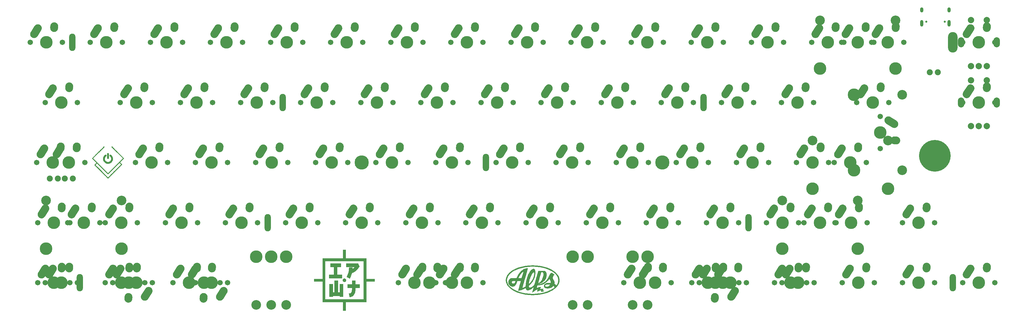
<source format=gbr>
%TF.GenerationSoftware,KiCad,Pcbnew,(5.1.11)-1*%
%TF.CreationDate,2022-11-09T22:12:29+07:00*%
%TF.ProjectId,Leopold Replacement,4c656f70-6f6c-4642-9052-65706c616365,rev?*%
%TF.SameCoordinates,Original*%
%TF.FileFunction,Soldermask,Top*%
%TF.FilePolarity,Negative*%
%FSLAX46Y46*%
G04 Gerber Fmt 4.6, Leading zero omitted, Abs format (unit mm)*
G04 Created by KiCad (PCBNEW (5.1.11)-1) date 2022-11-09 22:12:29*
%MOMM*%
%LPD*%
G01*
G04 APERTURE LIST*
%ADD10C,0.010000*%
%ADD11C,0.650000*%
%ADD12O,1.000000X2.100000*%
%ADD13O,1.000000X1.600000*%
%ADD14C,3.987800*%
%ADD15C,1.701800*%
%ADD16C,3.048000*%
%ADD17C,1.905000*%
%ADD18C,2.000000*%
%ADD19O,2.000000X3.200000*%
%ADD20C,4.500000*%
%ADD21O,2.000000X5.500000*%
%ADD22O,3.000000X6.500000*%
%ADD23C,10.000000*%
G04 APERTURE END LIST*
D10*
%TO.C,LOGO1*%
G36*
X30048713Y-45539044D02*
G01*
X30090620Y-45550503D01*
X30101880Y-45555063D01*
X30145014Y-45579683D01*
X30183513Y-45612566D01*
X30215400Y-45651539D01*
X30238699Y-45694427D01*
X30245377Y-45712855D01*
X30247108Y-45718691D01*
X30248656Y-45724799D01*
X30250030Y-45731818D01*
X30251241Y-45740386D01*
X30252299Y-45751143D01*
X30253213Y-45764727D01*
X30253995Y-45781778D01*
X30254654Y-45802934D01*
X30255201Y-45828835D01*
X30255645Y-45860120D01*
X30255996Y-45897427D01*
X30256265Y-45941395D01*
X30256463Y-45992664D01*
X30256598Y-46051873D01*
X30256682Y-46119660D01*
X30256723Y-46196664D01*
X30256734Y-46283526D01*
X30256723Y-46380882D01*
X30256714Y-46427220D01*
X30256643Y-46535969D01*
X30256479Y-46636665D01*
X30256224Y-46728980D01*
X30255881Y-46812591D01*
X30255453Y-46887172D01*
X30254943Y-46952399D01*
X30254352Y-47007946D01*
X30253684Y-47053490D01*
X30252942Y-47088704D01*
X30252127Y-47113265D01*
X30251244Y-47126846D01*
X30250924Y-47128922D01*
X30237252Y-47169703D01*
X30215071Y-47207966D01*
X30186967Y-47241995D01*
X30155740Y-47272059D01*
X30125268Y-47293720D01*
X30092129Y-47309202D01*
X30074593Y-47314996D01*
X30041788Y-47321462D01*
X30004008Y-47323847D01*
X29965894Y-47322201D01*
X29932092Y-47316570D01*
X29921312Y-47313386D01*
X29874160Y-47291253D01*
X29832526Y-47260075D01*
X29797686Y-47221401D01*
X29770921Y-47176783D01*
X29753510Y-47127772D01*
X29749028Y-47104427D01*
X29748139Y-47092332D01*
X29747325Y-47069744D01*
X29746586Y-47037577D01*
X29745922Y-46996746D01*
X29745333Y-46948165D01*
X29744819Y-46892748D01*
X29744379Y-46831410D01*
X29744014Y-46765065D01*
X29743723Y-46694628D01*
X29743507Y-46621012D01*
X29743365Y-46545132D01*
X29743298Y-46467902D01*
X29743305Y-46390237D01*
X29743386Y-46313052D01*
X29743541Y-46237259D01*
X29743770Y-46163775D01*
X29744074Y-46093512D01*
X29744451Y-46027386D01*
X29744903Y-45966311D01*
X29745428Y-45911201D01*
X29746027Y-45862970D01*
X29746700Y-45822533D01*
X29747446Y-45790804D01*
X29748266Y-45768698D01*
X29749123Y-45757371D01*
X29762068Y-45705896D01*
X29784781Y-45658931D01*
X29816111Y-45617654D01*
X29854905Y-45583247D01*
X29900011Y-45556889D01*
X29950279Y-45539760D01*
X29964257Y-45536928D01*
X30004926Y-45534300D01*
X30048713Y-45539044D01*
G37*
X30048713Y-45539044D02*
X30090620Y-45550503D01*
X30101880Y-45555063D01*
X30145014Y-45579683D01*
X30183513Y-45612566D01*
X30215400Y-45651539D01*
X30238699Y-45694427D01*
X30245377Y-45712855D01*
X30247108Y-45718691D01*
X30248656Y-45724799D01*
X30250030Y-45731818D01*
X30251241Y-45740386D01*
X30252299Y-45751143D01*
X30253213Y-45764727D01*
X30253995Y-45781778D01*
X30254654Y-45802934D01*
X30255201Y-45828835D01*
X30255645Y-45860120D01*
X30255996Y-45897427D01*
X30256265Y-45941395D01*
X30256463Y-45992664D01*
X30256598Y-46051873D01*
X30256682Y-46119660D01*
X30256723Y-46196664D01*
X30256734Y-46283526D01*
X30256723Y-46380882D01*
X30256714Y-46427220D01*
X30256643Y-46535969D01*
X30256479Y-46636665D01*
X30256224Y-46728980D01*
X30255881Y-46812591D01*
X30255453Y-46887172D01*
X30254943Y-46952399D01*
X30254352Y-47007946D01*
X30253684Y-47053490D01*
X30252942Y-47088704D01*
X30252127Y-47113265D01*
X30251244Y-47126846D01*
X30250924Y-47128922D01*
X30237252Y-47169703D01*
X30215071Y-47207966D01*
X30186967Y-47241995D01*
X30155740Y-47272059D01*
X30125268Y-47293720D01*
X30092129Y-47309202D01*
X30074593Y-47314996D01*
X30041788Y-47321462D01*
X30004008Y-47323847D01*
X29965894Y-47322201D01*
X29932092Y-47316570D01*
X29921312Y-47313386D01*
X29874160Y-47291253D01*
X29832526Y-47260075D01*
X29797686Y-47221401D01*
X29770921Y-47176783D01*
X29753510Y-47127772D01*
X29749028Y-47104427D01*
X29748139Y-47092332D01*
X29747325Y-47069744D01*
X29746586Y-47037577D01*
X29745922Y-46996746D01*
X29745333Y-46948165D01*
X29744819Y-46892748D01*
X29744379Y-46831410D01*
X29744014Y-46765065D01*
X29743723Y-46694628D01*
X29743507Y-46621012D01*
X29743365Y-46545132D01*
X29743298Y-46467902D01*
X29743305Y-46390237D01*
X29743386Y-46313052D01*
X29743541Y-46237259D01*
X29743770Y-46163775D01*
X29744074Y-46093512D01*
X29744451Y-46027386D01*
X29744903Y-45966311D01*
X29745428Y-45911201D01*
X29746027Y-45862970D01*
X29746700Y-45822533D01*
X29747446Y-45790804D01*
X29748266Y-45768698D01*
X29749123Y-45757371D01*
X29762068Y-45705896D01*
X29784781Y-45658931D01*
X29816111Y-45617654D01*
X29854905Y-45583247D01*
X29900011Y-45556889D01*
X29950279Y-45539760D01*
X29964257Y-45536928D01*
X30004926Y-45534300D01*
X30048713Y-45539044D01*
G36*
X30829658Y-46055102D02*
G01*
X30877834Y-46072344D01*
X30902924Y-46086614D01*
X30934037Y-46108184D01*
X30969634Y-46135801D01*
X31008176Y-46168212D01*
X31048124Y-46204166D01*
X31087941Y-46242407D01*
X31093329Y-46247785D01*
X31163265Y-46321794D01*
X31224599Y-46395487D01*
X31279435Y-46471789D01*
X31329873Y-46553627D01*
X31378015Y-46643927D01*
X31378432Y-46644762D01*
X31431540Y-46763882D01*
X31474010Y-46886606D01*
X31505767Y-47012213D01*
X31526735Y-47139979D01*
X31536840Y-47269182D01*
X31536006Y-47399098D01*
X31524158Y-47529006D01*
X31501222Y-47658182D01*
X31488932Y-47709461D01*
X31457633Y-47812821D01*
X31416972Y-47917928D01*
X31368194Y-48022304D01*
X31312543Y-48123474D01*
X31251263Y-48218959D01*
X31195107Y-48294517D01*
X31168196Y-48326317D01*
X31134836Y-48362794D01*
X31097487Y-48401490D01*
X31058610Y-48439944D01*
X31020665Y-48475696D01*
X30986111Y-48506285D01*
X30970337Y-48519306D01*
X30877567Y-48587486D01*
X30777647Y-48649970D01*
X30672616Y-48705787D01*
X30564513Y-48753967D01*
X30455376Y-48793541D01*
X30347244Y-48823538D01*
X30316786Y-48830221D01*
X30239015Y-48843845D01*
X30156390Y-48854007D01*
X30072449Y-48860460D01*
X29990725Y-48862961D01*
X29914756Y-48861264D01*
X29891077Y-48859704D01*
X29770796Y-48845638D01*
X29653326Y-48822281D01*
X29539005Y-48790175D01*
X29414387Y-48744511D01*
X29295661Y-48689302D01*
X29183205Y-48624998D01*
X29077397Y-48552049D01*
X28978617Y-48470908D01*
X28887243Y-48382025D01*
X28803654Y-48285849D01*
X28728227Y-48182833D01*
X28661343Y-48073427D01*
X28603378Y-47958082D01*
X28554712Y-47837248D01*
X28515724Y-47711376D01*
X28486791Y-47580917D01*
X28478010Y-47526809D01*
X28473415Y-47485378D01*
X28470166Y-47435465D01*
X28468264Y-47379926D01*
X28467710Y-47321615D01*
X28468505Y-47263388D01*
X28470648Y-47208099D01*
X28474142Y-47158604D01*
X28477916Y-47125046D01*
X28501825Y-46993329D01*
X28536355Y-46865189D01*
X28581273Y-46741183D01*
X28636344Y-46621870D01*
X28701336Y-46507807D01*
X28776013Y-46399551D01*
X28789175Y-46382382D01*
X28820756Y-46343955D01*
X28857010Y-46303511D01*
X28896486Y-46262386D01*
X28937735Y-46221915D01*
X28979306Y-46183434D01*
X29019749Y-46148279D01*
X29057615Y-46117785D01*
X29091454Y-46093288D01*
X29119815Y-46076123D01*
X29123842Y-46074101D01*
X29173492Y-46056136D01*
X29224994Y-46048753D01*
X29276604Y-46051777D01*
X29326580Y-46065035D01*
X29373180Y-46088356D01*
X29390652Y-46100591D01*
X29415181Y-46123757D01*
X29439280Y-46154093D01*
X29460159Y-46187604D01*
X29475026Y-46220291D01*
X29475809Y-46222562D01*
X29486096Y-46270032D01*
X29486942Y-46320390D01*
X29478741Y-46370730D01*
X29461884Y-46418141D01*
X29445400Y-46447646D01*
X29432387Y-46463946D01*
X29413478Y-46483567D01*
X29392020Y-46503123D01*
X29383904Y-46509826D01*
X29351415Y-46537438D01*
X29315450Y-46570766D01*
X29278190Y-46607555D01*
X29241812Y-46645549D01*
X29208494Y-46682492D01*
X29180415Y-46716130D01*
X29165208Y-46736270D01*
X29117067Y-46811913D01*
X29074213Y-46895109D01*
X29038001Y-46982693D01*
X29009785Y-47071503D01*
X28995464Y-47132967D01*
X28987768Y-47182961D01*
X28982395Y-47240241D01*
X28979494Y-47300888D01*
X28979216Y-47360981D01*
X28981711Y-47416601D01*
X28983763Y-47438987D01*
X29000926Y-47543767D01*
X29028948Y-47645734D01*
X29067466Y-47744156D01*
X29116114Y-47838298D01*
X29174528Y-47927425D01*
X29242343Y-48010805D01*
X29294975Y-48065130D01*
X29373150Y-48132579D01*
X29458940Y-48192397D01*
X29550846Y-48243827D01*
X29647368Y-48286110D01*
X29747006Y-48318487D01*
X29834471Y-48337906D01*
X29868868Y-48342426D01*
X29911225Y-48345727D01*
X29958551Y-48347780D01*
X30007852Y-48348554D01*
X30056136Y-48348020D01*
X30100411Y-48346149D01*
X30137684Y-48342912D01*
X30151258Y-48341020D01*
X30258108Y-48318107D01*
X30360774Y-48285010D01*
X30458598Y-48242163D01*
X30550922Y-48190003D01*
X30637087Y-48128965D01*
X30716435Y-48059483D01*
X30788308Y-47981994D01*
X30852046Y-47896932D01*
X30873469Y-47863573D01*
X30893172Y-47829138D01*
X30914469Y-47787923D01*
X30935549Y-47743762D01*
X30954599Y-47700490D01*
X30969809Y-47661943D01*
X30973086Y-47652658D01*
X31001528Y-47551899D01*
X31019160Y-47448865D01*
X31026090Y-47344611D01*
X31022424Y-47240197D01*
X31008271Y-47136678D01*
X30983739Y-47035114D01*
X30948934Y-46936560D01*
X30903966Y-46842076D01*
X30887566Y-46813075D01*
X30841674Y-46741215D01*
X30791924Y-46675841D01*
X30736129Y-46614409D01*
X30672101Y-46554374D01*
X30646058Y-46532148D01*
X30621092Y-46510603D01*
X30597637Y-46489070D01*
X30577963Y-46469722D01*
X30564341Y-46454731D01*
X30562012Y-46451735D01*
X30539316Y-46412182D01*
X30523794Y-46366808D01*
X30516104Y-46318975D01*
X30516905Y-46272048D01*
X30521670Y-46245984D01*
X30539961Y-46195376D01*
X30566530Y-46151190D01*
X30600123Y-46114035D01*
X30639490Y-46084523D01*
X30683379Y-46063264D01*
X30730538Y-46050867D01*
X30779715Y-46047943D01*
X30829658Y-46055102D01*
G37*
X30829658Y-46055102D02*
X30877834Y-46072344D01*
X30902924Y-46086614D01*
X30934037Y-46108184D01*
X30969634Y-46135801D01*
X31008176Y-46168212D01*
X31048124Y-46204166D01*
X31087941Y-46242407D01*
X31093329Y-46247785D01*
X31163265Y-46321794D01*
X31224599Y-46395487D01*
X31279435Y-46471789D01*
X31329873Y-46553627D01*
X31378015Y-46643927D01*
X31378432Y-46644762D01*
X31431540Y-46763882D01*
X31474010Y-46886606D01*
X31505767Y-47012213D01*
X31526735Y-47139979D01*
X31536840Y-47269182D01*
X31536006Y-47399098D01*
X31524158Y-47529006D01*
X31501222Y-47658182D01*
X31488932Y-47709461D01*
X31457633Y-47812821D01*
X31416972Y-47917928D01*
X31368194Y-48022304D01*
X31312543Y-48123474D01*
X31251263Y-48218959D01*
X31195107Y-48294517D01*
X31168196Y-48326317D01*
X31134836Y-48362794D01*
X31097487Y-48401490D01*
X31058610Y-48439944D01*
X31020665Y-48475696D01*
X30986111Y-48506285D01*
X30970337Y-48519306D01*
X30877567Y-48587486D01*
X30777647Y-48649970D01*
X30672616Y-48705787D01*
X30564513Y-48753967D01*
X30455376Y-48793541D01*
X30347244Y-48823538D01*
X30316786Y-48830221D01*
X30239015Y-48843845D01*
X30156390Y-48854007D01*
X30072449Y-48860460D01*
X29990725Y-48862961D01*
X29914756Y-48861264D01*
X29891077Y-48859704D01*
X29770796Y-48845638D01*
X29653326Y-48822281D01*
X29539005Y-48790175D01*
X29414387Y-48744511D01*
X29295661Y-48689302D01*
X29183205Y-48624998D01*
X29077397Y-48552049D01*
X28978617Y-48470908D01*
X28887243Y-48382025D01*
X28803654Y-48285849D01*
X28728227Y-48182833D01*
X28661343Y-48073427D01*
X28603378Y-47958082D01*
X28554712Y-47837248D01*
X28515724Y-47711376D01*
X28486791Y-47580917D01*
X28478010Y-47526809D01*
X28473415Y-47485378D01*
X28470166Y-47435465D01*
X28468264Y-47379926D01*
X28467710Y-47321615D01*
X28468505Y-47263388D01*
X28470648Y-47208099D01*
X28474142Y-47158604D01*
X28477916Y-47125046D01*
X28501825Y-46993329D01*
X28536355Y-46865189D01*
X28581273Y-46741183D01*
X28636344Y-46621870D01*
X28701336Y-46507807D01*
X28776013Y-46399551D01*
X28789175Y-46382382D01*
X28820756Y-46343955D01*
X28857010Y-46303511D01*
X28896486Y-46262386D01*
X28937735Y-46221915D01*
X28979306Y-46183434D01*
X29019749Y-46148279D01*
X29057615Y-46117785D01*
X29091454Y-46093288D01*
X29119815Y-46076123D01*
X29123842Y-46074101D01*
X29173492Y-46056136D01*
X29224994Y-46048753D01*
X29276604Y-46051777D01*
X29326580Y-46065035D01*
X29373180Y-46088356D01*
X29390652Y-46100591D01*
X29415181Y-46123757D01*
X29439280Y-46154093D01*
X29460159Y-46187604D01*
X29475026Y-46220291D01*
X29475809Y-46222562D01*
X29486096Y-46270032D01*
X29486942Y-46320390D01*
X29478741Y-46370730D01*
X29461884Y-46418141D01*
X29445400Y-46447646D01*
X29432387Y-46463946D01*
X29413478Y-46483567D01*
X29392020Y-46503123D01*
X29383904Y-46509826D01*
X29351415Y-46537438D01*
X29315450Y-46570766D01*
X29278190Y-46607555D01*
X29241812Y-46645549D01*
X29208494Y-46682492D01*
X29180415Y-46716130D01*
X29165208Y-46736270D01*
X29117067Y-46811913D01*
X29074213Y-46895109D01*
X29038001Y-46982693D01*
X29009785Y-47071503D01*
X28995464Y-47132967D01*
X28987768Y-47182961D01*
X28982395Y-47240241D01*
X28979494Y-47300888D01*
X28979216Y-47360981D01*
X28981711Y-47416601D01*
X28983763Y-47438987D01*
X29000926Y-47543767D01*
X29028948Y-47645734D01*
X29067466Y-47744156D01*
X29116114Y-47838298D01*
X29174528Y-47927425D01*
X29242343Y-48010805D01*
X29294975Y-48065130D01*
X29373150Y-48132579D01*
X29458940Y-48192397D01*
X29550846Y-48243827D01*
X29647368Y-48286110D01*
X29747006Y-48318487D01*
X29834471Y-48337906D01*
X29868868Y-48342426D01*
X29911225Y-48345727D01*
X29958551Y-48347780D01*
X30007852Y-48348554D01*
X30056136Y-48348020D01*
X30100411Y-48346149D01*
X30137684Y-48342912D01*
X30151258Y-48341020D01*
X30258108Y-48318107D01*
X30360774Y-48285010D01*
X30458598Y-48242163D01*
X30550922Y-48190003D01*
X30637087Y-48128965D01*
X30716435Y-48059483D01*
X30788308Y-47981994D01*
X30852046Y-47896932D01*
X30873469Y-47863573D01*
X30893172Y-47829138D01*
X30914469Y-47787923D01*
X30935549Y-47743762D01*
X30954599Y-47700490D01*
X30969809Y-47661943D01*
X30973086Y-47652658D01*
X31001528Y-47551899D01*
X31019160Y-47448865D01*
X31026090Y-47344611D01*
X31022424Y-47240197D01*
X31008271Y-47136678D01*
X30983739Y-47035114D01*
X30948934Y-46936560D01*
X30903966Y-46842076D01*
X30887566Y-46813075D01*
X30841674Y-46741215D01*
X30791924Y-46675841D01*
X30736129Y-46614409D01*
X30672101Y-46554374D01*
X30646058Y-46532148D01*
X30621092Y-46510603D01*
X30597637Y-46489070D01*
X30577963Y-46469722D01*
X30564341Y-46454731D01*
X30562012Y-46451735D01*
X30539316Y-46412182D01*
X30523794Y-46366808D01*
X30516104Y-46318975D01*
X30516905Y-46272048D01*
X30521670Y-46245984D01*
X30539961Y-46195376D01*
X30566530Y-46151190D01*
X30600123Y-46114035D01*
X30639490Y-46084523D01*
X30683379Y-46063264D01*
X30730538Y-46050867D01*
X30779715Y-46047943D01*
X30829658Y-46055102D01*
G36*
X28762730Y-43467902D02*
G01*
X28795323Y-43479028D01*
X28823391Y-43498784D01*
X28837319Y-43514930D01*
X28850591Y-43542270D01*
X28857183Y-43574643D01*
X28856426Y-43607380D01*
X28852830Y-43623235D01*
X28851163Y-43626153D01*
X28847211Y-43631289D01*
X28840770Y-43638849D01*
X28831637Y-43649038D01*
X28819607Y-43662062D01*
X28804477Y-43678127D01*
X28786043Y-43697438D01*
X28764101Y-43720202D01*
X28738447Y-43746624D01*
X28708877Y-43776909D01*
X28675187Y-43811264D01*
X28637173Y-43849895D01*
X28594631Y-43893006D01*
X28547357Y-43940805D01*
X28495148Y-43993495D01*
X28437799Y-44051284D01*
X28375107Y-44114377D01*
X28306867Y-44182980D01*
X28232876Y-44257298D01*
X28152930Y-44337538D01*
X28066824Y-44423904D01*
X27974355Y-44516603D01*
X27875319Y-44615841D01*
X27769512Y-44721823D01*
X27656730Y-44834754D01*
X27536769Y-44954842D01*
X27409425Y-45082290D01*
X27274494Y-45217306D01*
X27131773Y-45360095D01*
X27069847Y-45422045D01*
X25293887Y-47198628D01*
X30002857Y-51907598D01*
X32357347Y-49553103D01*
X34711836Y-47198608D01*
X32938663Y-45424889D01*
X32819349Y-45305516D01*
X32702048Y-45188116D01*
X32587020Y-45072948D01*
X32474525Y-44960274D01*
X32364823Y-44850357D01*
X32258173Y-44743456D01*
X32154835Y-44639833D01*
X32055069Y-44539750D01*
X31959136Y-44443467D01*
X31867294Y-44351246D01*
X31779804Y-44263349D01*
X31696925Y-44180036D01*
X31618917Y-44101570D01*
X31546040Y-44028210D01*
X31478555Y-43960219D01*
X31416720Y-43897857D01*
X31360795Y-43841387D01*
X31311040Y-43791069D01*
X31267716Y-43747165D01*
X31231082Y-43709935D01*
X31201397Y-43679642D01*
X31178922Y-43656546D01*
X31163917Y-43640909D01*
X31156640Y-43632992D01*
X31155977Y-43632113D01*
X31147304Y-43602908D01*
X31147257Y-43570487D01*
X31155171Y-43538267D01*
X31170380Y-43509667D01*
X31182477Y-43495902D01*
X31209595Y-43477926D01*
X31241904Y-43467957D01*
X31276011Y-43466479D01*
X31308520Y-43473976D01*
X31315287Y-43476959D01*
X31320727Y-43481335D01*
X31332836Y-43492434D01*
X31351676Y-43510321D01*
X31377312Y-43535058D01*
X31409809Y-43566710D01*
X31449231Y-43605341D01*
X31495640Y-43651013D01*
X31549103Y-43703791D01*
X31609682Y-43763739D01*
X31677442Y-43830919D01*
X31752447Y-43905396D01*
X31834761Y-43987234D01*
X31924448Y-44076497D01*
X32021572Y-44173247D01*
X32126198Y-44277548D01*
X32238389Y-44389465D01*
X32358209Y-44509062D01*
X32485723Y-44636401D01*
X32620995Y-44771546D01*
X32764088Y-44914561D01*
X32915068Y-45065511D01*
X33073997Y-45224458D01*
X33162974Y-45313464D01*
X34987454Y-47138675D01*
X34994341Y-47168641D01*
X34998226Y-47193328D01*
X34996831Y-47216072D01*
X34994314Y-47228573D01*
X34993284Y-47232725D01*
X34991902Y-47236934D01*
X34989780Y-47241603D01*
X34986533Y-47247134D01*
X34981773Y-47253926D01*
X34975115Y-47262383D01*
X34966172Y-47272906D01*
X34954558Y-47285895D01*
X34939886Y-47301754D01*
X34921771Y-47320882D01*
X34899824Y-47343682D01*
X34873661Y-47370556D01*
X34842895Y-47401904D01*
X34807139Y-47438129D01*
X34766007Y-47479631D01*
X34719113Y-47526812D01*
X34666070Y-47580075D01*
X34606491Y-47639819D01*
X34539991Y-47706448D01*
X34466183Y-47780362D01*
X34387377Y-47859263D01*
X33787353Y-48459987D01*
X34093303Y-48766814D01*
X34150371Y-48824067D01*
X34199908Y-48873837D01*
X34242459Y-48916707D01*
X34278570Y-48953259D01*
X34308788Y-48984079D01*
X34333657Y-49009750D01*
X34353724Y-49030855D01*
X34369534Y-49047978D01*
X34381632Y-49061703D01*
X34390565Y-49072613D01*
X34396878Y-49081293D01*
X34401117Y-49088324D01*
X34403827Y-49094292D01*
X34405555Y-49099780D01*
X34405900Y-49101155D01*
X34409542Y-49135559D01*
X34404414Y-49168436D01*
X34398228Y-49183894D01*
X34393816Y-49188702D01*
X34381566Y-49201345D01*
X34361710Y-49221587D01*
X34334485Y-49249195D01*
X34300124Y-49283931D01*
X34258863Y-49325560D01*
X34210936Y-49373848D01*
X34156577Y-49428559D01*
X34096021Y-49489458D01*
X34029504Y-49556308D01*
X33957258Y-49628875D01*
X33879520Y-49706924D01*
X33796523Y-49790218D01*
X33708502Y-49878523D01*
X33615693Y-49971603D01*
X33518329Y-50069223D01*
X33416645Y-50171148D01*
X33310875Y-50277141D01*
X33201255Y-50386968D01*
X33088019Y-50500394D01*
X32971402Y-50617182D01*
X32851637Y-50737098D01*
X32728961Y-50859906D01*
X32603607Y-50985371D01*
X32475810Y-51113257D01*
X32345804Y-51243330D01*
X32231418Y-51357755D01*
X32056204Y-51532999D01*
X31888960Y-51700236D01*
X31729602Y-51859550D01*
X31578048Y-52011023D01*
X31434213Y-52154739D01*
X31298013Y-52290782D01*
X31169365Y-52419234D01*
X31048185Y-52540180D01*
X30934389Y-52653701D01*
X30827894Y-52759882D01*
X30728616Y-52858806D01*
X30636471Y-52950557D01*
X30551374Y-53035216D01*
X30473244Y-53112868D01*
X30401995Y-53183597D01*
X30337545Y-53247484D01*
X30279809Y-53304615D01*
X30228703Y-53355071D01*
X30184144Y-53398936D01*
X30146049Y-53436294D01*
X30114333Y-53467227D01*
X30088912Y-53491820D01*
X30069704Y-53510155D01*
X30056624Y-53522315D01*
X30049588Y-53528385D01*
X30048516Y-53529096D01*
X30016710Y-53538026D01*
X29981239Y-53537585D01*
X29960044Y-53532942D01*
X29956978Y-53530961D01*
X29950830Y-53525847D01*
X29941427Y-53517427D01*
X29928597Y-53505530D01*
X29912166Y-53489985D01*
X29891962Y-53470619D01*
X29867812Y-53447261D01*
X29839544Y-53419739D01*
X29806983Y-53387882D01*
X29769958Y-53351518D01*
X29728295Y-53310475D01*
X29681822Y-53264582D01*
X29630365Y-53213668D01*
X29573753Y-53157560D01*
X29511812Y-53096087D01*
X29444369Y-53029077D01*
X29371251Y-52956359D01*
X29292286Y-52877760D01*
X29207301Y-52793111D01*
X29116122Y-52702238D01*
X29018578Y-52604970D01*
X28914495Y-52501136D01*
X28803700Y-52390563D01*
X28686020Y-52273081D01*
X28561283Y-52148518D01*
X28429316Y-52016701D01*
X28289946Y-51877460D01*
X28143000Y-51730623D01*
X27988305Y-51576018D01*
X27855246Y-51443019D01*
X27722198Y-51310005D01*
X27591537Y-51179341D01*
X27463490Y-51051253D01*
X27338285Y-50925969D01*
X27216146Y-50803718D01*
X27097303Y-50684727D01*
X26981980Y-50569224D01*
X26870406Y-50457436D01*
X26762806Y-50349592D01*
X26659408Y-50245920D01*
X26560439Y-50146646D01*
X26466125Y-50051999D01*
X26376694Y-49962207D01*
X26292371Y-49877498D01*
X26213385Y-49798098D01*
X26139961Y-49724237D01*
X26072326Y-49656142D01*
X26010708Y-49594041D01*
X25955333Y-49538161D01*
X25906428Y-49488731D01*
X25864220Y-49445977D01*
X25828935Y-49410129D01*
X25800801Y-49381413D01*
X25780044Y-49360058D01*
X25766891Y-49346291D01*
X25761569Y-49340341D01*
X25761480Y-49340192D01*
X25750295Y-49305418D01*
X25750232Y-49287691D01*
X26035898Y-49287691D01*
X28016522Y-51268413D01*
X28142581Y-51394463D01*
X28266626Y-51518468D01*
X28388414Y-51640185D01*
X28507698Y-51759370D01*
X28624234Y-51875779D01*
X28737778Y-51989169D01*
X28848084Y-52099294D01*
X28954908Y-52205913D01*
X29058005Y-52308780D01*
X29157130Y-52407652D01*
X29252038Y-52502285D01*
X29342485Y-52592436D01*
X29428227Y-52677859D01*
X29509017Y-52758313D01*
X29584611Y-52833552D01*
X29654765Y-52903333D01*
X29719234Y-52967412D01*
X29777772Y-53025546D01*
X29830136Y-53077489D01*
X29876080Y-53123000D01*
X29915360Y-53161833D01*
X29947731Y-53193745D01*
X29972947Y-53218492D01*
X29990765Y-53235830D01*
X30000939Y-53245515D01*
X30003402Y-53247613D01*
X30007788Y-53243517D01*
X30019999Y-53231582D01*
X30039794Y-53212047D01*
X30066933Y-53185152D01*
X30101177Y-53151136D01*
X30142285Y-53110240D01*
X30190017Y-53062704D01*
X30244134Y-53008768D01*
X30304394Y-52948670D01*
X30370558Y-52882652D01*
X30442386Y-52810952D01*
X30519637Y-52733812D01*
X30602073Y-52651470D01*
X30689451Y-52564167D01*
X30781533Y-52472142D01*
X30878079Y-52375636D01*
X30978848Y-52274887D01*
X31083599Y-52170137D01*
X31192094Y-52061625D01*
X31304092Y-51949590D01*
X31419353Y-51834273D01*
X31537637Y-51715913D01*
X31658703Y-51594750D01*
X31782312Y-51471025D01*
X31908223Y-51344977D01*
X32036197Y-51216845D01*
X32064996Y-51188008D01*
X34120334Y-49129927D01*
X33869549Y-48879191D01*
X33618765Y-48628455D01*
X31845056Y-50401967D01*
X31689208Y-50557780D01*
X31541292Y-50705623D01*
X31401189Y-50845615D01*
X31268778Y-50977876D01*
X31143938Y-51102527D01*
X31026549Y-51219687D01*
X30916489Y-51329477D01*
X30813638Y-51432015D01*
X30717876Y-51527421D01*
X30629081Y-51615817D01*
X30547133Y-51697321D01*
X30471911Y-51772053D01*
X30403295Y-51840134D01*
X30341163Y-51901683D01*
X30285395Y-51956820D01*
X30235870Y-52005664D01*
X30192468Y-52048337D01*
X30155068Y-52084957D01*
X30123549Y-52115644D01*
X30097790Y-52140519D01*
X30077670Y-52159701D01*
X30063070Y-52173311D01*
X30053868Y-52181467D01*
X30050127Y-52184234D01*
X30025811Y-52190576D01*
X29997191Y-52192753D01*
X29969900Y-52190597D01*
X29956135Y-52187018D01*
X29950945Y-52182571D01*
X29937920Y-52170273D01*
X29917288Y-52150349D01*
X29889279Y-52123029D01*
X29854123Y-52088540D01*
X29812047Y-52047110D01*
X29763281Y-51998966D01*
X29708055Y-51944336D01*
X29646597Y-51883447D01*
X29579137Y-51816528D01*
X29505903Y-51743807D01*
X29427125Y-51665510D01*
X29343031Y-51581865D01*
X29253852Y-51493101D01*
X29159815Y-51399445D01*
X29061150Y-51301125D01*
X28958086Y-51198367D01*
X28850852Y-51091401D01*
X28739678Y-50980454D01*
X28624792Y-50865753D01*
X28506423Y-50747527D01*
X28384801Y-50626002D01*
X28260155Y-50501407D01*
X28240548Y-50481804D01*
X26541028Y-48782561D01*
X26035898Y-49287691D01*
X25750232Y-49287691D01*
X25750170Y-49270385D01*
X25753423Y-49254877D01*
X25755216Y-49249372D01*
X25758049Y-49243314D01*
X25762469Y-49236120D01*
X25769020Y-49227210D01*
X25778247Y-49216003D01*
X25790695Y-49201916D01*
X25806909Y-49184370D01*
X25827435Y-49162783D01*
X25852817Y-49136573D01*
X25883600Y-49105159D01*
X25920330Y-49067961D01*
X25963552Y-49024396D01*
X26013810Y-48973884D01*
X26066608Y-48920899D01*
X26372520Y-48614045D01*
X25697826Y-47939146D01*
X25601968Y-47843206D01*
X25514058Y-47755107D01*
X25433920Y-47674671D01*
X25361379Y-47601720D01*
X25296261Y-47536074D01*
X25238388Y-47477556D01*
X25187587Y-47425986D01*
X25143681Y-47381185D01*
X25106494Y-47342976D01*
X25075853Y-47311179D01*
X25051580Y-47285615D01*
X25033502Y-47266106D01*
X25021441Y-47252474D01*
X25015223Y-47244539D01*
X25014375Y-47243026D01*
X25006627Y-47210367D01*
X25008317Y-47176054D01*
X25016584Y-47150090D01*
X25021466Y-47144223D01*
X25034123Y-47130623D01*
X25054243Y-47109603D01*
X25081516Y-47081473D01*
X25115628Y-47046545D01*
X25156270Y-47005131D01*
X25203129Y-46957542D01*
X25255893Y-46904089D01*
X25314251Y-46845084D01*
X25377892Y-46780838D01*
X25446503Y-46711662D01*
X25519774Y-46637869D01*
X25597393Y-46559769D01*
X25679047Y-46477674D01*
X25764427Y-46391895D01*
X25853219Y-46302743D01*
X25945112Y-46210531D01*
X26039796Y-46115569D01*
X26136958Y-46018170D01*
X26236286Y-45918643D01*
X26337469Y-45817302D01*
X26440196Y-45714456D01*
X26544155Y-45610418D01*
X26649035Y-45505499D01*
X26754523Y-45400011D01*
X26860308Y-45294264D01*
X26966079Y-45188570D01*
X27071524Y-45083242D01*
X27176331Y-44978589D01*
X27280190Y-44874924D01*
X27382787Y-44772558D01*
X27483813Y-44671802D01*
X27582955Y-44572967D01*
X27679901Y-44476366D01*
X27774340Y-44382310D01*
X27865961Y-44291109D01*
X27954451Y-44203076D01*
X28039500Y-44118522D01*
X28120796Y-44037758D01*
X28198027Y-43961096D01*
X28270881Y-43888847D01*
X28339047Y-43821322D01*
X28402214Y-43758833D01*
X28460070Y-43701692D01*
X28512302Y-43650209D01*
X28558601Y-43604697D01*
X28598654Y-43565466D01*
X28632149Y-43532828D01*
X28658775Y-43507094D01*
X28678220Y-43488576D01*
X28690174Y-43477586D01*
X28694142Y-43474419D01*
X28728155Y-43466126D01*
X28762730Y-43467902D01*
G37*
X28762730Y-43467902D02*
X28795323Y-43479028D01*
X28823391Y-43498784D01*
X28837319Y-43514930D01*
X28850591Y-43542270D01*
X28857183Y-43574643D01*
X28856426Y-43607380D01*
X28852830Y-43623235D01*
X28851163Y-43626153D01*
X28847211Y-43631289D01*
X28840770Y-43638849D01*
X28831637Y-43649038D01*
X28819607Y-43662062D01*
X28804477Y-43678127D01*
X28786043Y-43697438D01*
X28764101Y-43720202D01*
X28738447Y-43746624D01*
X28708877Y-43776909D01*
X28675187Y-43811264D01*
X28637173Y-43849895D01*
X28594631Y-43893006D01*
X28547357Y-43940805D01*
X28495148Y-43993495D01*
X28437799Y-44051284D01*
X28375107Y-44114377D01*
X28306867Y-44182980D01*
X28232876Y-44257298D01*
X28152930Y-44337538D01*
X28066824Y-44423904D01*
X27974355Y-44516603D01*
X27875319Y-44615841D01*
X27769512Y-44721823D01*
X27656730Y-44834754D01*
X27536769Y-44954842D01*
X27409425Y-45082290D01*
X27274494Y-45217306D01*
X27131773Y-45360095D01*
X27069847Y-45422045D01*
X25293887Y-47198628D01*
X30002857Y-51907598D01*
X32357347Y-49553103D01*
X34711836Y-47198608D01*
X32938663Y-45424889D01*
X32819349Y-45305516D01*
X32702048Y-45188116D01*
X32587020Y-45072948D01*
X32474525Y-44960274D01*
X32364823Y-44850357D01*
X32258173Y-44743456D01*
X32154835Y-44639833D01*
X32055069Y-44539750D01*
X31959136Y-44443467D01*
X31867294Y-44351246D01*
X31779804Y-44263349D01*
X31696925Y-44180036D01*
X31618917Y-44101570D01*
X31546040Y-44028210D01*
X31478555Y-43960219D01*
X31416720Y-43897857D01*
X31360795Y-43841387D01*
X31311040Y-43791069D01*
X31267716Y-43747165D01*
X31231082Y-43709935D01*
X31201397Y-43679642D01*
X31178922Y-43656546D01*
X31163917Y-43640909D01*
X31156640Y-43632992D01*
X31155977Y-43632113D01*
X31147304Y-43602908D01*
X31147257Y-43570487D01*
X31155171Y-43538267D01*
X31170380Y-43509667D01*
X31182477Y-43495902D01*
X31209595Y-43477926D01*
X31241904Y-43467957D01*
X31276011Y-43466479D01*
X31308520Y-43473976D01*
X31315287Y-43476959D01*
X31320727Y-43481335D01*
X31332836Y-43492434D01*
X31351676Y-43510321D01*
X31377312Y-43535058D01*
X31409809Y-43566710D01*
X31449231Y-43605341D01*
X31495640Y-43651013D01*
X31549103Y-43703791D01*
X31609682Y-43763739D01*
X31677442Y-43830919D01*
X31752447Y-43905396D01*
X31834761Y-43987234D01*
X31924448Y-44076497D01*
X32021572Y-44173247D01*
X32126198Y-44277548D01*
X32238389Y-44389465D01*
X32358209Y-44509062D01*
X32485723Y-44636401D01*
X32620995Y-44771546D01*
X32764088Y-44914561D01*
X32915068Y-45065511D01*
X33073997Y-45224458D01*
X33162974Y-45313464D01*
X34987454Y-47138675D01*
X34994341Y-47168641D01*
X34998226Y-47193328D01*
X34996831Y-47216072D01*
X34994314Y-47228573D01*
X34993284Y-47232725D01*
X34991902Y-47236934D01*
X34989780Y-47241603D01*
X34986533Y-47247134D01*
X34981773Y-47253926D01*
X34975115Y-47262383D01*
X34966172Y-47272906D01*
X34954558Y-47285895D01*
X34939886Y-47301754D01*
X34921771Y-47320882D01*
X34899824Y-47343682D01*
X34873661Y-47370556D01*
X34842895Y-47401904D01*
X34807139Y-47438129D01*
X34766007Y-47479631D01*
X34719113Y-47526812D01*
X34666070Y-47580075D01*
X34606491Y-47639819D01*
X34539991Y-47706448D01*
X34466183Y-47780362D01*
X34387377Y-47859263D01*
X33787353Y-48459987D01*
X34093303Y-48766814D01*
X34150371Y-48824067D01*
X34199908Y-48873837D01*
X34242459Y-48916707D01*
X34278570Y-48953259D01*
X34308788Y-48984079D01*
X34333657Y-49009750D01*
X34353724Y-49030855D01*
X34369534Y-49047978D01*
X34381632Y-49061703D01*
X34390565Y-49072613D01*
X34396878Y-49081293D01*
X34401117Y-49088324D01*
X34403827Y-49094292D01*
X34405555Y-49099780D01*
X34405900Y-49101155D01*
X34409542Y-49135559D01*
X34404414Y-49168436D01*
X34398228Y-49183894D01*
X34393816Y-49188702D01*
X34381566Y-49201345D01*
X34361710Y-49221587D01*
X34334485Y-49249195D01*
X34300124Y-49283931D01*
X34258863Y-49325560D01*
X34210936Y-49373848D01*
X34156577Y-49428559D01*
X34096021Y-49489458D01*
X34029504Y-49556308D01*
X33957258Y-49628875D01*
X33879520Y-49706924D01*
X33796523Y-49790218D01*
X33708502Y-49878523D01*
X33615693Y-49971603D01*
X33518329Y-50069223D01*
X33416645Y-50171148D01*
X33310875Y-50277141D01*
X33201255Y-50386968D01*
X33088019Y-50500394D01*
X32971402Y-50617182D01*
X32851637Y-50737098D01*
X32728961Y-50859906D01*
X32603607Y-50985371D01*
X32475810Y-51113257D01*
X32345804Y-51243330D01*
X32231418Y-51357755D01*
X32056204Y-51532999D01*
X31888960Y-51700236D01*
X31729602Y-51859550D01*
X31578048Y-52011023D01*
X31434213Y-52154739D01*
X31298013Y-52290782D01*
X31169365Y-52419234D01*
X31048185Y-52540180D01*
X30934389Y-52653701D01*
X30827894Y-52759882D01*
X30728616Y-52858806D01*
X30636471Y-52950557D01*
X30551374Y-53035216D01*
X30473244Y-53112868D01*
X30401995Y-53183597D01*
X30337545Y-53247484D01*
X30279809Y-53304615D01*
X30228703Y-53355071D01*
X30184144Y-53398936D01*
X30146049Y-53436294D01*
X30114333Y-53467227D01*
X30088912Y-53491820D01*
X30069704Y-53510155D01*
X30056624Y-53522315D01*
X30049588Y-53528385D01*
X30048516Y-53529096D01*
X30016710Y-53538026D01*
X29981239Y-53537585D01*
X29960044Y-53532942D01*
X29956978Y-53530961D01*
X29950830Y-53525847D01*
X29941427Y-53517427D01*
X29928597Y-53505530D01*
X29912166Y-53489985D01*
X29891962Y-53470619D01*
X29867812Y-53447261D01*
X29839544Y-53419739D01*
X29806983Y-53387882D01*
X29769958Y-53351518D01*
X29728295Y-53310475D01*
X29681822Y-53264582D01*
X29630365Y-53213668D01*
X29573753Y-53157560D01*
X29511812Y-53096087D01*
X29444369Y-53029077D01*
X29371251Y-52956359D01*
X29292286Y-52877760D01*
X29207301Y-52793111D01*
X29116122Y-52702238D01*
X29018578Y-52604970D01*
X28914495Y-52501136D01*
X28803700Y-52390563D01*
X28686020Y-52273081D01*
X28561283Y-52148518D01*
X28429316Y-52016701D01*
X28289946Y-51877460D01*
X28143000Y-51730623D01*
X27988305Y-51576018D01*
X27855246Y-51443019D01*
X27722198Y-51310005D01*
X27591537Y-51179341D01*
X27463490Y-51051253D01*
X27338285Y-50925969D01*
X27216146Y-50803718D01*
X27097303Y-50684727D01*
X26981980Y-50569224D01*
X26870406Y-50457436D01*
X26762806Y-50349592D01*
X26659408Y-50245920D01*
X26560439Y-50146646D01*
X26466125Y-50051999D01*
X26376694Y-49962207D01*
X26292371Y-49877498D01*
X26213385Y-49798098D01*
X26139961Y-49724237D01*
X26072326Y-49656142D01*
X26010708Y-49594041D01*
X25955333Y-49538161D01*
X25906428Y-49488731D01*
X25864220Y-49445977D01*
X25828935Y-49410129D01*
X25800801Y-49381413D01*
X25780044Y-49360058D01*
X25766891Y-49346291D01*
X25761569Y-49340341D01*
X25761480Y-49340192D01*
X25750295Y-49305418D01*
X25750232Y-49287691D01*
X26035898Y-49287691D01*
X28016522Y-51268413D01*
X28142581Y-51394463D01*
X28266626Y-51518468D01*
X28388414Y-51640185D01*
X28507698Y-51759370D01*
X28624234Y-51875779D01*
X28737778Y-51989169D01*
X28848084Y-52099294D01*
X28954908Y-52205913D01*
X29058005Y-52308780D01*
X29157130Y-52407652D01*
X29252038Y-52502285D01*
X29342485Y-52592436D01*
X29428227Y-52677859D01*
X29509017Y-52758313D01*
X29584611Y-52833552D01*
X29654765Y-52903333D01*
X29719234Y-52967412D01*
X29777772Y-53025546D01*
X29830136Y-53077489D01*
X29876080Y-53123000D01*
X29915360Y-53161833D01*
X29947731Y-53193745D01*
X29972947Y-53218492D01*
X29990765Y-53235830D01*
X30000939Y-53245515D01*
X30003402Y-53247613D01*
X30007788Y-53243517D01*
X30019999Y-53231582D01*
X30039794Y-53212047D01*
X30066933Y-53185152D01*
X30101177Y-53151136D01*
X30142285Y-53110240D01*
X30190017Y-53062704D01*
X30244134Y-53008768D01*
X30304394Y-52948670D01*
X30370558Y-52882652D01*
X30442386Y-52810952D01*
X30519637Y-52733812D01*
X30602073Y-52651470D01*
X30689451Y-52564167D01*
X30781533Y-52472142D01*
X30878079Y-52375636D01*
X30978848Y-52274887D01*
X31083599Y-52170137D01*
X31192094Y-52061625D01*
X31304092Y-51949590D01*
X31419353Y-51834273D01*
X31537637Y-51715913D01*
X31658703Y-51594750D01*
X31782312Y-51471025D01*
X31908223Y-51344977D01*
X32036197Y-51216845D01*
X32064996Y-51188008D01*
X34120334Y-49129927D01*
X33869549Y-48879191D01*
X33618765Y-48628455D01*
X31845056Y-50401967D01*
X31689208Y-50557780D01*
X31541292Y-50705623D01*
X31401189Y-50845615D01*
X31268778Y-50977876D01*
X31143938Y-51102527D01*
X31026549Y-51219687D01*
X30916489Y-51329477D01*
X30813638Y-51432015D01*
X30717876Y-51527421D01*
X30629081Y-51615817D01*
X30547133Y-51697321D01*
X30471911Y-51772053D01*
X30403295Y-51840134D01*
X30341163Y-51901683D01*
X30285395Y-51956820D01*
X30235870Y-52005664D01*
X30192468Y-52048337D01*
X30155068Y-52084957D01*
X30123549Y-52115644D01*
X30097790Y-52140519D01*
X30077670Y-52159701D01*
X30063070Y-52173311D01*
X30053868Y-52181467D01*
X30050127Y-52184234D01*
X30025811Y-52190576D01*
X29997191Y-52192753D01*
X29969900Y-52190597D01*
X29956135Y-52187018D01*
X29950945Y-52182571D01*
X29937920Y-52170273D01*
X29917288Y-52150349D01*
X29889279Y-52123029D01*
X29854123Y-52088540D01*
X29812047Y-52047110D01*
X29763281Y-51998966D01*
X29708055Y-51944336D01*
X29646597Y-51883447D01*
X29579137Y-51816528D01*
X29505903Y-51743807D01*
X29427125Y-51665510D01*
X29343031Y-51581865D01*
X29253852Y-51493101D01*
X29159815Y-51399445D01*
X29061150Y-51301125D01*
X28958086Y-51198367D01*
X28850852Y-51091401D01*
X28739678Y-50980454D01*
X28624792Y-50865753D01*
X28506423Y-50747527D01*
X28384801Y-50626002D01*
X28260155Y-50501407D01*
X28240548Y-50481804D01*
X26541028Y-48782561D01*
X26035898Y-49287691D01*
X25750232Y-49287691D01*
X25750170Y-49270385D01*
X25753423Y-49254877D01*
X25755216Y-49249372D01*
X25758049Y-49243314D01*
X25762469Y-49236120D01*
X25769020Y-49227210D01*
X25778247Y-49216003D01*
X25790695Y-49201916D01*
X25806909Y-49184370D01*
X25827435Y-49162783D01*
X25852817Y-49136573D01*
X25883600Y-49105159D01*
X25920330Y-49067961D01*
X25963552Y-49024396D01*
X26013810Y-48973884D01*
X26066608Y-48920899D01*
X26372520Y-48614045D01*
X25697826Y-47939146D01*
X25601968Y-47843206D01*
X25514058Y-47755107D01*
X25433920Y-47674671D01*
X25361379Y-47601720D01*
X25296261Y-47536074D01*
X25238388Y-47477556D01*
X25187587Y-47425986D01*
X25143681Y-47381185D01*
X25106494Y-47342976D01*
X25075853Y-47311179D01*
X25051580Y-47285615D01*
X25033502Y-47266106D01*
X25021441Y-47252474D01*
X25015223Y-47244539D01*
X25014375Y-47243026D01*
X25006627Y-47210367D01*
X25008317Y-47176054D01*
X25016584Y-47150090D01*
X25021466Y-47144223D01*
X25034123Y-47130623D01*
X25054243Y-47109603D01*
X25081516Y-47081473D01*
X25115628Y-47046545D01*
X25156270Y-47005131D01*
X25203129Y-46957542D01*
X25255893Y-46904089D01*
X25314251Y-46845084D01*
X25377892Y-46780838D01*
X25446503Y-46711662D01*
X25519774Y-46637869D01*
X25597393Y-46559769D01*
X25679047Y-46477674D01*
X25764427Y-46391895D01*
X25853219Y-46302743D01*
X25945112Y-46210531D01*
X26039796Y-46115569D01*
X26136958Y-46018170D01*
X26236286Y-45918643D01*
X26337469Y-45817302D01*
X26440196Y-45714456D01*
X26544155Y-45610418D01*
X26649035Y-45505499D01*
X26754523Y-45400011D01*
X26860308Y-45294264D01*
X26966079Y-45188570D01*
X27071524Y-45083242D01*
X27176331Y-44978589D01*
X27280190Y-44874924D01*
X27382787Y-44772558D01*
X27483813Y-44671802D01*
X27582955Y-44572967D01*
X27679901Y-44476366D01*
X27774340Y-44382310D01*
X27865961Y-44291109D01*
X27954451Y-44203076D01*
X28039500Y-44118522D01*
X28120796Y-44037758D01*
X28198027Y-43961096D01*
X28270881Y-43888847D01*
X28339047Y-43821322D01*
X28402214Y-43758833D01*
X28460070Y-43701692D01*
X28512302Y-43650209D01*
X28558601Y-43604697D01*
X28598654Y-43565466D01*
X28632149Y-43532828D01*
X28658775Y-43507094D01*
X28678220Y-43488576D01*
X28690174Y-43477586D01*
X28694142Y-43474419D01*
X28728155Y-43466126D01*
X28762730Y-43467902D01*
%TO.C,G\u002A\u002A\u002A*%
G36*
X105187767Y-78833957D02*
G01*
X111667163Y-78833957D01*
X111667163Y-85313353D01*
X114360522Y-85313353D01*
X114360522Y-86137655D01*
X111667163Y-86137655D01*
X111667163Y-92617051D01*
X105187767Y-92617051D01*
X105187767Y-95310410D01*
X104363465Y-95310410D01*
X104363465Y-92617051D01*
X97884069Y-92617051D01*
X97884069Y-86137655D01*
X95190711Y-86137655D01*
X95190711Y-85313353D01*
X97884069Y-85313353D01*
X97884069Y-79658259D01*
X98708371Y-79658259D01*
X98708371Y-91792749D01*
X110842861Y-91792749D01*
X110842861Y-79658259D01*
X98708371Y-79658259D01*
X97884069Y-79658259D01*
X97884069Y-78833957D01*
X104363465Y-78833957D01*
X104363465Y-76140599D01*
X105187767Y-76140599D01*
X105187767Y-78833957D01*
G37*
X105187767Y-78833957D02*
X111667163Y-78833957D01*
X111667163Y-85313353D01*
X114360522Y-85313353D01*
X114360522Y-86137655D01*
X111667163Y-86137655D01*
X111667163Y-92617051D01*
X105187767Y-92617051D01*
X105187767Y-95310410D01*
X104363465Y-95310410D01*
X104363465Y-92617051D01*
X97884069Y-92617051D01*
X97884069Y-86137655D01*
X95190711Y-86137655D01*
X95190711Y-85313353D01*
X97884069Y-85313353D01*
X97884069Y-79658259D01*
X98708371Y-79658259D01*
X98708371Y-91792749D01*
X110842861Y-91792749D01*
X110842861Y-79658259D01*
X98708371Y-79658259D01*
X97884069Y-79658259D01*
X97884069Y-78833957D01*
X104363465Y-78833957D01*
X104363465Y-76140599D01*
X105187767Y-76140599D01*
X105187767Y-78833957D01*
G36*
X108245352Y-87038636D02*
G01*
X109615994Y-87038636D01*
X109615994Y-88140900D01*
X108245352Y-88140900D01*
X108245219Y-88291863D01*
X108243706Y-88414847D01*
X108239557Y-88545956D01*
X108233053Y-88681184D01*
X108224471Y-88816527D01*
X108214091Y-88947980D01*
X108202192Y-89071537D01*
X108189051Y-89183195D01*
X108177662Y-89262334D01*
X108151736Y-89398919D01*
X108117204Y-89540383D01*
X108075630Y-89681760D01*
X108028579Y-89818082D01*
X107977616Y-89944384D01*
X107933126Y-90038712D01*
X107849959Y-90187065D01*
X107757294Y-90323711D01*
X107651754Y-90453250D01*
X107549579Y-90561026D01*
X107436879Y-90662471D01*
X107315511Y-90751370D01*
X107184009Y-90828416D01*
X107040908Y-90894299D01*
X106884743Y-90949712D01*
X106714050Y-90995346D01*
X106566047Y-91025277D01*
X106514382Y-91034424D01*
X106478563Y-91040388D01*
X106455527Y-91043130D01*
X106442212Y-91042611D01*
X106435553Y-91038793D01*
X106432488Y-91031637D01*
X106430583Y-91023561D01*
X106426361Y-91005240D01*
X106418777Y-90971126D01*
X106408265Y-90923236D01*
X106395259Y-90863588D01*
X106380191Y-90794201D01*
X106363497Y-90717092D01*
X106345611Y-90634280D01*
X106326965Y-90547784D01*
X106307994Y-90459620D01*
X106289132Y-90371808D01*
X106270812Y-90286365D01*
X106253468Y-90205309D01*
X106237535Y-90130660D01*
X106223446Y-90064434D01*
X106211635Y-90008650D01*
X106202535Y-89965327D01*
X106196581Y-89936482D01*
X106194206Y-89924133D01*
X106194182Y-89923870D01*
X106203581Y-89919934D01*
X106231073Y-89916933D01*
X106275602Y-89914934D01*
X106336110Y-89914002D01*
X106354729Y-89913942D01*
X106456380Y-89911654D01*
X106542291Y-89904395D01*
X106615462Y-89891232D01*
X106678896Y-89871229D01*
X106735591Y-89843450D01*
X106788549Y-89806961D01*
X106838236Y-89763277D01*
X106917013Y-89677441D01*
X106983614Y-89582526D01*
X107039392Y-89476112D01*
X107085701Y-89355779D01*
X107108157Y-89280846D01*
X107129972Y-89192518D01*
X107148089Y-89099595D01*
X107162716Y-88999878D01*
X107174058Y-88891170D01*
X107182320Y-88771272D01*
X107187708Y-88637987D01*
X107190429Y-88489116D01*
X107190864Y-88397297D01*
X107191012Y-88140900D01*
X105820371Y-88140900D01*
X105820371Y-87038636D01*
X107191012Y-87038636D01*
X107191012Y-85888448D01*
X108245352Y-85888448D01*
X108245352Y-87038636D01*
G37*
X108245352Y-87038636D02*
X109615994Y-87038636D01*
X109615994Y-88140900D01*
X108245352Y-88140900D01*
X108245219Y-88291863D01*
X108243706Y-88414847D01*
X108239557Y-88545956D01*
X108233053Y-88681184D01*
X108224471Y-88816527D01*
X108214091Y-88947980D01*
X108202192Y-89071537D01*
X108189051Y-89183195D01*
X108177662Y-89262334D01*
X108151736Y-89398919D01*
X108117204Y-89540383D01*
X108075630Y-89681760D01*
X108028579Y-89818082D01*
X107977616Y-89944384D01*
X107933126Y-90038712D01*
X107849959Y-90187065D01*
X107757294Y-90323711D01*
X107651754Y-90453250D01*
X107549579Y-90561026D01*
X107436879Y-90662471D01*
X107315511Y-90751370D01*
X107184009Y-90828416D01*
X107040908Y-90894299D01*
X106884743Y-90949712D01*
X106714050Y-90995346D01*
X106566047Y-91025277D01*
X106514382Y-91034424D01*
X106478563Y-91040388D01*
X106455527Y-91043130D01*
X106442212Y-91042611D01*
X106435553Y-91038793D01*
X106432488Y-91031637D01*
X106430583Y-91023561D01*
X106426361Y-91005240D01*
X106418777Y-90971126D01*
X106408265Y-90923236D01*
X106395259Y-90863588D01*
X106380191Y-90794201D01*
X106363497Y-90717092D01*
X106345611Y-90634280D01*
X106326965Y-90547784D01*
X106307994Y-90459620D01*
X106289132Y-90371808D01*
X106270812Y-90286365D01*
X106253468Y-90205309D01*
X106237535Y-90130660D01*
X106223446Y-90064434D01*
X106211635Y-90008650D01*
X106202535Y-89965327D01*
X106196581Y-89936482D01*
X106194206Y-89924133D01*
X106194182Y-89923870D01*
X106203581Y-89919934D01*
X106231073Y-89916933D01*
X106275602Y-89914934D01*
X106336110Y-89914002D01*
X106354729Y-89913942D01*
X106456380Y-89911654D01*
X106542291Y-89904395D01*
X106615462Y-89891232D01*
X106678896Y-89871229D01*
X106735591Y-89843450D01*
X106788549Y-89806961D01*
X106838236Y-89763277D01*
X106917013Y-89677441D01*
X106983614Y-89582526D01*
X107039392Y-89476112D01*
X107085701Y-89355779D01*
X107108157Y-89280846D01*
X107129972Y-89192518D01*
X107148089Y-89099595D01*
X107162716Y-88999878D01*
X107174058Y-88891170D01*
X107182320Y-88771272D01*
X107187708Y-88637987D01*
X107190429Y-88489116D01*
X107190864Y-88397297D01*
X107191012Y-88140900D01*
X105820371Y-88140900D01*
X105820371Y-87038636D01*
X107191012Y-87038636D01*
X107191012Y-85888448D01*
X108245352Y-85888448D01*
X108245352Y-87038636D01*
G36*
X102719654Y-89554674D02*
G01*
X103009597Y-89557211D01*
X103299541Y-89559748D01*
X103299541Y-86961957D01*
X104344295Y-86961957D01*
X104344295Y-90968448D01*
X103299541Y-90968448D01*
X103299541Y-90652146D01*
X101085427Y-90652146D01*
X101085427Y-90968448D01*
X100040673Y-90968448D01*
X100040673Y-86961957D01*
X101085427Y-86961957D01*
X101085427Y-89559466D01*
X101670107Y-89559466D01*
X101670107Y-85888448D01*
X102714812Y-85888448D01*
X102719654Y-89554674D01*
G37*
X102719654Y-89554674D02*
X103009597Y-89557211D01*
X103299541Y-89559748D01*
X103299541Y-86961957D01*
X104344295Y-86961957D01*
X104344295Y-90968448D01*
X103299541Y-90968448D01*
X103299541Y-90652146D01*
X101085427Y-90652146D01*
X101085427Y-90968448D01*
X100040673Y-90968448D01*
X100040673Y-86961957D01*
X101085427Y-86961957D01*
X101085427Y-89559466D01*
X101670107Y-89559466D01*
X101670107Y-85888448D01*
X102714812Y-85888448D01*
X102719654Y-89554674D01*
G36*
X107255711Y-80425159D02*
G01*
X109112786Y-80425267D01*
X109471008Y-81406753D01*
X109407814Y-81511637D01*
X109234792Y-81782426D01*
X109051895Y-82036851D01*
X108859154Y-82274873D01*
X108656599Y-82496454D01*
X108609980Y-82543735D01*
X108469481Y-82678462D01*
X108331579Y-82798231D01*
X108192115Y-82906026D01*
X108046930Y-83004830D01*
X107891866Y-83097625D01*
X107722762Y-83187395D01*
X107689427Y-83203998D01*
X107636895Y-83229149D01*
X107578302Y-83255902D01*
X107516235Y-83283210D01*
X107453283Y-83310024D01*
X107392032Y-83335296D01*
X107335069Y-83357979D01*
X107284981Y-83377025D01*
X107244357Y-83391386D01*
X107215782Y-83400014D01*
X107201844Y-83401861D01*
X107201398Y-83401660D01*
X107195128Y-83390840D01*
X107185830Y-83366996D01*
X107176755Y-83339259D01*
X107167348Y-83309807D01*
X107160026Y-83289849D01*
X107156560Y-83283856D01*
X107153755Y-83293616D01*
X107147640Y-83318993D01*
X107138936Y-83356865D01*
X107128364Y-83404108D01*
X107119499Y-83444464D01*
X107053260Y-83723626D01*
X106979668Y-83986474D01*
X106898179Y-84234612D01*
X106808249Y-84469645D01*
X106709336Y-84693179D01*
X106667996Y-84778010D01*
X106639842Y-84833349D01*
X106608585Y-84893230D01*
X106575997Y-84954413D01*
X106543848Y-85013656D01*
X106513907Y-85067718D01*
X106487945Y-85113358D01*
X106467733Y-85147335D01*
X106458282Y-85161970D01*
X106454537Y-85164811D01*
X106447735Y-85165232D01*
X106436567Y-85162583D01*
X106419725Y-85156212D01*
X106395900Y-85145467D01*
X106363784Y-85129697D01*
X106322068Y-85108249D01*
X106269444Y-85080474D01*
X106204603Y-85045718D01*
X106126237Y-85003332D01*
X106033037Y-84952662D01*
X105981233Y-84924436D01*
X105515499Y-84670549D01*
X105606738Y-84519894D01*
X105717753Y-84323590D01*
X105817096Y-84120108D01*
X105905277Y-83907905D01*
X105982808Y-83685440D01*
X106050200Y-83451169D01*
X106107965Y-83203549D01*
X106156613Y-82941040D01*
X106179276Y-82792523D01*
X106194791Y-82672021D01*
X106209155Y-82538798D01*
X106222008Y-82397754D01*
X106232993Y-82253789D01*
X106241753Y-82111803D01*
X106247928Y-81976695D01*
X106251160Y-81853365D01*
X106251559Y-81803621D01*
X106251692Y-81701322D01*
X106321182Y-81705744D01*
X106346661Y-81707170D01*
X106387787Y-81709234D01*
X106442209Y-81711833D01*
X106507572Y-81714865D01*
X106581523Y-81718228D01*
X106661707Y-81721818D01*
X106745772Y-81725534D01*
X106831364Y-81729274D01*
X106916129Y-81732935D01*
X106997714Y-81736414D01*
X107073765Y-81739609D01*
X107141928Y-81742419D01*
X107199850Y-81744740D01*
X107245178Y-81746470D01*
X107275557Y-81747507D01*
X107287401Y-81747768D01*
X107318332Y-81747768D01*
X107312063Y-81865183D01*
X107308855Y-81923936D01*
X107305229Y-81988266D01*
X107301713Y-82048893D01*
X107299697Y-82082562D01*
X107293600Y-82182525D01*
X107350136Y-82150937D01*
X107416996Y-82111369D01*
X107492554Y-82062977D01*
X107571136Y-82009618D01*
X107647066Y-81955153D01*
X107714671Y-81903441D01*
X107718182Y-81900636D01*
X107757870Y-81867413D01*
X107804137Y-81826389D01*
X107854186Y-81780276D01*
X107905223Y-81731792D01*
X107954449Y-81683651D01*
X107999069Y-81638569D01*
X108036287Y-81599260D01*
X108063306Y-81568440D01*
X108072354Y-81556730D01*
X108093299Y-81527315D01*
X105398635Y-81527315D01*
X105398635Y-80425051D01*
X107255711Y-80425159D01*
G37*
X107255711Y-80425159D02*
X109112786Y-80425267D01*
X109471008Y-81406753D01*
X109407814Y-81511637D01*
X109234792Y-81782426D01*
X109051895Y-82036851D01*
X108859154Y-82274873D01*
X108656599Y-82496454D01*
X108609980Y-82543735D01*
X108469481Y-82678462D01*
X108331579Y-82798231D01*
X108192115Y-82906026D01*
X108046930Y-83004830D01*
X107891866Y-83097625D01*
X107722762Y-83187395D01*
X107689427Y-83203998D01*
X107636895Y-83229149D01*
X107578302Y-83255902D01*
X107516235Y-83283210D01*
X107453283Y-83310024D01*
X107392032Y-83335296D01*
X107335069Y-83357979D01*
X107284981Y-83377025D01*
X107244357Y-83391386D01*
X107215782Y-83400014D01*
X107201844Y-83401861D01*
X107201398Y-83401660D01*
X107195128Y-83390840D01*
X107185830Y-83366996D01*
X107176755Y-83339259D01*
X107167348Y-83309807D01*
X107160026Y-83289849D01*
X107156560Y-83283856D01*
X107153755Y-83293616D01*
X107147640Y-83318993D01*
X107138936Y-83356865D01*
X107128364Y-83404108D01*
X107119499Y-83444464D01*
X107053260Y-83723626D01*
X106979668Y-83986474D01*
X106898179Y-84234612D01*
X106808249Y-84469645D01*
X106709336Y-84693179D01*
X106667996Y-84778010D01*
X106639842Y-84833349D01*
X106608585Y-84893230D01*
X106575997Y-84954413D01*
X106543848Y-85013656D01*
X106513907Y-85067718D01*
X106487945Y-85113358D01*
X106467733Y-85147335D01*
X106458282Y-85161970D01*
X106454537Y-85164811D01*
X106447735Y-85165232D01*
X106436567Y-85162583D01*
X106419725Y-85156212D01*
X106395900Y-85145467D01*
X106363784Y-85129697D01*
X106322068Y-85108249D01*
X106269444Y-85080474D01*
X106204603Y-85045718D01*
X106126237Y-85003332D01*
X106033037Y-84952662D01*
X105981233Y-84924436D01*
X105515499Y-84670549D01*
X105606738Y-84519894D01*
X105717753Y-84323590D01*
X105817096Y-84120108D01*
X105905277Y-83907905D01*
X105982808Y-83685440D01*
X106050200Y-83451169D01*
X106107965Y-83203549D01*
X106156613Y-82941040D01*
X106179276Y-82792523D01*
X106194791Y-82672021D01*
X106209155Y-82538798D01*
X106222008Y-82397754D01*
X106232993Y-82253789D01*
X106241753Y-82111803D01*
X106247928Y-81976695D01*
X106251160Y-81853365D01*
X106251559Y-81803621D01*
X106251692Y-81701322D01*
X106321182Y-81705744D01*
X106346661Y-81707170D01*
X106387787Y-81709234D01*
X106442209Y-81711833D01*
X106507572Y-81714865D01*
X106581523Y-81718228D01*
X106661707Y-81721818D01*
X106745772Y-81725534D01*
X106831364Y-81729274D01*
X106916129Y-81732935D01*
X106997714Y-81736414D01*
X107073765Y-81739609D01*
X107141928Y-81742419D01*
X107199850Y-81744740D01*
X107245178Y-81746470D01*
X107275557Y-81747507D01*
X107287401Y-81747768D01*
X107318332Y-81747768D01*
X107312063Y-81865183D01*
X107308855Y-81923936D01*
X107305229Y-81988266D01*
X107301713Y-82048893D01*
X107299697Y-82082562D01*
X107293600Y-82182525D01*
X107350136Y-82150937D01*
X107416996Y-82111369D01*
X107492554Y-82062977D01*
X107571136Y-82009618D01*
X107647066Y-81955153D01*
X107714671Y-81903441D01*
X107718182Y-81900636D01*
X107757870Y-81867413D01*
X107804137Y-81826389D01*
X107854186Y-81780276D01*
X107905223Y-81731792D01*
X107954449Y-81683651D01*
X107999069Y-81638569D01*
X108036287Y-81599260D01*
X108063306Y-81568440D01*
X108072354Y-81556730D01*
X108093299Y-81527315D01*
X105398635Y-81527315D01*
X105398635Y-80425051D01*
X107255711Y-80425159D01*
G36*
X103635012Y-81527315D02*
G01*
X102503994Y-81527315D01*
X102503994Y-83981051D01*
X104027994Y-83981051D01*
X104027994Y-85073731D01*
X99935239Y-85073731D01*
X99935239Y-83981051D01*
X101449654Y-83981051D01*
X101449654Y-81527315D01*
X100328220Y-81527315D01*
X100328220Y-80425051D01*
X103635012Y-80425051D01*
X103635012Y-81527315D01*
G37*
X103635012Y-81527315D02*
X102503994Y-81527315D01*
X102503994Y-83981051D01*
X104027994Y-83981051D01*
X104027994Y-85073731D01*
X99935239Y-85073731D01*
X99935239Y-83981051D01*
X101449654Y-83981051D01*
X101449654Y-81527315D01*
X100328220Y-81527315D01*
X100328220Y-80425051D01*
X103635012Y-80425051D01*
X103635012Y-81527315D01*
G36*
X104874156Y-85214478D02*
G01*
X104966122Y-85240407D01*
X105049949Y-85281708D01*
X105124070Y-85336815D01*
X105186918Y-85404161D01*
X105236928Y-85482179D01*
X105272533Y-85569305D01*
X105292168Y-85663971D01*
X105295633Y-85725504D01*
X105286592Y-85825981D01*
X105259698Y-85919802D01*
X105215295Y-86006130D01*
X105153727Y-86084128D01*
X105144103Y-86093991D01*
X105069075Y-86156017D01*
X104984581Y-86202766D01*
X104893456Y-86233281D01*
X104798537Y-86246609D01*
X104704182Y-86242018D01*
X104607414Y-86219608D01*
X104520976Y-86181570D01*
X104442738Y-86126841D01*
X104407130Y-86093991D01*
X104343268Y-86017183D01*
X104296523Y-85931933D01*
X104267241Y-85839076D01*
X104255765Y-85739451D01*
X104255599Y-85725504D01*
X104264590Y-85626964D01*
X104290519Y-85534998D01*
X104331820Y-85451171D01*
X104386927Y-85377051D01*
X104454273Y-85314202D01*
X104532291Y-85264192D01*
X104619417Y-85228587D01*
X104714083Y-85208953D01*
X104775616Y-85205487D01*
X104874156Y-85214478D01*
G37*
X104874156Y-85214478D02*
X104966122Y-85240407D01*
X105049949Y-85281708D01*
X105124070Y-85336815D01*
X105186918Y-85404161D01*
X105236928Y-85482179D01*
X105272533Y-85569305D01*
X105292168Y-85663971D01*
X105295633Y-85725504D01*
X105286592Y-85825981D01*
X105259698Y-85919802D01*
X105215295Y-86006130D01*
X105153727Y-86084128D01*
X105144103Y-86093991D01*
X105069075Y-86156017D01*
X104984581Y-86202766D01*
X104893456Y-86233281D01*
X104798537Y-86246609D01*
X104704182Y-86242018D01*
X104607414Y-86219608D01*
X104520976Y-86181570D01*
X104442738Y-86126841D01*
X104407130Y-86093991D01*
X104343268Y-86017183D01*
X104296523Y-85931933D01*
X104267241Y-85839076D01*
X104255765Y-85739451D01*
X104255599Y-85725504D01*
X104264590Y-85626964D01*
X104290519Y-85534998D01*
X104331820Y-85451171D01*
X104386927Y-85377051D01*
X104454273Y-85314202D01*
X104532291Y-85264192D01*
X104619417Y-85228587D01*
X104714083Y-85208953D01*
X104775616Y-85205487D01*
X104874156Y-85214478D01*
G36*
X164532181Y-81065539D02*
G01*
X164947911Y-81076612D01*
X165356117Y-81098394D01*
X165744379Y-81129605D01*
X166127531Y-81170538D01*
X166505074Y-81220984D01*
X166876505Y-81280734D01*
X167241326Y-81349580D01*
X167599034Y-81427314D01*
X167949131Y-81513726D01*
X168291114Y-81608608D01*
X168624483Y-81711752D01*
X168948738Y-81822949D01*
X169263378Y-81941990D01*
X169567902Y-82068667D01*
X169861810Y-82202772D01*
X170144601Y-82344096D01*
X170415775Y-82492430D01*
X170674831Y-82647565D01*
X170921267Y-82809294D01*
X171154585Y-82977408D01*
X171374283Y-83151698D01*
X171579860Y-83331955D01*
X171770815Y-83517971D01*
X171946649Y-83709538D01*
X172106861Y-83906446D01*
X172111560Y-83912617D01*
X172251331Y-84108940D01*
X172374447Y-84307904D01*
X172480922Y-84509171D01*
X172570769Y-84712403D01*
X172644002Y-84917264D01*
X172700636Y-85123416D01*
X172740684Y-85330522D01*
X172764161Y-85538245D01*
X172771080Y-85746247D01*
X172761456Y-85954190D01*
X172735302Y-86161738D01*
X172692632Y-86368554D01*
X172633461Y-86574299D01*
X172557802Y-86778638D01*
X172465670Y-86981231D01*
X172357077Y-87181743D01*
X172232039Y-87379835D01*
X172090570Y-87575171D01*
X171952683Y-87744299D01*
X171778877Y-87934777D01*
X171589391Y-88120132D01*
X171384763Y-88300111D01*
X171165533Y-88474457D01*
X170932239Y-88642915D01*
X170685419Y-88805229D01*
X170425613Y-88961146D01*
X170153359Y-89110408D01*
X169869197Y-89252761D01*
X169573664Y-89387949D01*
X169267299Y-89515718D01*
X168950642Y-89635811D01*
X168624231Y-89747974D01*
X168288604Y-89851951D01*
X167944301Y-89947487D01*
X167591860Y-90034326D01*
X167231820Y-90112213D01*
X166864720Y-90180893D01*
X166782067Y-90194907D01*
X166461587Y-90244706D01*
X166142085Y-90287135D01*
X165819710Y-90322601D01*
X165490612Y-90351510D01*
X165150941Y-90374267D01*
X165008984Y-90381852D01*
X164964572Y-90383653D01*
X164905938Y-90385410D01*
X164835394Y-90387097D01*
X164755252Y-90388690D01*
X164667823Y-90390164D01*
X164575421Y-90391494D01*
X164480357Y-90392656D01*
X164384943Y-90393625D01*
X164291491Y-90394375D01*
X164202313Y-90394884D01*
X164119722Y-90395125D01*
X164046028Y-90395074D01*
X163983545Y-90394706D01*
X163934584Y-90393996D01*
X163916783Y-90393534D01*
X163882157Y-90392329D01*
X163834411Y-90390509D01*
X163777340Y-90388229D01*
X163714740Y-90385640D01*
X163650406Y-90382897D01*
X163620450Y-90381589D01*
X163238193Y-90359981D01*
X162860954Y-90329169D01*
X162489134Y-90289350D01*
X162123136Y-90240725D01*
X161763362Y-90183494D01*
X161410213Y-90117855D01*
X161064092Y-90044008D01*
X160725400Y-89962153D01*
X160394540Y-89872489D01*
X160071913Y-89775216D01*
X159757922Y-89670533D01*
X159452969Y-89558640D01*
X159157454Y-89439736D01*
X158871782Y-89314021D01*
X158596352Y-89181694D01*
X158331568Y-89042955D01*
X158077832Y-88898004D01*
X157835544Y-88747039D01*
X157605108Y-88590261D01*
X157386925Y-88427869D01*
X157181398Y-88260062D01*
X156988927Y-88087040D01*
X156809916Y-87909002D01*
X156644766Y-87726149D01*
X156493879Y-87538679D01*
X156357657Y-87346792D01*
X156236502Y-87150687D01*
X156130817Y-86950565D01*
X156041002Y-86746624D01*
X155984367Y-86591489D01*
X155923538Y-86383154D01*
X155879555Y-86174213D01*
X155852358Y-85964985D01*
X155841884Y-85755788D01*
X155843913Y-85687321D01*
X156171635Y-85687321D01*
X156176347Y-85882885D01*
X156197707Y-86078290D01*
X156235748Y-86273189D01*
X156290505Y-86467233D01*
X156362012Y-86660078D01*
X156450302Y-86851376D01*
X156462812Y-86875723D01*
X156571242Y-87066934D01*
X156696215Y-87255273D01*
X156837550Y-87440533D01*
X156995065Y-87622505D01*
X157168580Y-87800979D01*
X157357915Y-87975746D01*
X157558317Y-88142966D01*
X157770545Y-88303341D01*
X157998187Y-88459376D01*
X158240149Y-88610512D01*
X158495338Y-88756188D01*
X158762661Y-88895842D01*
X159041026Y-89028915D01*
X159329340Y-89154846D01*
X159626508Y-89273074D01*
X159931439Y-89383038D01*
X160060217Y-89426184D01*
X160449499Y-89545893D01*
X160849746Y-89653702D01*
X161259711Y-89749444D01*
X161678147Y-89832951D01*
X162103808Y-89904055D01*
X162535448Y-89962587D01*
X162971820Y-90008382D01*
X163411677Y-90041269D01*
X163853773Y-90061083D01*
X164296862Y-90067654D01*
X164739697Y-90060815D01*
X164767684Y-90059928D01*
X165223148Y-90038597D01*
X165671120Y-90004692D01*
X166111165Y-89958310D01*
X166542845Y-89899551D01*
X166965723Y-89828513D01*
X167379361Y-89745295D01*
X167783324Y-89649994D01*
X168177174Y-89542709D01*
X168560474Y-89423539D01*
X168932787Y-89292583D01*
X169293676Y-89149938D01*
X169642704Y-88995703D01*
X169779950Y-88930273D01*
X169989022Y-88824525D01*
X170194055Y-88713115D01*
X170393197Y-88597233D01*
X170584596Y-88478066D01*
X170766400Y-88356800D01*
X170936757Y-88234624D01*
X171093814Y-88112725D01*
X171217254Y-88008652D01*
X171274491Y-87958302D01*
X171240032Y-87893634D01*
X171181298Y-87795985D01*
X171109741Y-87698183D01*
X171028801Y-87604805D01*
X171003387Y-87578524D01*
X170969846Y-87545276D01*
X170938378Y-87515070D01*
X170911873Y-87490611D01*
X170893222Y-87474607D01*
X170888947Y-87471408D01*
X170863411Y-87453867D01*
X170804281Y-87525857D01*
X170694996Y-87645934D01*
X170571825Y-87757423D01*
X170435801Y-87859752D01*
X170287952Y-87952350D01*
X170129310Y-88034646D01*
X169960905Y-88106066D01*
X169783768Y-88166041D01*
X169598929Y-88213997D01*
X169542041Y-88225973D01*
X169361617Y-88255880D01*
X169179401Y-88274367D01*
X168998586Y-88281349D01*
X168822363Y-88276739D01*
X168653924Y-88260451D01*
X168594617Y-88251515D01*
X168463883Y-88223905D01*
X168347049Y-88186808D01*
X168243897Y-88140087D01*
X168154208Y-88083604D01*
X168077764Y-88017222D01*
X168014348Y-87940803D01*
X167963815Y-87854366D01*
X167940804Y-87803889D01*
X167924015Y-87758889D01*
X167912533Y-87714887D01*
X167905446Y-87667401D01*
X167901840Y-87611949D01*
X167900801Y-87545333D01*
X167901104Y-87490979D01*
X167901831Y-87468154D01*
X168217933Y-87468154D01*
X168222526Y-87530671D01*
X168237293Y-87582737D01*
X168263947Y-87628567D01*
X168298922Y-87667402D01*
X168329622Y-87693141D01*
X168365030Y-87715113D01*
X168407505Y-87734201D01*
X168459410Y-87751285D01*
X168523106Y-87767248D01*
X168600953Y-87782970D01*
X168615784Y-87785686D01*
X168640193Y-87787996D01*
X168677961Y-87789027D01*
X168725573Y-87788912D01*
X168779514Y-87787786D01*
X168836269Y-87785782D01*
X168892321Y-87783035D01*
X168944157Y-87779678D01*
X168988261Y-87775846D01*
X169021118Y-87771673D01*
X169030650Y-87769866D01*
X169159705Y-87733492D01*
X169285604Y-87683241D01*
X169290809Y-87680819D01*
X169389722Y-87626052D01*
X169485619Y-87556545D01*
X169576350Y-87474469D01*
X169659763Y-87381995D01*
X169733709Y-87281295D01*
X169796037Y-87174538D01*
X169799872Y-87166967D01*
X169816012Y-87133994D01*
X169824905Y-87112977D01*
X169827353Y-87100976D01*
X169824159Y-87095051D01*
X169820001Y-87093228D01*
X169799515Y-87089097D01*
X169764652Y-87084342D01*
X169717949Y-87079187D01*
X169661942Y-87073852D01*
X169599165Y-87068560D01*
X169532156Y-87063532D01*
X169463449Y-87058990D01*
X169395582Y-87055157D01*
X169371365Y-87053971D01*
X169243458Y-87049932D01*
X169116506Y-87049641D01*
X168993065Y-87052943D01*
X168875693Y-87059685D01*
X168766945Y-87069714D01*
X168669379Y-87082876D01*
X168585550Y-87099019D01*
X168573698Y-87101840D01*
X168486187Y-87130137D01*
X168407960Y-87169303D01*
X168340658Y-87218159D01*
X168285920Y-87275528D01*
X168247370Y-87336200D01*
X168232559Y-87367435D01*
X168223736Y-87392463D01*
X168219387Y-87418070D01*
X168217998Y-87451041D01*
X168217933Y-87468154D01*
X167901831Y-87468154D01*
X167902430Y-87449357D01*
X167905183Y-87416275D01*
X167909767Y-87387542D01*
X167916586Y-87358968D01*
X167919944Y-87346944D01*
X167956149Y-87248489D01*
X168006488Y-87156553D01*
X168071358Y-87070727D01*
X168151153Y-86990602D01*
X168246268Y-86915769D01*
X168357098Y-86845822D01*
X168453557Y-86794953D01*
X168570591Y-86743206D01*
X168695453Y-86698961D01*
X168829223Y-86662037D01*
X168972980Y-86632256D01*
X169127803Y-86609440D01*
X169294770Y-86593409D01*
X169474961Y-86583985D01*
X169669455Y-86580989D01*
X169741850Y-86581434D01*
X170000083Y-86584366D01*
X170010307Y-86520866D01*
X170019385Y-86449030D01*
X170025036Y-86370712D01*
X170027153Y-86291240D01*
X170025632Y-86215945D01*
X170020367Y-86150158D01*
X170017968Y-86132592D01*
X170001417Y-86052306D01*
X169975652Y-85962827D01*
X169942203Y-85868053D01*
X169902598Y-85771882D01*
X169858366Y-85678211D01*
X169811036Y-85590937D01*
X169795003Y-85564213D01*
X169777746Y-85537153D01*
X169755628Y-85503837D01*
X169730394Y-85466738D01*
X169703791Y-85428330D01*
X169677562Y-85391089D01*
X169653455Y-85357488D01*
X169633215Y-85330002D01*
X169618588Y-85311105D01*
X169611319Y-85303271D01*
X169610897Y-85303256D01*
X169534630Y-85395135D01*
X169466812Y-85475874D01*
X169405464Y-85547674D01*
X169348606Y-85612738D01*
X169294260Y-85673267D01*
X169240446Y-85731462D01*
X169185185Y-85789526D01*
X169126498Y-85849659D01*
X169062406Y-85914064D01*
X169056712Y-85919740D01*
X168958806Y-86015067D01*
X168853312Y-86113812D01*
X168744467Y-86212166D01*
X168636507Y-86306322D01*
X168533671Y-86392474D01*
X168501484Y-86418577D01*
X168416098Y-86483633D01*
X168317581Y-86552553D01*
X168208804Y-86623664D01*
X168092636Y-86695290D01*
X167971949Y-86765757D01*
X167849612Y-86833389D01*
X167728497Y-86896514D01*
X167611473Y-86953455D01*
X167501412Y-87002539D01*
X167498184Y-87003899D01*
X167382037Y-87049452D01*
X167252485Y-87094394D01*
X167113050Y-87137777D01*
X166967256Y-87178656D01*
X166818626Y-87216085D01*
X166670685Y-87249118D01*
X166526956Y-87276807D01*
X166414450Y-87294901D01*
X166367495Y-87300908D01*
X166307049Y-87307436D01*
X166236537Y-87314191D01*
X166159381Y-87320878D01*
X166079006Y-87327202D01*
X165998834Y-87332871D01*
X165922290Y-87337588D01*
X165910278Y-87338253D01*
X165808273Y-87343798D01*
X165678463Y-87800478D01*
X165654487Y-87885161D01*
X165632094Y-87964898D01*
X165611685Y-88038217D01*
X165593662Y-88103646D01*
X165578426Y-88159711D01*
X165566377Y-88204940D01*
X165557917Y-88237862D01*
X165553447Y-88257002D01*
X165552903Y-88261407D01*
X165561474Y-88259280D01*
X165583358Y-88251066D01*
X165616430Y-88237644D01*
X165658569Y-88219889D01*
X165707650Y-88198680D01*
X165750851Y-88179653D01*
X165868355Y-88127995D01*
X165972959Y-88083197D01*
X166066856Y-88044439D01*
X166152239Y-88010903D01*
X166231299Y-87981768D01*
X166306230Y-87956217D01*
X166379223Y-87933430D01*
X166452473Y-87912587D01*
X166497872Y-87900567D01*
X166548918Y-87888142D01*
X166588806Y-87880469D01*
X166622410Y-87876847D01*
X166654604Y-87876578D01*
X166662656Y-87876935D01*
X166717211Y-87884324D01*
X166763363Y-87899601D01*
X166798353Y-87921544D01*
X166817781Y-87945518D01*
X166825290Y-87963604D01*
X166828984Y-87983330D01*
X166828369Y-88006563D01*
X166822952Y-88035171D01*
X166812239Y-88071023D01*
X166795734Y-88115985D01*
X166772943Y-88171926D01*
X166743373Y-88240713D01*
X166734015Y-88262066D01*
X166709542Y-88318348D01*
X166687193Y-88370902D01*
X166667949Y-88417326D01*
X166652792Y-88455219D01*
X166642704Y-88482180D01*
X166638792Y-88494987D01*
X166638670Y-88532863D01*
X166653324Y-88563207D01*
X166681155Y-88584207D01*
X166690650Y-88588448D01*
X166700130Y-88591213D01*
X166711726Y-88592170D01*
X166727566Y-88590988D01*
X166749779Y-88587336D01*
X166780495Y-88580884D01*
X166821843Y-88571300D01*
X166875952Y-88558254D01*
X166924764Y-88546346D01*
X167027745Y-88521563D01*
X167116519Y-88501095D01*
X167193158Y-88484581D01*
X167259731Y-88471658D01*
X167318306Y-88461965D01*
X167370954Y-88455140D01*
X167419743Y-88450821D01*
X167466743Y-88448646D01*
X167485484Y-88448296D01*
X167533709Y-88448152D01*
X167568391Y-88449231D01*
X167592898Y-88451862D01*
X167610597Y-88456376D01*
X167622467Y-88461757D01*
X167639214Y-88472477D01*
X167650802Y-88484780D01*
X167656901Y-88500409D01*
X167657178Y-88521112D01*
X167651303Y-88548633D01*
X167638946Y-88584718D01*
X167619776Y-88631113D01*
X167593461Y-88689564D01*
X167569603Y-88740739D01*
X167539484Y-88805416D01*
X167516431Y-88856850D01*
X167499943Y-88896946D01*
X167489521Y-88927609D01*
X167484666Y-88950747D01*
X167484878Y-88968266D01*
X167489658Y-88982070D01*
X167498507Y-88994067D01*
X167502222Y-88997941D01*
X167515124Y-89009734D01*
X167527505Y-89016128D01*
X167544422Y-89018184D01*
X167570930Y-89016964D01*
X167586707Y-89015682D01*
X167620879Y-89010892D01*
X167664700Y-89002053D01*
X167711788Y-88990555D01*
X167744592Y-88981271D01*
X167782197Y-88970119D01*
X167813355Y-88961352D01*
X167834823Y-88955849D01*
X167843360Y-88954487D01*
X167841181Y-88962714D01*
X167833489Y-88983132D01*
X167821679Y-89012471D01*
X167807141Y-89047461D01*
X167791268Y-89084831D01*
X167775453Y-89121311D01*
X167761087Y-89153630D01*
X167749564Y-89178519D01*
X167742276Y-89192707D01*
X167741333Y-89194127D01*
X167725849Y-89204942D01*
X167695873Y-89217482D01*
X167653699Y-89231263D01*
X167601626Y-89245802D01*
X167541949Y-89260616D01*
X167476965Y-89275222D01*
X167408968Y-89289136D01*
X167340257Y-89301875D01*
X167273127Y-89312956D01*
X167209874Y-89321896D01*
X167152794Y-89328211D01*
X167104184Y-89331418D01*
X167087550Y-89331722D01*
X167036250Y-89326817D01*
X166997227Y-89312551D01*
X166971340Y-89289638D01*
X166959448Y-89258793D01*
X166961039Y-89226612D01*
X166966271Y-89209659D01*
X166976967Y-89180756D01*
X166991751Y-89143442D01*
X167009242Y-89101257D01*
X167016422Y-89084429D01*
X167038857Y-89030677D01*
X167054079Y-88989529D01*
X167062542Y-88958489D01*
X167064700Y-88935061D01*
X167061005Y-88916750D01*
X167051911Y-88901061D01*
X167050143Y-88898821D01*
X167040938Y-88889187D01*
X167029797Y-88883334D01*
X167012645Y-88880404D01*
X166985408Y-88879542D01*
X166959126Y-88879699D01*
X166905504Y-88882885D01*
X166846403Y-88891715D01*
X166776937Y-88906925D01*
X166775254Y-88907337D01*
X166696207Y-88928342D01*
X166605424Y-88955192D01*
X166506538Y-88986620D01*
X166403180Y-89021362D01*
X166298982Y-89058151D01*
X166197576Y-89095721D01*
X166102595Y-89132805D01*
X166017670Y-89168138D01*
X165982581Y-89183636D01*
X165938431Y-89203226D01*
X165906005Y-89216444D01*
X165881805Y-89224336D01*
X165862331Y-89227943D01*
X165844087Y-89228310D01*
X165834986Y-89227665D01*
X165805042Y-89222547D01*
X165783863Y-89211368D01*
X165769370Y-89197287D01*
X165757431Y-89182139D01*
X165749802Y-89166533D01*
X165746898Y-89148379D01*
X165749138Y-89125584D01*
X165756938Y-89096059D01*
X165770716Y-89057710D01*
X165790889Y-89008447D01*
X165817873Y-88946178D01*
X165820779Y-88939573D01*
X165848472Y-88876238D01*
X165869741Y-88826273D01*
X165885232Y-88787660D01*
X165895591Y-88758383D01*
X165901464Y-88736425D01*
X165903498Y-88719770D01*
X165902340Y-88706400D01*
X165899045Y-88695359D01*
X165882280Y-88674182D01*
X165852213Y-88660994D01*
X165810499Y-88655837D01*
X165758788Y-88658752D01*
X165698731Y-88669780D01*
X165632671Y-88688732D01*
X165559381Y-88716339D01*
X165474563Y-88753828D01*
X165379743Y-88800292D01*
X165276443Y-88854825D01*
X165166190Y-88916522D01*
X165050507Y-88984476D01*
X164930919Y-89057781D01*
X164808952Y-89135531D01*
X164686128Y-89216820D01*
X164563974Y-89300742D01*
X164444014Y-89386391D01*
X164382450Y-89431725D01*
X164334258Y-89467514D01*
X164290739Y-89499650D01*
X164253666Y-89526839D01*
X164224812Y-89547788D01*
X164205948Y-89561202D01*
X164198847Y-89565787D01*
X164198840Y-89565783D01*
X164200972Y-89557724D01*
X164207408Y-89534654D01*
X164217783Y-89497840D01*
X164231738Y-89448551D01*
X164248909Y-89388051D01*
X164268934Y-89317610D01*
X164291452Y-89238494D01*
X164316101Y-89151970D01*
X164342518Y-89059306D01*
X164370341Y-88961769D01*
X164399209Y-88860626D01*
X164428759Y-88757144D01*
X164458630Y-88652591D01*
X164488458Y-88548233D01*
X164517884Y-88445339D01*
X164546543Y-88345174D01*
X164574075Y-88249008D01*
X164600117Y-88158106D01*
X164624307Y-88073735D01*
X164646283Y-87997164D01*
X164665684Y-87929659D01*
X164682146Y-87872488D01*
X164695309Y-87826918D01*
X164704810Y-87794215D01*
X164709532Y-87778166D01*
X164705592Y-87778061D01*
X164691511Y-87788384D01*
X164669115Y-87807586D01*
X164640230Y-87834117D01*
X164614132Y-87859133D01*
X164504364Y-87962091D01*
X164386555Y-88065182D01*
X164262441Y-88167241D01*
X164133756Y-88267101D01*
X164002235Y-88363595D01*
X163869611Y-88455557D01*
X163737621Y-88541820D01*
X163607998Y-88621219D01*
X163482477Y-88692586D01*
X163362793Y-88754756D01*
X163250680Y-88806561D01*
X163147872Y-88846835D01*
X163142691Y-88848634D01*
X163023656Y-88884760D01*
X162913660Y-88907601D01*
X162811249Y-88917166D01*
X162714971Y-88913464D01*
X162623373Y-88896503D01*
X162535003Y-88866291D01*
X162503882Y-88852259D01*
X162440483Y-88813959D01*
X162379924Y-88762537D01*
X162325984Y-88701780D01*
X162282444Y-88635474D01*
X162276812Y-88624833D01*
X162245230Y-88554200D01*
X162215692Y-88471071D01*
X162189458Y-88379867D01*
X162167787Y-88285006D01*
X162151937Y-88190908D01*
X162150816Y-88182449D01*
X162146985Y-88157671D01*
X162143287Y-88141535D01*
X162141400Y-88137999D01*
X162133136Y-88142069D01*
X162113246Y-88153175D01*
X162084640Y-88169660D01*
X162050224Y-88189869D01*
X162047241Y-88191636D01*
X161802559Y-88330559D01*
X161553665Y-88460037D01*
X161305924Y-88577294D01*
X161275908Y-88590686D01*
X161084124Y-88672821D01*
X160902438Y-88744490D01*
X160728239Y-88806425D01*
X160558919Y-88859353D01*
X160391868Y-88904003D01*
X160224477Y-88941103D01*
X160054136Y-88971383D01*
X159878236Y-88995571D01*
X159791649Y-89005171D01*
X159763535Y-89007183D01*
X159749429Y-89005592D01*
X159746722Y-89000069D01*
X159746892Y-88999528D01*
X159749530Y-88990401D01*
X159756525Y-88965784D01*
X159767647Y-88926486D01*
X159782669Y-88873317D01*
X159801362Y-88807087D01*
X159823498Y-88728606D01*
X159848849Y-88638685D01*
X159877187Y-88538132D01*
X159908283Y-88427759D01*
X159941909Y-88308376D01*
X159977836Y-88180791D01*
X160015838Y-88045816D01*
X160055684Y-87904261D01*
X160097147Y-87756935D01*
X160140000Y-87604648D01*
X160174554Y-87481833D01*
X160218338Y-87326212D01*
X160260912Y-87174916D01*
X160302049Y-87028752D01*
X160341520Y-86888532D01*
X160379096Y-86755065D01*
X160414550Y-86629162D01*
X160447653Y-86511632D01*
X160478177Y-86403286D01*
X160505893Y-86304933D01*
X160530575Y-86217384D01*
X160551992Y-86141447D01*
X160569918Y-86077935D01*
X160584124Y-86027655D01*
X160594381Y-85991420D01*
X160600462Y-85970037D01*
X160602162Y-85964183D01*
X160599758Y-85962054D01*
X160590329Y-85960212D01*
X160572890Y-85958639D01*
X160546456Y-85957317D01*
X160510042Y-85956229D01*
X160462663Y-85955356D01*
X160403334Y-85954681D01*
X160331070Y-85954186D01*
X160244887Y-85953853D01*
X160143798Y-85953663D01*
X160026820Y-85953600D01*
X159433015Y-85953600D01*
X159353862Y-86188550D01*
X159306828Y-86326475D01*
X159262513Y-86453012D01*
X159221301Y-86567114D01*
X159183575Y-86667735D01*
X159149716Y-86753829D01*
X159128196Y-86805652D01*
X159055974Y-86963175D01*
X158980873Y-87104188D01*
X158902731Y-87228896D01*
X158821386Y-87337501D01*
X158736675Y-87430208D01*
X158648436Y-87507221D01*
X158556506Y-87568744D01*
X158495513Y-87600150D01*
X158419836Y-87632777D01*
X158350253Y-87657913D01*
X158282361Y-87676531D01*
X158211753Y-87689602D01*
X158134025Y-87698096D01*
X158044771Y-87702986D01*
X158026436Y-87703579D01*
X157936728Y-87705061D01*
X157859334Y-87703490D01*
X157789842Y-87698447D01*
X157723839Y-87689513D01*
X157656914Y-87676270D01*
X157604883Y-87663628D01*
X157495781Y-87630379D01*
X157394679Y-87588381D01*
X157296988Y-87535404D01*
X157198118Y-87469221D01*
X157185776Y-87460153D01*
X157099997Y-87391346D01*
X157023617Y-87318378D01*
X156954474Y-87238569D01*
X156890410Y-87149237D01*
X156829262Y-87047701D01*
X156783673Y-86961245D01*
X156738416Y-86864699D01*
X156703375Y-86774570D01*
X156676778Y-86685313D01*
X156656855Y-86591383D01*
X156648387Y-86537746D01*
X156635890Y-86392210D01*
X156636580Y-86360427D01*
X157653856Y-86360427D01*
X157656279Y-86439497D01*
X157672084Y-86516828D01*
X157700807Y-86589365D01*
X157741984Y-86654053D01*
X157762154Y-86677382D01*
X157820734Y-86728703D01*
X157887997Y-86767340D01*
X157965565Y-86794055D01*
X158038572Y-86807675D01*
X158077696Y-86812447D01*
X158107664Y-86815016D01*
X158134639Y-86815423D01*
X158164785Y-86813709D01*
X158204264Y-86809915D01*
X158214484Y-86808840D01*
X158317318Y-86789599D01*
X158415354Y-86754632D01*
X158507196Y-86704800D01*
X158591446Y-86640964D01*
X158666710Y-86563988D01*
X158715374Y-86499700D01*
X158739533Y-86462421D01*
X158760478Y-86425946D01*
X158779851Y-86386736D01*
X158799299Y-86341249D01*
X158820465Y-86285944D01*
X158840271Y-86230745D01*
X158858193Y-86180307D01*
X158876614Y-86129304D01*
X158893746Y-86082628D01*
X158907803Y-86045171D01*
X158912025Y-86034226D01*
X158923999Y-86002825D01*
X158933130Y-85977511D01*
X158937970Y-85962355D01*
X158938384Y-85960143D01*
X158930248Y-85958524D01*
X158907159Y-85957158D01*
X158871097Y-85956041D01*
X158824039Y-85955168D01*
X158767966Y-85954532D01*
X158704854Y-85954130D01*
X158636684Y-85953955D01*
X158565434Y-85954004D01*
X158493082Y-85954270D01*
X158421608Y-85954749D01*
X158352990Y-85955435D01*
X158289207Y-85956324D01*
X158232238Y-85957410D01*
X158184061Y-85958689D01*
X158146656Y-85960155D01*
X158122000Y-85961802D01*
X158117932Y-85962259D01*
X158014231Y-85981440D01*
X157922559Y-86010325D01*
X157843503Y-86048576D01*
X157777648Y-86095853D01*
X157725581Y-86151816D01*
X157691013Y-86209289D01*
X157665279Y-86282673D01*
X157653856Y-86360427D01*
X156636580Y-86360427D01*
X156639079Y-86245453D01*
X156657474Y-86099501D01*
X156690596Y-85956375D01*
X156737964Y-85818100D01*
X156799100Y-85686699D01*
X156873522Y-85564195D01*
X156882253Y-85551697D01*
X156965654Y-85447122D01*
X157058792Y-85354648D01*
X157160306Y-85275323D01*
X157268831Y-85210196D01*
X157383005Y-85160316D01*
X157397450Y-85155258D01*
X157421554Y-85146985D01*
X157443173Y-85139648D01*
X157463426Y-85133186D01*
X157483430Y-85127537D01*
X157504304Y-85122639D01*
X157527166Y-85118431D01*
X157553132Y-85114850D01*
X157583322Y-85111836D01*
X157618852Y-85109326D01*
X157660841Y-85107259D01*
X157710407Y-85105572D01*
X157768666Y-85104205D01*
X157836739Y-85103095D01*
X157915741Y-85102181D01*
X158006791Y-85101400D01*
X158111007Y-85100692D01*
X158229506Y-85099994D01*
X158363407Y-85099245D01*
X158417060Y-85098942D01*
X158500868Y-85098466D01*
X159735114Y-85098466D01*
X160848621Y-85098466D01*
X161135290Y-84088816D01*
X161171395Y-83961610D01*
X161206245Y-83838738D01*
X161239557Y-83721204D01*
X161271047Y-83610011D01*
X161300433Y-83506164D01*
X161327430Y-83410665D01*
X161351756Y-83324519D01*
X161373126Y-83248729D01*
X161391257Y-83184298D01*
X161405867Y-83132231D01*
X161416671Y-83093531D01*
X161423386Y-83069202D01*
X161425704Y-83060397D01*
X161429450Y-83041628D01*
X161367703Y-83058739D01*
X161281505Y-83088842D01*
X161189645Y-83132514D01*
X161094530Y-83188439D01*
X160998570Y-83255299D01*
X160974570Y-83273693D01*
X160927073Y-83313711D01*
X160871850Y-83365190D01*
X160811031Y-83425820D01*
X160746744Y-83493293D01*
X160681120Y-83565299D01*
X160616287Y-83639528D01*
X160554375Y-83713671D01*
X160497512Y-83785420D01*
X160473658Y-83816957D01*
X160431177Y-83876366D01*
X160382821Y-83947955D01*
X160329729Y-84029763D01*
X160273036Y-84119831D01*
X160213881Y-84216202D01*
X160153399Y-84316914D01*
X160092728Y-84420008D01*
X160033005Y-84523527D01*
X159975367Y-84625510D01*
X159920950Y-84723997D01*
X159870893Y-84817031D01*
X159826331Y-84902651D01*
X159788402Y-84978899D01*
X159758243Y-85043814D01*
X159748320Y-85066861D01*
X159735114Y-85098466D01*
X158500868Y-85098466D01*
X159246169Y-85094233D01*
X159294083Y-84967233D01*
X159336380Y-84858790D01*
X159380652Y-84752915D01*
X159427774Y-84647999D01*
X159478619Y-84542431D01*
X159534059Y-84434604D01*
X159594968Y-84322909D01*
X159662218Y-84205737D01*
X159736684Y-84081478D01*
X159819237Y-83948525D01*
X159910752Y-83805267D01*
X159993682Y-83678084D01*
X160058179Y-83581007D01*
X160117052Y-83495055D01*
X160172433Y-83417622D01*
X160226455Y-83346101D01*
X160281249Y-83277883D01*
X160338947Y-83210364D01*
X160401683Y-83140936D01*
X160471589Y-83066991D01*
X160550797Y-82985923D01*
X160601678Y-82934775D01*
X160728239Y-82810880D01*
X160847088Y-82700293D01*
X160959538Y-82601995D01*
X161066903Y-82514966D01*
X161170496Y-82438188D01*
X161271631Y-82370642D01*
X161371623Y-82311308D01*
X161471784Y-82259168D01*
X161474150Y-82258021D01*
X161603949Y-82199346D01*
X161740044Y-82145483D01*
X161878787Y-82097576D01*
X162016530Y-82056770D01*
X162149624Y-82024211D01*
X162274422Y-82001042D01*
X162308117Y-81996298D01*
X162357422Y-81990510D01*
X162413987Y-81984864D01*
X162474480Y-81979590D01*
X162535569Y-81974924D01*
X162593921Y-81971096D01*
X162646203Y-81968340D01*
X162689084Y-81966889D01*
X162719231Y-81966976D01*
X162724022Y-81967239D01*
X162763160Y-81970033D01*
X161875343Y-85085766D01*
X161811418Y-85310119D01*
X161748684Y-85530326D01*
X161687299Y-85745828D01*
X161627422Y-85956067D01*
X161569211Y-86160483D01*
X161512826Y-86358518D01*
X161458425Y-86549614D01*
X161406169Y-86733210D01*
X161356214Y-86908750D01*
X161308721Y-87075673D01*
X161263848Y-87233421D01*
X161221754Y-87381435D01*
X161182598Y-87519156D01*
X161146540Y-87646027D01*
X161113737Y-87761487D01*
X161084349Y-87864978D01*
X161058535Y-87955942D01*
X161036453Y-88033819D01*
X161018263Y-88098052D01*
X161004124Y-88148080D01*
X160994193Y-88183345D01*
X160988632Y-88203289D01*
X160987421Y-88207849D01*
X160989300Y-88211820D01*
X160996189Y-88213135D01*
X161009713Y-88211361D01*
X161031497Y-88206068D01*
X161063167Y-88196821D01*
X161106348Y-88183191D01*
X161162665Y-88164743D01*
X161214922Y-88147345D01*
X161335225Y-88105438D01*
X161454932Y-88060539D01*
X161570187Y-88014205D01*
X161677135Y-87967995D01*
X161771923Y-87923466D01*
X161784446Y-87917233D01*
X161820777Y-87898507D01*
X161863110Y-87875900D01*
X161908768Y-87850927D01*
X161955074Y-87825108D01*
X161999351Y-87799960D01*
X162038923Y-87777000D01*
X162071112Y-87757747D01*
X162093242Y-87743717D01*
X162102006Y-87737175D01*
X162105771Y-87725035D01*
X162109562Y-87696396D01*
X162113345Y-87651693D01*
X162117084Y-87591360D01*
X162120742Y-87515831D01*
X162121199Y-87505157D01*
X162135518Y-87259599D01*
X162154811Y-87038756D01*
X163061650Y-87038756D01*
X163097568Y-87010528D01*
X163113259Y-86997023D01*
X163138961Y-86973522D01*
X163172648Y-86941939D01*
X163212293Y-86904187D01*
X163255872Y-86862181D01*
X163297688Y-86821433D01*
X163509547Y-86603840D01*
X163705166Y-86382005D01*
X163884785Y-86155579D01*
X164048643Y-85924211D01*
X164196981Y-85687553D01*
X164330037Y-85445255D01*
X164448052Y-85196966D01*
X164505574Y-85060366D01*
X164540515Y-84970811D01*
X164576435Y-84873681D01*
X164612139Y-84772549D01*
X164646433Y-84670990D01*
X164678124Y-84572578D01*
X164706017Y-84480886D01*
X164728917Y-84399489D01*
X164737543Y-84366099D01*
X164774606Y-84201044D01*
X164803793Y-84036106D01*
X164824618Y-83874910D01*
X164836595Y-83721076D01*
X164839480Y-83606457D01*
X164837840Y-83516439D01*
X164832889Y-83441417D01*
X164824194Y-83379699D01*
X164811323Y-83329594D01*
X164793842Y-83289412D01*
X164771319Y-83257460D01*
X164743722Y-83232345D01*
X164724187Y-83221514D01*
X164699687Y-83216319D01*
X164667153Y-83215369D01*
X164611322Y-83224161D01*
X164551476Y-83248534D01*
X164488072Y-83287735D01*
X164421571Y-83341015D01*
X164352431Y-83407623D01*
X164281111Y-83486806D01*
X164208070Y-83577814D01*
X164133765Y-83679897D01*
X164058658Y-83792302D01*
X163983205Y-83914279D01*
X163907867Y-84045077D01*
X163833101Y-84183945D01*
X163759367Y-84330131D01*
X163687123Y-84482885D01*
X163616829Y-84641456D01*
X163548943Y-84805091D01*
X163483924Y-84973042D01*
X163422231Y-85144555D01*
X163364323Y-85318881D01*
X163345582Y-85378645D01*
X163288052Y-85576020D01*
X163235822Y-85777595D01*
X163189987Y-85978622D01*
X163151642Y-86174350D01*
X163126143Y-86330366D01*
X163113417Y-86421512D01*
X163101475Y-86515900D01*
X163090591Y-86610695D01*
X163081041Y-86703066D01*
X163073100Y-86790177D01*
X163067045Y-86869196D01*
X163063149Y-86937290D01*
X163061689Y-86991626D01*
X163061685Y-86993594D01*
X163061650Y-87038756D01*
X162154811Y-87038756D01*
X162157813Y-87004401D01*
X162187461Y-86744193D01*
X162223840Y-86483603D01*
X162266327Y-86227260D01*
X162314298Y-85979792D01*
X162346012Y-85835066D01*
X162367489Y-85745143D01*
X162393505Y-85642204D01*
X162423203Y-85529287D01*
X162455724Y-85409425D01*
X162490211Y-85285655D01*
X162525804Y-85161011D01*
X162561647Y-85038529D01*
X162596880Y-84921245D01*
X162630646Y-84812193D01*
X162662086Y-84714410D01*
X162667277Y-84698707D01*
X162732878Y-84509868D01*
X162804510Y-84319610D01*
X162880675Y-84131491D01*
X162959871Y-83949074D01*
X163040600Y-83775918D01*
X163121361Y-83615585D01*
X163131909Y-83595633D01*
X163247473Y-83386190D01*
X163362484Y-83193517D01*
X163477070Y-83017464D01*
X163591355Y-82857883D01*
X163705466Y-82714623D01*
X163819527Y-82587535D01*
X163933665Y-82476468D01*
X164048005Y-82381275D01*
X164162673Y-82301804D01*
X164268150Y-82242655D01*
X164369381Y-82197990D01*
X164463449Y-82168529D01*
X164550688Y-82154292D01*
X164631431Y-82155301D01*
X164706011Y-82171574D01*
X164774761Y-82203134D01*
X164838014Y-82249999D01*
X164867668Y-82279160D01*
X164914029Y-82333751D01*
X164951841Y-82390365D01*
X164984377Y-82454427D01*
X165007204Y-82510409D01*
X165049651Y-82641489D01*
X165083588Y-82785757D01*
X165109024Y-82941769D01*
X165125973Y-83108080D01*
X165134444Y-83283244D01*
X165134449Y-83465818D01*
X165126000Y-83654357D01*
X165109106Y-83847416D01*
X165083781Y-84043550D01*
X165050034Y-84241315D01*
X165007877Y-84439266D01*
X164991768Y-84505799D01*
X164929218Y-84737073D01*
X164859253Y-84958080D01*
X164780714Y-85171417D01*
X164692443Y-85379682D01*
X164593281Y-85585471D01*
X164482069Y-85791382D01*
X164357648Y-86000010D01*
X164251370Y-86165266D01*
X164095077Y-86392065D01*
X163935815Y-86604425D01*
X163771392Y-86804825D01*
X163599614Y-86995740D01*
X163418287Y-87179649D01*
X163225219Y-87359029D01*
X163092310Y-87474437D01*
X163051048Y-87509375D01*
X163060423Y-87639537D01*
X163068609Y-87726991D01*
X163079932Y-87800095D01*
X163095163Y-87861269D01*
X163115070Y-87912928D01*
X163140425Y-87957493D01*
X163171997Y-87997379D01*
X163175665Y-88001352D01*
X163225896Y-88042722D01*
X163287455Y-88071689D01*
X163360063Y-88088179D01*
X163443439Y-88092120D01*
X163504091Y-88087827D01*
X163579580Y-88077128D01*
X163650383Y-88061908D01*
X163719262Y-88041047D01*
X163788980Y-88013423D01*
X163862297Y-87977917D01*
X163941977Y-87933409D01*
X164030782Y-87878776D01*
X164050393Y-87866206D01*
X164204788Y-87763177D01*
X164344560Y-87662360D01*
X164471593Y-87562180D01*
X164587767Y-87461062D01*
X164694965Y-87357431D01*
X164795069Y-87249714D01*
X164816060Y-87225621D01*
X164883607Y-87147210D01*
X165026888Y-86642304D01*
X166008050Y-86642304D01*
X166015748Y-86646404D01*
X166038417Y-86644091D01*
X166075423Y-86635526D01*
X166126130Y-86620865D01*
X166189903Y-86600266D01*
X166224696Y-86588410D01*
X166287630Y-86564161D01*
X166359427Y-86532366D01*
X166435262Y-86495454D01*
X166510316Y-86455855D01*
X166579765Y-86415996D01*
X166630179Y-86384136D01*
X166735263Y-86305244D01*
X166837934Y-86210630D01*
X166938332Y-86100113D01*
X167036592Y-85973512D01*
X167132854Y-85830645D01*
X167227256Y-85671330D01*
X167319935Y-85495387D01*
X167346321Y-85441615D01*
X167451350Y-85207426D01*
X167540202Y-84972451D01*
X167613566Y-84734408D01*
X167672134Y-84491015D01*
X167716595Y-84239990D01*
X167722749Y-84196766D01*
X167727220Y-84156738D01*
X167731564Y-84104180D01*
X167735502Y-84043491D01*
X167738755Y-83979074D01*
X167741043Y-83915331D01*
X167741347Y-83903604D01*
X167742621Y-83806143D01*
X167741085Y-83722717D01*
X167736341Y-83650599D01*
X167727991Y-83587062D01*
X167715635Y-83529380D01*
X167698875Y-83474827D01*
X167677313Y-83420677D01*
X167667588Y-83399233D01*
X167625939Y-83326659D01*
X167575540Y-83268562D01*
X167516350Y-83224893D01*
X167507701Y-83220109D01*
X167472913Y-83202830D01*
X167439425Y-83189488D01*
X167404284Y-83179591D01*
X167364536Y-83172645D01*
X167317229Y-83168159D01*
X167259408Y-83165637D01*
X167188122Y-83164588D01*
X167174783Y-83164522D01*
X167113709Y-83164690D01*
X167063149Y-83165666D01*
X167024761Y-83167378D01*
X167000203Y-83169757D01*
X166991392Y-83172300D01*
X166988425Y-83181039D01*
X166981127Y-83205161D01*
X166969757Y-83243752D01*
X166954575Y-83295896D01*
X166935841Y-83360676D01*
X166913813Y-83437177D01*
X166888751Y-83524485D01*
X166860916Y-83621682D01*
X166830565Y-83727854D01*
X166797959Y-83842086D01*
X166763357Y-83963460D01*
X166727018Y-84091063D01*
X166689203Y-84223978D01*
X166650170Y-84361289D01*
X166610178Y-84502082D01*
X166569489Y-84645441D01*
X166528360Y-84790449D01*
X166487051Y-84936192D01*
X166445822Y-85081753D01*
X166404932Y-85226218D01*
X166364641Y-85368671D01*
X166325208Y-85508196D01*
X166286892Y-85643877D01*
X166249954Y-85774799D01*
X166214652Y-85900047D01*
X166181246Y-86018704D01*
X166149995Y-86129856D01*
X166121159Y-86232587D01*
X166094998Y-86325980D01*
X166071770Y-86409121D01*
X166051736Y-86481094D01*
X166035154Y-86540983D01*
X166022284Y-86587874D01*
X166013387Y-86620849D01*
X166008720Y-86638994D01*
X166008050Y-86642304D01*
X165026888Y-86642304D01*
X165496858Y-84986188D01*
X165549886Y-84799337D01*
X165601758Y-84616590D01*
X165652280Y-84438626D01*
X165701258Y-84266128D01*
X165748498Y-84099776D01*
X165793808Y-83940251D01*
X165836993Y-83788234D01*
X165877861Y-83644405D01*
X165916217Y-83509446D01*
X165951868Y-83384038D01*
X165984620Y-83268861D01*
X166014280Y-83164597D01*
X166040654Y-83071926D01*
X166063549Y-82991529D01*
X166082771Y-82924087D01*
X166098126Y-82870281D01*
X166109422Y-82830793D01*
X166116463Y-82806302D01*
X166119003Y-82797649D01*
X166127897Y-82770133D01*
X166709323Y-82770966D01*
X166819868Y-82771221D01*
X166935299Y-82771664D01*
X167052871Y-82772275D01*
X167169840Y-82773033D01*
X167283462Y-82773915D01*
X167390993Y-82774901D01*
X167489686Y-82775970D01*
X167576800Y-82777100D01*
X167646350Y-82778212D01*
X167740165Y-82779957D01*
X167819017Y-82781713D01*
X167884874Y-82783774D01*
X167939703Y-82786434D01*
X167985473Y-82789988D01*
X168024151Y-82794731D01*
X168057705Y-82800956D01*
X168088103Y-82808960D01*
X168117313Y-82819035D01*
X168147302Y-82831478D01*
X168180040Y-82846581D01*
X168214703Y-82863288D01*
X168279065Y-82899020D01*
X168334571Y-82940490D01*
X168384815Y-82990976D01*
X168433394Y-83053759D01*
X168449495Y-83077467D01*
X168520576Y-83200035D01*
X168579339Y-83333803D01*
X168625663Y-83478231D01*
X168659432Y-83632776D01*
X168680525Y-83796895D01*
X168688823Y-83970047D01*
X168684406Y-84148364D01*
X168667206Y-84352471D01*
X168640016Y-84544475D01*
X168602377Y-84726264D01*
X168553833Y-84899729D01*
X168493927Y-85066759D01*
X168424026Y-85225466D01*
X168347373Y-85373405D01*
X168263933Y-85512021D01*
X168171619Y-85644167D01*
X168068344Y-85772696D01*
X167952020Y-85900461D01*
X167869632Y-85983274D01*
X167695128Y-86143350D01*
X167513756Y-86290434D01*
X167326468Y-86423996D01*
X167134213Y-86543502D01*
X166937942Y-86648421D01*
X166738604Y-86738221D01*
X166537150Y-86812369D01*
X166334530Y-86870334D01*
X166251833Y-86889194D01*
X166191087Y-86901398D01*
X166130139Y-86912527D01*
X166072377Y-86922052D01*
X166021186Y-86929446D01*
X165979953Y-86934180D01*
X165953309Y-86935733D01*
X165941615Y-86935556D01*
X165933160Y-86936691D01*
X165926590Y-86941636D01*
X165920551Y-86952891D01*
X165913689Y-86972953D01*
X165904650Y-87004321D01*
X165892536Y-87047855D01*
X165891792Y-87052765D01*
X165893861Y-87056381D01*
X165900548Y-87058679D01*
X165913655Y-87059636D01*
X165934986Y-87059229D01*
X165966344Y-87057434D01*
X166009533Y-87054227D01*
X166066356Y-87049585D01*
X166122350Y-87044865D01*
X166293860Y-87025896D01*
X166474225Y-86997662D01*
X166658770Y-86961079D01*
X166842820Y-86917065D01*
X167004209Y-86871847D01*
X167138760Y-86826470D01*
X167281242Y-86769493D01*
X167428933Y-86702476D01*
X167579110Y-86626983D01*
X167729050Y-86544573D01*
X167876030Y-86456808D01*
X168017327Y-86365251D01*
X168150219Y-86271461D01*
X168271982Y-86177001D01*
X168379895Y-86083431D01*
X168381228Y-86082196D01*
X168475510Y-85990701D01*
X168572644Y-85888861D01*
X168669990Y-85779851D01*
X168764907Y-85666846D01*
X168854753Y-85553021D01*
X168936888Y-85441553D01*
X169008672Y-85335617D01*
X169029348Y-85302882D01*
X169052297Y-85265376D01*
X169075121Y-85227072D01*
X169098570Y-85186569D01*
X169123397Y-85142467D01*
X169150351Y-85093365D01*
X169180183Y-85037864D01*
X169213645Y-84974563D01*
X169251487Y-84902063D01*
X169294460Y-84818963D01*
X169343315Y-84723863D01*
X169398803Y-84615363D01*
X169413670Y-84586233D01*
X169500690Y-84417623D01*
X169582108Y-84263995D01*
X169658423Y-84124537D01*
X169730133Y-83998436D01*
X169797736Y-83884876D01*
X169861731Y-83783046D01*
X169922616Y-83692130D01*
X169980889Y-83611317D01*
X170037049Y-83539792D01*
X170091594Y-83476742D01*
X170096542Y-83471345D01*
X170148658Y-83414791D01*
X170205604Y-83430624D01*
X170334045Y-83471565D01*
X170465020Y-83523125D01*
X170595406Y-83583607D01*
X170722078Y-83651315D01*
X170841913Y-83724553D01*
X170951786Y-83801624D01*
X171048573Y-83880831D01*
X171068777Y-83899287D01*
X171092820Y-83922435D01*
X171111196Y-83941423D01*
X171121023Y-83953222D01*
X171121917Y-83955199D01*
X171117065Y-83963533D01*
X171103490Y-83983334D01*
X171082665Y-84012548D01*
X171056059Y-84049119D01*
X171025145Y-84090995D01*
X171012285Y-84108258D01*
X170919531Y-84238046D01*
X170841201Y-84359771D01*
X170777064Y-84473852D01*
X170726889Y-84580713D01*
X170690448Y-84680773D01*
X170680803Y-84714614D01*
X170670343Y-84767051D01*
X170662799Y-84830879D01*
X170658416Y-84900768D01*
X170657444Y-84971387D01*
X170660129Y-85037406D01*
X170664031Y-85075913D01*
X170678310Y-85159816D01*
X170698478Y-85245583D01*
X170722989Y-85327661D01*
X170750298Y-85400498D01*
X170761185Y-85424807D01*
X170775050Y-85453723D01*
X170788287Y-85480278D01*
X170802060Y-85506444D01*
X170817534Y-85534188D01*
X170835873Y-85565482D01*
X170858242Y-85602294D01*
X170885805Y-85646595D01*
X170919727Y-85700354D01*
X170961172Y-85765541D01*
X170981208Y-85796966D01*
X171034999Y-85883265D01*
X171079086Y-85959268D01*
X171114383Y-86027869D01*
X171141808Y-86091961D01*
X171162275Y-86154437D01*
X171176700Y-86218190D01*
X171186000Y-86286113D01*
X171191090Y-86361100D01*
X171192886Y-86446044D01*
X171192930Y-86465833D01*
X171192734Y-86522879D01*
X171191946Y-86569777D01*
X171190198Y-86610602D01*
X171187120Y-86649430D01*
X171182344Y-86690334D01*
X171175501Y-86737391D01*
X171166221Y-86794674D01*
X171159587Y-86834133D01*
X171157619Y-86850402D01*
X171160561Y-86861554D01*
X171171478Y-86871396D01*
X171193434Y-86883735D01*
X171203861Y-86889126D01*
X171267582Y-86925181D01*
X171336222Y-86969593D01*
X171403472Y-87018045D01*
X171463022Y-87066222D01*
X171464028Y-87067098D01*
X171516229Y-87115706D01*
X171570739Y-87171859D01*
X171623998Y-87231502D01*
X171672447Y-87290579D01*
X171712525Y-87345038D01*
X171725804Y-87365236D01*
X171745302Y-87394710D01*
X171762207Y-87417467D01*
X171774186Y-87430513D01*
X171778083Y-87432421D01*
X171787209Y-87424410D01*
X171804226Y-87404561D01*
X171827536Y-87375057D01*
X171855537Y-87338082D01*
X171886629Y-87295820D01*
X171919212Y-87250454D01*
X171951685Y-87204168D01*
X171982447Y-87159146D01*
X172009899Y-87117571D01*
X172017252Y-87106094D01*
X172127966Y-86917487D01*
X172221929Y-86726843D01*
X172299158Y-86534501D01*
X172359667Y-86340802D01*
X172403473Y-86146085D01*
X172430591Y-85950692D01*
X172441036Y-85754961D01*
X172434823Y-85559235D01*
X172411969Y-85363853D01*
X172372488Y-85169155D01*
X172316397Y-84975482D01*
X172243709Y-84783174D01*
X172154442Y-84592571D01*
X172048610Y-84404014D01*
X171926229Y-84217843D01*
X171883455Y-84158666D01*
X171733273Y-83968583D01*
X171566990Y-83782899D01*
X171384935Y-83601915D01*
X171187437Y-83425935D01*
X170974826Y-83255262D01*
X170747430Y-83090196D01*
X170646349Y-83021789D01*
X170373746Y-82850095D01*
X170087044Y-82686922D01*
X169786891Y-82532466D01*
X169473934Y-82386925D01*
X169148821Y-82250493D01*
X168812198Y-82123367D01*
X168464714Y-82005745D01*
X168107015Y-81897821D01*
X167739749Y-81799792D01*
X167363562Y-81711855D01*
X166979103Y-81634205D01*
X166587019Y-81567040D01*
X166187956Y-81510555D01*
X165782562Y-81464946D01*
X165406917Y-81432932D01*
X165275262Y-81423787D01*
X165152871Y-81416159D01*
X165036385Y-81409933D01*
X164922441Y-81404997D01*
X164807679Y-81401235D01*
X164688737Y-81398535D01*
X164562255Y-81396782D01*
X164424871Y-81395863D01*
X164306250Y-81395651D01*
X164158935Y-81395975D01*
X164025111Y-81397041D01*
X163901347Y-81398965D01*
X163784211Y-81401862D01*
X163670274Y-81405851D01*
X163556104Y-81411046D01*
X163438270Y-81417565D01*
X163313341Y-81425525D01*
X163205583Y-81433037D01*
X162825174Y-81465388D01*
X162450108Y-81507244D01*
X162080884Y-81558394D01*
X161718001Y-81618627D01*
X161361959Y-81687734D01*
X161013258Y-81765504D01*
X160672396Y-81851728D01*
X160339873Y-81946194D01*
X160016188Y-82048694D01*
X159701841Y-82159017D01*
X159397331Y-82276952D01*
X159103157Y-82402290D01*
X158819819Y-82534820D01*
X158547815Y-82674332D01*
X158287646Y-82820616D01*
X158039811Y-82973463D01*
X157804808Y-83132661D01*
X157583138Y-83298001D01*
X157375300Y-83469272D01*
X157181792Y-83646265D01*
X157003115Y-83828768D01*
X156839768Y-84016573D01*
X156729180Y-84158666D01*
X156601934Y-84343025D01*
X156491063Y-84529998D01*
X156396603Y-84719239D01*
X156318586Y-84910401D01*
X156257047Y-85103137D01*
X156212019Y-85297100D01*
X156183537Y-85491943D01*
X156171635Y-85687321D01*
X155843913Y-85687321D01*
X155848074Y-85546941D01*
X155870864Y-85338763D01*
X155910194Y-85131571D01*
X155966002Y-84925685D01*
X156038227Y-84721423D01*
X156126808Y-84519103D01*
X156231683Y-84319045D01*
X156352790Y-84121566D01*
X156490069Y-83926985D01*
X156500607Y-83913055D01*
X156660641Y-83715573D01*
X156836330Y-83523431D01*
X157027187Y-83336841D01*
X157232729Y-83156013D01*
X157452471Y-82981159D01*
X157685929Y-82812490D01*
X157932618Y-82650218D01*
X158192054Y-82494554D01*
X158463752Y-82345710D01*
X158747228Y-82203896D01*
X159041998Y-82069325D01*
X159347577Y-81942207D01*
X159663480Y-81822754D01*
X159989223Y-81711177D01*
X160324322Y-81607688D01*
X160668292Y-81512497D01*
X161020648Y-81425817D01*
X161380907Y-81347859D01*
X161748584Y-81278834D01*
X162123194Y-81218953D01*
X162504252Y-81168428D01*
X162883850Y-81128160D01*
X163285887Y-81096563D01*
X163697240Y-81075562D01*
X164113981Y-81065205D01*
X164532181Y-81065539D01*
G37*
X164532181Y-81065539D02*
X164947911Y-81076612D01*
X165356117Y-81098394D01*
X165744379Y-81129605D01*
X166127531Y-81170538D01*
X166505074Y-81220984D01*
X166876505Y-81280734D01*
X167241326Y-81349580D01*
X167599034Y-81427314D01*
X167949131Y-81513726D01*
X168291114Y-81608608D01*
X168624483Y-81711752D01*
X168948738Y-81822949D01*
X169263378Y-81941990D01*
X169567902Y-82068667D01*
X169861810Y-82202772D01*
X170144601Y-82344096D01*
X170415775Y-82492430D01*
X170674831Y-82647565D01*
X170921267Y-82809294D01*
X171154585Y-82977408D01*
X171374283Y-83151698D01*
X171579860Y-83331955D01*
X171770815Y-83517971D01*
X171946649Y-83709538D01*
X172106861Y-83906446D01*
X172111560Y-83912617D01*
X172251331Y-84108940D01*
X172374447Y-84307904D01*
X172480922Y-84509171D01*
X172570769Y-84712403D01*
X172644002Y-84917264D01*
X172700636Y-85123416D01*
X172740684Y-85330522D01*
X172764161Y-85538245D01*
X172771080Y-85746247D01*
X172761456Y-85954190D01*
X172735302Y-86161738D01*
X172692632Y-86368554D01*
X172633461Y-86574299D01*
X172557802Y-86778638D01*
X172465670Y-86981231D01*
X172357077Y-87181743D01*
X172232039Y-87379835D01*
X172090570Y-87575171D01*
X171952683Y-87744299D01*
X171778877Y-87934777D01*
X171589391Y-88120132D01*
X171384763Y-88300111D01*
X171165533Y-88474457D01*
X170932239Y-88642915D01*
X170685419Y-88805229D01*
X170425613Y-88961146D01*
X170153359Y-89110408D01*
X169869197Y-89252761D01*
X169573664Y-89387949D01*
X169267299Y-89515718D01*
X168950642Y-89635811D01*
X168624231Y-89747974D01*
X168288604Y-89851951D01*
X167944301Y-89947487D01*
X167591860Y-90034326D01*
X167231820Y-90112213D01*
X166864720Y-90180893D01*
X166782067Y-90194907D01*
X166461587Y-90244706D01*
X166142085Y-90287135D01*
X165819710Y-90322601D01*
X165490612Y-90351510D01*
X165150941Y-90374267D01*
X165008984Y-90381852D01*
X164964572Y-90383653D01*
X164905938Y-90385410D01*
X164835394Y-90387097D01*
X164755252Y-90388690D01*
X164667823Y-90390164D01*
X164575421Y-90391494D01*
X164480357Y-90392656D01*
X164384943Y-90393625D01*
X164291491Y-90394375D01*
X164202313Y-90394884D01*
X164119722Y-90395125D01*
X164046028Y-90395074D01*
X163983545Y-90394706D01*
X163934584Y-90393996D01*
X163916783Y-90393534D01*
X163882157Y-90392329D01*
X163834411Y-90390509D01*
X163777340Y-90388229D01*
X163714740Y-90385640D01*
X163650406Y-90382897D01*
X163620450Y-90381589D01*
X163238193Y-90359981D01*
X162860954Y-90329169D01*
X162489134Y-90289350D01*
X162123136Y-90240725D01*
X161763362Y-90183494D01*
X161410213Y-90117855D01*
X161064092Y-90044008D01*
X160725400Y-89962153D01*
X160394540Y-89872489D01*
X160071913Y-89775216D01*
X159757922Y-89670533D01*
X159452969Y-89558640D01*
X159157454Y-89439736D01*
X158871782Y-89314021D01*
X158596352Y-89181694D01*
X158331568Y-89042955D01*
X158077832Y-88898004D01*
X157835544Y-88747039D01*
X157605108Y-88590261D01*
X157386925Y-88427869D01*
X157181398Y-88260062D01*
X156988927Y-88087040D01*
X156809916Y-87909002D01*
X156644766Y-87726149D01*
X156493879Y-87538679D01*
X156357657Y-87346792D01*
X156236502Y-87150687D01*
X156130817Y-86950565D01*
X156041002Y-86746624D01*
X155984367Y-86591489D01*
X155923538Y-86383154D01*
X155879555Y-86174213D01*
X155852358Y-85964985D01*
X155841884Y-85755788D01*
X155843913Y-85687321D01*
X156171635Y-85687321D01*
X156176347Y-85882885D01*
X156197707Y-86078290D01*
X156235748Y-86273189D01*
X156290505Y-86467233D01*
X156362012Y-86660078D01*
X156450302Y-86851376D01*
X156462812Y-86875723D01*
X156571242Y-87066934D01*
X156696215Y-87255273D01*
X156837550Y-87440533D01*
X156995065Y-87622505D01*
X157168580Y-87800979D01*
X157357915Y-87975746D01*
X157558317Y-88142966D01*
X157770545Y-88303341D01*
X157998187Y-88459376D01*
X158240149Y-88610512D01*
X158495338Y-88756188D01*
X158762661Y-88895842D01*
X159041026Y-89028915D01*
X159329340Y-89154846D01*
X159626508Y-89273074D01*
X159931439Y-89383038D01*
X160060217Y-89426184D01*
X160449499Y-89545893D01*
X160849746Y-89653702D01*
X161259711Y-89749444D01*
X161678147Y-89832951D01*
X162103808Y-89904055D01*
X162535448Y-89962587D01*
X162971820Y-90008382D01*
X163411677Y-90041269D01*
X163853773Y-90061083D01*
X164296862Y-90067654D01*
X164739697Y-90060815D01*
X164767684Y-90059928D01*
X165223148Y-90038597D01*
X165671120Y-90004692D01*
X166111165Y-89958310D01*
X166542845Y-89899551D01*
X166965723Y-89828513D01*
X167379361Y-89745295D01*
X167783324Y-89649994D01*
X168177174Y-89542709D01*
X168560474Y-89423539D01*
X168932787Y-89292583D01*
X169293676Y-89149938D01*
X169642704Y-88995703D01*
X169779950Y-88930273D01*
X169989022Y-88824525D01*
X170194055Y-88713115D01*
X170393197Y-88597233D01*
X170584596Y-88478066D01*
X170766400Y-88356800D01*
X170936757Y-88234624D01*
X171093814Y-88112725D01*
X171217254Y-88008652D01*
X171274491Y-87958302D01*
X171240032Y-87893634D01*
X171181298Y-87795985D01*
X171109741Y-87698183D01*
X171028801Y-87604805D01*
X171003387Y-87578524D01*
X170969846Y-87545276D01*
X170938378Y-87515070D01*
X170911873Y-87490611D01*
X170893222Y-87474607D01*
X170888947Y-87471408D01*
X170863411Y-87453867D01*
X170804281Y-87525857D01*
X170694996Y-87645934D01*
X170571825Y-87757423D01*
X170435801Y-87859752D01*
X170287952Y-87952350D01*
X170129310Y-88034646D01*
X169960905Y-88106066D01*
X169783768Y-88166041D01*
X169598929Y-88213997D01*
X169542041Y-88225973D01*
X169361617Y-88255880D01*
X169179401Y-88274367D01*
X168998586Y-88281349D01*
X168822363Y-88276739D01*
X168653924Y-88260451D01*
X168594617Y-88251515D01*
X168463883Y-88223905D01*
X168347049Y-88186808D01*
X168243897Y-88140087D01*
X168154208Y-88083604D01*
X168077764Y-88017222D01*
X168014348Y-87940803D01*
X167963815Y-87854366D01*
X167940804Y-87803889D01*
X167924015Y-87758889D01*
X167912533Y-87714887D01*
X167905446Y-87667401D01*
X167901840Y-87611949D01*
X167900801Y-87545333D01*
X167901104Y-87490979D01*
X167901831Y-87468154D01*
X168217933Y-87468154D01*
X168222526Y-87530671D01*
X168237293Y-87582737D01*
X168263947Y-87628567D01*
X168298922Y-87667402D01*
X168329622Y-87693141D01*
X168365030Y-87715113D01*
X168407505Y-87734201D01*
X168459410Y-87751285D01*
X168523106Y-87767248D01*
X168600953Y-87782970D01*
X168615784Y-87785686D01*
X168640193Y-87787996D01*
X168677961Y-87789027D01*
X168725573Y-87788912D01*
X168779514Y-87787786D01*
X168836269Y-87785782D01*
X168892321Y-87783035D01*
X168944157Y-87779678D01*
X168988261Y-87775846D01*
X169021118Y-87771673D01*
X169030650Y-87769866D01*
X169159705Y-87733492D01*
X169285604Y-87683241D01*
X169290809Y-87680819D01*
X169389722Y-87626052D01*
X169485619Y-87556545D01*
X169576350Y-87474469D01*
X169659763Y-87381995D01*
X169733709Y-87281295D01*
X169796037Y-87174538D01*
X169799872Y-87166967D01*
X169816012Y-87133994D01*
X169824905Y-87112977D01*
X169827353Y-87100976D01*
X169824159Y-87095051D01*
X169820001Y-87093228D01*
X169799515Y-87089097D01*
X169764652Y-87084342D01*
X169717949Y-87079187D01*
X169661942Y-87073852D01*
X169599165Y-87068560D01*
X169532156Y-87063532D01*
X169463449Y-87058990D01*
X169395582Y-87055157D01*
X169371365Y-87053971D01*
X169243458Y-87049932D01*
X169116506Y-87049641D01*
X168993065Y-87052943D01*
X168875693Y-87059685D01*
X168766945Y-87069714D01*
X168669379Y-87082876D01*
X168585550Y-87099019D01*
X168573698Y-87101840D01*
X168486187Y-87130137D01*
X168407960Y-87169303D01*
X168340658Y-87218159D01*
X168285920Y-87275528D01*
X168247370Y-87336200D01*
X168232559Y-87367435D01*
X168223736Y-87392463D01*
X168219387Y-87418070D01*
X168217998Y-87451041D01*
X168217933Y-87468154D01*
X167901831Y-87468154D01*
X167902430Y-87449357D01*
X167905183Y-87416275D01*
X167909767Y-87387542D01*
X167916586Y-87358968D01*
X167919944Y-87346944D01*
X167956149Y-87248489D01*
X168006488Y-87156553D01*
X168071358Y-87070727D01*
X168151153Y-86990602D01*
X168246268Y-86915769D01*
X168357098Y-86845822D01*
X168453557Y-86794953D01*
X168570591Y-86743206D01*
X168695453Y-86698961D01*
X168829223Y-86662037D01*
X168972980Y-86632256D01*
X169127803Y-86609440D01*
X169294770Y-86593409D01*
X169474961Y-86583985D01*
X169669455Y-86580989D01*
X169741850Y-86581434D01*
X170000083Y-86584366D01*
X170010307Y-86520866D01*
X170019385Y-86449030D01*
X170025036Y-86370712D01*
X170027153Y-86291240D01*
X170025632Y-86215945D01*
X170020367Y-86150158D01*
X170017968Y-86132592D01*
X170001417Y-86052306D01*
X169975652Y-85962827D01*
X169942203Y-85868053D01*
X169902598Y-85771882D01*
X169858366Y-85678211D01*
X169811036Y-85590937D01*
X169795003Y-85564213D01*
X169777746Y-85537153D01*
X169755628Y-85503837D01*
X169730394Y-85466738D01*
X169703791Y-85428330D01*
X169677562Y-85391089D01*
X169653455Y-85357488D01*
X169633215Y-85330002D01*
X169618588Y-85311105D01*
X169611319Y-85303271D01*
X169610897Y-85303256D01*
X169534630Y-85395135D01*
X169466812Y-85475874D01*
X169405464Y-85547674D01*
X169348606Y-85612738D01*
X169294260Y-85673267D01*
X169240446Y-85731462D01*
X169185185Y-85789526D01*
X169126498Y-85849659D01*
X169062406Y-85914064D01*
X169056712Y-85919740D01*
X168958806Y-86015067D01*
X168853312Y-86113812D01*
X168744467Y-86212166D01*
X168636507Y-86306322D01*
X168533671Y-86392474D01*
X168501484Y-86418577D01*
X168416098Y-86483633D01*
X168317581Y-86552553D01*
X168208804Y-86623664D01*
X168092636Y-86695290D01*
X167971949Y-86765757D01*
X167849612Y-86833389D01*
X167728497Y-86896514D01*
X167611473Y-86953455D01*
X167501412Y-87002539D01*
X167498184Y-87003899D01*
X167382037Y-87049452D01*
X167252485Y-87094394D01*
X167113050Y-87137777D01*
X166967256Y-87178656D01*
X166818626Y-87216085D01*
X166670685Y-87249118D01*
X166526956Y-87276807D01*
X166414450Y-87294901D01*
X166367495Y-87300908D01*
X166307049Y-87307436D01*
X166236537Y-87314191D01*
X166159381Y-87320878D01*
X166079006Y-87327202D01*
X165998834Y-87332871D01*
X165922290Y-87337588D01*
X165910278Y-87338253D01*
X165808273Y-87343798D01*
X165678463Y-87800478D01*
X165654487Y-87885161D01*
X165632094Y-87964898D01*
X165611685Y-88038217D01*
X165593662Y-88103646D01*
X165578426Y-88159711D01*
X165566377Y-88204940D01*
X165557917Y-88237862D01*
X165553447Y-88257002D01*
X165552903Y-88261407D01*
X165561474Y-88259280D01*
X165583358Y-88251066D01*
X165616430Y-88237644D01*
X165658569Y-88219889D01*
X165707650Y-88198680D01*
X165750851Y-88179653D01*
X165868355Y-88127995D01*
X165972959Y-88083197D01*
X166066856Y-88044439D01*
X166152239Y-88010903D01*
X166231299Y-87981768D01*
X166306230Y-87956217D01*
X166379223Y-87933430D01*
X166452473Y-87912587D01*
X166497872Y-87900567D01*
X166548918Y-87888142D01*
X166588806Y-87880469D01*
X166622410Y-87876847D01*
X166654604Y-87876578D01*
X166662656Y-87876935D01*
X166717211Y-87884324D01*
X166763363Y-87899601D01*
X166798353Y-87921544D01*
X166817781Y-87945518D01*
X166825290Y-87963604D01*
X166828984Y-87983330D01*
X166828369Y-88006563D01*
X166822952Y-88035171D01*
X166812239Y-88071023D01*
X166795734Y-88115985D01*
X166772943Y-88171926D01*
X166743373Y-88240713D01*
X166734015Y-88262066D01*
X166709542Y-88318348D01*
X166687193Y-88370902D01*
X166667949Y-88417326D01*
X166652792Y-88455219D01*
X166642704Y-88482180D01*
X166638792Y-88494987D01*
X166638670Y-88532863D01*
X166653324Y-88563207D01*
X166681155Y-88584207D01*
X166690650Y-88588448D01*
X166700130Y-88591213D01*
X166711726Y-88592170D01*
X166727566Y-88590988D01*
X166749779Y-88587336D01*
X166780495Y-88580884D01*
X166821843Y-88571300D01*
X166875952Y-88558254D01*
X166924764Y-88546346D01*
X167027745Y-88521563D01*
X167116519Y-88501095D01*
X167193158Y-88484581D01*
X167259731Y-88471658D01*
X167318306Y-88461965D01*
X167370954Y-88455140D01*
X167419743Y-88450821D01*
X167466743Y-88448646D01*
X167485484Y-88448296D01*
X167533709Y-88448152D01*
X167568391Y-88449231D01*
X167592898Y-88451862D01*
X167610597Y-88456376D01*
X167622467Y-88461757D01*
X167639214Y-88472477D01*
X167650802Y-88484780D01*
X167656901Y-88500409D01*
X167657178Y-88521112D01*
X167651303Y-88548633D01*
X167638946Y-88584718D01*
X167619776Y-88631113D01*
X167593461Y-88689564D01*
X167569603Y-88740739D01*
X167539484Y-88805416D01*
X167516431Y-88856850D01*
X167499943Y-88896946D01*
X167489521Y-88927609D01*
X167484666Y-88950747D01*
X167484878Y-88968266D01*
X167489658Y-88982070D01*
X167498507Y-88994067D01*
X167502222Y-88997941D01*
X167515124Y-89009734D01*
X167527505Y-89016128D01*
X167544422Y-89018184D01*
X167570930Y-89016964D01*
X167586707Y-89015682D01*
X167620879Y-89010892D01*
X167664700Y-89002053D01*
X167711788Y-88990555D01*
X167744592Y-88981271D01*
X167782197Y-88970119D01*
X167813355Y-88961352D01*
X167834823Y-88955849D01*
X167843360Y-88954487D01*
X167841181Y-88962714D01*
X167833489Y-88983132D01*
X167821679Y-89012471D01*
X167807141Y-89047461D01*
X167791268Y-89084831D01*
X167775453Y-89121311D01*
X167761087Y-89153630D01*
X167749564Y-89178519D01*
X167742276Y-89192707D01*
X167741333Y-89194127D01*
X167725849Y-89204942D01*
X167695873Y-89217482D01*
X167653699Y-89231263D01*
X167601626Y-89245802D01*
X167541949Y-89260616D01*
X167476965Y-89275222D01*
X167408968Y-89289136D01*
X167340257Y-89301875D01*
X167273127Y-89312956D01*
X167209874Y-89321896D01*
X167152794Y-89328211D01*
X167104184Y-89331418D01*
X167087550Y-89331722D01*
X167036250Y-89326817D01*
X166997227Y-89312551D01*
X166971340Y-89289638D01*
X166959448Y-89258793D01*
X166961039Y-89226612D01*
X166966271Y-89209659D01*
X166976967Y-89180756D01*
X166991751Y-89143442D01*
X167009242Y-89101257D01*
X167016422Y-89084429D01*
X167038857Y-89030677D01*
X167054079Y-88989529D01*
X167062542Y-88958489D01*
X167064700Y-88935061D01*
X167061005Y-88916750D01*
X167051911Y-88901061D01*
X167050143Y-88898821D01*
X167040938Y-88889187D01*
X167029797Y-88883334D01*
X167012645Y-88880404D01*
X166985408Y-88879542D01*
X166959126Y-88879699D01*
X166905504Y-88882885D01*
X166846403Y-88891715D01*
X166776937Y-88906925D01*
X166775254Y-88907337D01*
X166696207Y-88928342D01*
X166605424Y-88955192D01*
X166506538Y-88986620D01*
X166403180Y-89021362D01*
X166298982Y-89058151D01*
X166197576Y-89095721D01*
X166102595Y-89132805D01*
X166017670Y-89168138D01*
X165982581Y-89183636D01*
X165938431Y-89203226D01*
X165906005Y-89216444D01*
X165881805Y-89224336D01*
X165862331Y-89227943D01*
X165844087Y-89228310D01*
X165834986Y-89227665D01*
X165805042Y-89222547D01*
X165783863Y-89211368D01*
X165769370Y-89197287D01*
X165757431Y-89182139D01*
X165749802Y-89166533D01*
X165746898Y-89148379D01*
X165749138Y-89125584D01*
X165756938Y-89096059D01*
X165770716Y-89057710D01*
X165790889Y-89008447D01*
X165817873Y-88946178D01*
X165820779Y-88939573D01*
X165848472Y-88876238D01*
X165869741Y-88826273D01*
X165885232Y-88787660D01*
X165895591Y-88758383D01*
X165901464Y-88736425D01*
X165903498Y-88719770D01*
X165902340Y-88706400D01*
X165899045Y-88695359D01*
X165882280Y-88674182D01*
X165852213Y-88660994D01*
X165810499Y-88655837D01*
X165758788Y-88658752D01*
X165698731Y-88669780D01*
X165632671Y-88688732D01*
X165559381Y-88716339D01*
X165474563Y-88753828D01*
X165379743Y-88800292D01*
X165276443Y-88854825D01*
X165166190Y-88916522D01*
X165050507Y-88984476D01*
X164930919Y-89057781D01*
X164808952Y-89135531D01*
X164686128Y-89216820D01*
X164563974Y-89300742D01*
X164444014Y-89386391D01*
X164382450Y-89431725D01*
X164334258Y-89467514D01*
X164290739Y-89499650D01*
X164253666Y-89526839D01*
X164224812Y-89547788D01*
X164205948Y-89561202D01*
X164198847Y-89565787D01*
X164198840Y-89565783D01*
X164200972Y-89557724D01*
X164207408Y-89534654D01*
X164217783Y-89497840D01*
X164231738Y-89448551D01*
X164248909Y-89388051D01*
X164268934Y-89317610D01*
X164291452Y-89238494D01*
X164316101Y-89151970D01*
X164342518Y-89059306D01*
X164370341Y-88961769D01*
X164399209Y-88860626D01*
X164428759Y-88757144D01*
X164458630Y-88652591D01*
X164488458Y-88548233D01*
X164517884Y-88445339D01*
X164546543Y-88345174D01*
X164574075Y-88249008D01*
X164600117Y-88158106D01*
X164624307Y-88073735D01*
X164646283Y-87997164D01*
X164665684Y-87929659D01*
X164682146Y-87872488D01*
X164695309Y-87826918D01*
X164704810Y-87794215D01*
X164709532Y-87778166D01*
X164705592Y-87778061D01*
X164691511Y-87788384D01*
X164669115Y-87807586D01*
X164640230Y-87834117D01*
X164614132Y-87859133D01*
X164504364Y-87962091D01*
X164386555Y-88065182D01*
X164262441Y-88167241D01*
X164133756Y-88267101D01*
X164002235Y-88363595D01*
X163869611Y-88455557D01*
X163737621Y-88541820D01*
X163607998Y-88621219D01*
X163482477Y-88692586D01*
X163362793Y-88754756D01*
X163250680Y-88806561D01*
X163147872Y-88846835D01*
X163142691Y-88848634D01*
X163023656Y-88884760D01*
X162913660Y-88907601D01*
X162811249Y-88917166D01*
X162714971Y-88913464D01*
X162623373Y-88896503D01*
X162535003Y-88866291D01*
X162503882Y-88852259D01*
X162440483Y-88813959D01*
X162379924Y-88762537D01*
X162325984Y-88701780D01*
X162282444Y-88635474D01*
X162276812Y-88624833D01*
X162245230Y-88554200D01*
X162215692Y-88471071D01*
X162189458Y-88379867D01*
X162167787Y-88285006D01*
X162151937Y-88190908D01*
X162150816Y-88182449D01*
X162146985Y-88157671D01*
X162143287Y-88141535D01*
X162141400Y-88137999D01*
X162133136Y-88142069D01*
X162113246Y-88153175D01*
X162084640Y-88169660D01*
X162050224Y-88189869D01*
X162047241Y-88191636D01*
X161802559Y-88330559D01*
X161553665Y-88460037D01*
X161305924Y-88577294D01*
X161275908Y-88590686D01*
X161084124Y-88672821D01*
X160902438Y-88744490D01*
X160728239Y-88806425D01*
X160558919Y-88859353D01*
X160391868Y-88904003D01*
X160224477Y-88941103D01*
X160054136Y-88971383D01*
X159878236Y-88995571D01*
X159791649Y-89005171D01*
X159763535Y-89007183D01*
X159749429Y-89005592D01*
X159746722Y-89000069D01*
X159746892Y-88999528D01*
X159749530Y-88990401D01*
X159756525Y-88965784D01*
X159767647Y-88926486D01*
X159782669Y-88873317D01*
X159801362Y-88807087D01*
X159823498Y-88728606D01*
X159848849Y-88638685D01*
X159877187Y-88538132D01*
X159908283Y-88427759D01*
X159941909Y-88308376D01*
X159977836Y-88180791D01*
X160015838Y-88045816D01*
X160055684Y-87904261D01*
X160097147Y-87756935D01*
X160140000Y-87604648D01*
X160174554Y-87481833D01*
X160218338Y-87326212D01*
X160260912Y-87174916D01*
X160302049Y-87028752D01*
X160341520Y-86888532D01*
X160379096Y-86755065D01*
X160414550Y-86629162D01*
X160447653Y-86511632D01*
X160478177Y-86403286D01*
X160505893Y-86304933D01*
X160530575Y-86217384D01*
X160551992Y-86141447D01*
X160569918Y-86077935D01*
X160584124Y-86027655D01*
X160594381Y-85991420D01*
X160600462Y-85970037D01*
X160602162Y-85964183D01*
X160599758Y-85962054D01*
X160590329Y-85960212D01*
X160572890Y-85958639D01*
X160546456Y-85957317D01*
X160510042Y-85956229D01*
X160462663Y-85955356D01*
X160403334Y-85954681D01*
X160331070Y-85954186D01*
X160244887Y-85953853D01*
X160143798Y-85953663D01*
X160026820Y-85953600D01*
X159433015Y-85953600D01*
X159353862Y-86188550D01*
X159306828Y-86326475D01*
X159262513Y-86453012D01*
X159221301Y-86567114D01*
X159183575Y-86667735D01*
X159149716Y-86753829D01*
X159128196Y-86805652D01*
X159055974Y-86963175D01*
X158980873Y-87104188D01*
X158902731Y-87228896D01*
X158821386Y-87337501D01*
X158736675Y-87430208D01*
X158648436Y-87507221D01*
X158556506Y-87568744D01*
X158495513Y-87600150D01*
X158419836Y-87632777D01*
X158350253Y-87657913D01*
X158282361Y-87676531D01*
X158211753Y-87689602D01*
X158134025Y-87698096D01*
X158044771Y-87702986D01*
X158026436Y-87703579D01*
X157936728Y-87705061D01*
X157859334Y-87703490D01*
X157789842Y-87698447D01*
X157723839Y-87689513D01*
X157656914Y-87676270D01*
X157604883Y-87663628D01*
X157495781Y-87630379D01*
X157394679Y-87588381D01*
X157296988Y-87535404D01*
X157198118Y-87469221D01*
X157185776Y-87460153D01*
X157099997Y-87391346D01*
X157023617Y-87318378D01*
X156954474Y-87238569D01*
X156890410Y-87149237D01*
X156829262Y-87047701D01*
X156783673Y-86961245D01*
X156738416Y-86864699D01*
X156703375Y-86774570D01*
X156676778Y-86685313D01*
X156656855Y-86591383D01*
X156648387Y-86537746D01*
X156635890Y-86392210D01*
X156636580Y-86360427D01*
X157653856Y-86360427D01*
X157656279Y-86439497D01*
X157672084Y-86516828D01*
X157700807Y-86589365D01*
X157741984Y-86654053D01*
X157762154Y-86677382D01*
X157820734Y-86728703D01*
X157887997Y-86767340D01*
X157965565Y-86794055D01*
X158038572Y-86807675D01*
X158077696Y-86812447D01*
X158107664Y-86815016D01*
X158134639Y-86815423D01*
X158164785Y-86813709D01*
X158204264Y-86809915D01*
X158214484Y-86808840D01*
X158317318Y-86789599D01*
X158415354Y-86754632D01*
X158507196Y-86704800D01*
X158591446Y-86640964D01*
X158666710Y-86563988D01*
X158715374Y-86499700D01*
X158739533Y-86462421D01*
X158760478Y-86425946D01*
X158779851Y-86386736D01*
X158799299Y-86341249D01*
X158820465Y-86285944D01*
X158840271Y-86230745D01*
X158858193Y-86180307D01*
X158876614Y-86129304D01*
X158893746Y-86082628D01*
X158907803Y-86045171D01*
X158912025Y-86034226D01*
X158923999Y-86002825D01*
X158933130Y-85977511D01*
X158937970Y-85962355D01*
X158938384Y-85960143D01*
X158930248Y-85958524D01*
X158907159Y-85957158D01*
X158871097Y-85956041D01*
X158824039Y-85955168D01*
X158767966Y-85954532D01*
X158704854Y-85954130D01*
X158636684Y-85953955D01*
X158565434Y-85954004D01*
X158493082Y-85954270D01*
X158421608Y-85954749D01*
X158352990Y-85955435D01*
X158289207Y-85956324D01*
X158232238Y-85957410D01*
X158184061Y-85958689D01*
X158146656Y-85960155D01*
X158122000Y-85961802D01*
X158117932Y-85962259D01*
X158014231Y-85981440D01*
X157922559Y-86010325D01*
X157843503Y-86048576D01*
X157777648Y-86095853D01*
X157725581Y-86151816D01*
X157691013Y-86209289D01*
X157665279Y-86282673D01*
X157653856Y-86360427D01*
X156636580Y-86360427D01*
X156639079Y-86245453D01*
X156657474Y-86099501D01*
X156690596Y-85956375D01*
X156737964Y-85818100D01*
X156799100Y-85686699D01*
X156873522Y-85564195D01*
X156882253Y-85551697D01*
X156965654Y-85447122D01*
X157058792Y-85354648D01*
X157160306Y-85275323D01*
X157268831Y-85210196D01*
X157383005Y-85160316D01*
X157397450Y-85155258D01*
X157421554Y-85146985D01*
X157443173Y-85139648D01*
X157463426Y-85133186D01*
X157483430Y-85127537D01*
X157504304Y-85122639D01*
X157527166Y-85118431D01*
X157553132Y-85114850D01*
X157583322Y-85111836D01*
X157618852Y-85109326D01*
X157660841Y-85107259D01*
X157710407Y-85105572D01*
X157768666Y-85104205D01*
X157836739Y-85103095D01*
X157915741Y-85102181D01*
X158006791Y-85101400D01*
X158111007Y-85100692D01*
X158229506Y-85099994D01*
X158363407Y-85099245D01*
X158417060Y-85098942D01*
X158500868Y-85098466D01*
X159735114Y-85098466D01*
X160848621Y-85098466D01*
X161135290Y-84088816D01*
X161171395Y-83961610D01*
X161206245Y-83838738D01*
X161239557Y-83721204D01*
X161271047Y-83610011D01*
X161300433Y-83506164D01*
X161327430Y-83410665D01*
X161351756Y-83324519D01*
X161373126Y-83248729D01*
X161391257Y-83184298D01*
X161405867Y-83132231D01*
X161416671Y-83093531D01*
X161423386Y-83069202D01*
X161425704Y-83060397D01*
X161429450Y-83041628D01*
X161367703Y-83058739D01*
X161281505Y-83088842D01*
X161189645Y-83132514D01*
X161094530Y-83188439D01*
X160998570Y-83255299D01*
X160974570Y-83273693D01*
X160927073Y-83313711D01*
X160871850Y-83365190D01*
X160811031Y-83425820D01*
X160746744Y-83493293D01*
X160681120Y-83565299D01*
X160616287Y-83639528D01*
X160554375Y-83713671D01*
X160497512Y-83785420D01*
X160473658Y-83816957D01*
X160431177Y-83876366D01*
X160382821Y-83947955D01*
X160329729Y-84029763D01*
X160273036Y-84119831D01*
X160213881Y-84216202D01*
X160153399Y-84316914D01*
X160092728Y-84420008D01*
X160033005Y-84523527D01*
X159975367Y-84625510D01*
X159920950Y-84723997D01*
X159870893Y-84817031D01*
X159826331Y-84902651D01*
X159788402Y-84978899D01*
X159758243Y-85043814D01*
X159748320Y-85066861D01*
X159735114Y-85098466D01*
X158500868Y-85098466D01*
X159246169Y-85094233D01*
X159294083Y-84967233D01*
X159336380Y-84858790D01*
X159380652Y-84752915D01*
X159427774Y-84647999D01*
X159478619Y-84542431D01*
X159534059Y-84434604D01*
X159594968Y-84322909D01*
X159662218Y-84205737D01*
X159736684Y-84081478D01*
X159819237Y-83948525D01*
X159910752Y-83805267D01*
X159993682Y-83678084D01*
X160058179Y-83581007D01*
X160117052Y-83495055D01*
X160172433Y-83417622D01*
X160226455Y-83346101D01*
X160281249Y-83277883D01*
X160338947Y-83210364D01*
X160401683Y-83140936D01*
X160471589Y-83066991D01*
X160550797Y-82985923D01*
X160601678Y-82934775D01*
X160728239Y-82810880D01*
X160847088Y-82700293D01*
X160959538Y-82601995D01*
X161066903Y-82514966D01*
X161170496Y-82438188D01*
X161271631Y-82370642D01*
X161371623Y-82311308D01*
X161471784Y-82259168D01*
X161474150Y-82258021D01*
X161603949Y-82199346D01*
X161740044Y-82145483D01*
X161878787Y-82097576D01*
X162016530Y-82056770D01*
X162149624Y-82024211D01*
X162274422Y-82001042D01*
X162308117Y-81996298D01*
X162357422Y-81990510D01*
X162413987Y-81984864D01*
X162474480Y-81979590D01*
X162535569Y-81974924D01*
X162593921Y-81971096D01*
X162646203Y-81968340D01*
X162689084Y-81966889D01*
X162719231Y-81966976D01*
X162724022Y-81967239D01*
X162763160Y-81970033D01*
X161875343Y-85085766D01*
X161811418Y-85310119D01*
X161748684Y-85530326D01*
X161687299Y-85745828D01*
X161627422Y-85956067D01*
X161569211Y-86160483D01*
X161512826Y-86358518D01*
X161458425Y-86549614D01*
X161406169Y-86733210D01*
X161356214Y-86908750D01*
X161308721Y-87075673D01*
X161263848Y-87233421D01*
X161221754Y-87381435D01*
X161182598Y-87519156D01*
X161146540Y-87646027D01*
X161113737Y-87761487D01*
X161084349Y-87864978D01*
X161058535Y-87955942D01*
X161036453Y-88033819D01*
X161018263Y-88098052D01*
X161004124Y-88148080D01*
X160994193Y-88183345D01*
X160988632Y-88203289D01*
X160987421Y-88207849D01*
X160989300Y-88211820D01*
X160996189Y-88213135D01*
X161009713Y-88211361D01*
X161031497Y-88206068D01*
X161063167Y-88196821D01*
X161106348Y-88183191D01*
X161162665Y-88164743D01*
X161214922Y-88147345D01*
X161335225Y-88105438D01*
X161454932Y-88060539D01*
X161570187Y-88014205D01*
X161677135Y-87967995D01*
X161771923Y-87923466D01*
X161784446Y-87917233D01*
X161820777Y-87898507D01*
X161863110Y-87875900D01*
X161908768Y-87850927D01*
X161955074Y-87825108D01*
X161999351Y-87799960D01*
X162038923Y-87777000D01*
X162071112Y-87757747D01*
X162093242Y-87743717D01*
X162102006Y-87737175D01*
X162105771Y-87725035D01*
X162109562Y-87696396D01*
X162113345Y-87651693D01*
X162117084Y-87591360D01*
X162120742Y-87515831D01*
X162121199Y-87505157D01*
X162135518Y-87259599D01*
X162154811Y-87038756D01*
X163061650Y-87038756D01*
X163097568Y-87010528D01*
X163113259Y-86997023D01*
X163138961Y-86973522D01*
X163172648Y-86941939D01*
X163212293Y-86904187D01*
X163255872Y-86862181D01*
X163297688Y-86821433D01*
X163509547Y-86603840D01*
X163705166Y-86382005D01*
X163884785Y-86155579D01*
X164048643Y-85924211D01*
X164196981Y-85687553D01*
X164330037Y-85445255D01*
X164448052Y-85196966D01*
X164505574Y-85060366D01*
X164540515Y-84970811D01*
X164576435Y-84873681D01*
X164612139Y-84772549D01*
X164646433Y-84670990D01*
X164678124Y-84572578D01*
X164706017Y-84480886D01*
X164728917Y-84399489D01*
X164737543Y-84366099D01*
X164774606Y-84201044D01*
X164803793Y-84036106D01*
X164824618Y-83874910D01*
X164836595Y-83721076D01*
X164839480Y-83606457D01*
X164837840Y-83516439D01*
X164832889Y-83441417D01*
X164824194Y-83379699D01*
X164811323Y-83329594D01*
X164793842Y-83289412D01*
X164771319Y-83257460D01*
X164743722Y-83232345D01*
X164724187Y-83221514D01*
X164699687Y-83216319D01*
X164667153Y-83215369D01*
X164611322Y-83224161D01*
X164551476Y-83248534D01*
X164488072Y-83287735D01*
X164421571Y-83341015D01*
X164352431Y-83407623D01*
X164281111Y-83486806D01*
X164208070Y-83577814D01*
X164133765Y-83679897D01*
X164058658Y-83792302D01*
X163983205Y-83914279D01*
X163907867Y-84045077D01*
X163833101Y-84183945D01*
X163759367Y-84330131D01*
X163687123Y-84482885D01*
X163616829Y-84641456D01*
X163548943Y-84805091D01*
X163483924Y-84973042D01*
X163422231Y-85144555D01*
X163364323Y-85318881D01*
X163345582Y-85378645D01*
X163288052Y-85576020D01*
X163235822Y-85777595D01*
X163189987Y-85978622D01*
X163151642Y-86174350D01*
X163126143Y-86330366D01*
X163113417Y-86421512D01*
X163101475Y-86515900D01*
X163090591Y-86610695D01*
X163081041Y-86703066D01*
X163073100Y-86790177D01*
X163067045Y-86869196D01*
X163063149Y-86937290D01*
X163061689Y-86991626D01*
X163061685Y-86993594D01*
X163061650Y-87038756D01*
X162154811Y-87038756D01*
X162157813Y-87004401D01*
X162187461Y-86744193D01*
X162223840Y-86483603D01*
X162266327Y-86227260D01*
X162314298Y-85979792D01*
X162346012Y-85835066D01*
X162367489Y-85745143D01*
X162393505Y-85642204D01*
X162423203Y-85529287D01*
X162455724Y-85409425D01*
X162490211Y-85285655D01*
X162525804Y-85161011D01*
X162561647Y-85038529D01*
X162596880Y-84921245D01*
X162630646Y-84812193D01*
X162662086Y-84714410D01*
X162667277Y-84698707D01*
X162732878Y-84509868D01*
X162804510Y-84319610D01*
X162880675Y-84131491D01*
X162959871Y-83949074D01*
X163040600Y-83775918D01*
X163121361Y-83615585D01*
X163131909Y-83595633D01*
X163247473Y-83386190D01*
X163362484Y-83193517D01*
X163477070Y-83017464D01*
X163591355Y-82857883D01*
X163705466Y-82714623D01*
X163819527Y-82587535D01*
X163933665Y-82476468D01*
X164048005Y-82381275D01*
X164162673Y-82301804D01*
X164268150Y-82242655D01*
X164369381Y-82197990D01*
X164463449Y-82168529D01*
X164550688Y-82154292D01*
X164631431Y-82155301D01*
X164706011Y-82171574D01*
X164774761Y-82203134D01*
X164838014Y-82249999D01*
X164867668Y-82279160D01*
X164914029Y-82333751D01*
X164951841Y-82390365D01*
X164984377Y-82454427D01*
X165007204Y-82510409D01*
X165049651Y-82641489D01*
X165083588Y-82785757D01*
X165109024Y-82941769D01*
X165125973Y-83108080D01*
X165134444Y-83283244D01*
X165134449Y-83465818D01*
X165126000Y-83654357D01*
X165109106Y-83847416D01*
X165083781Y-84043550D01*
X165050034Y-84241315D01*
X165007877Y-84439266D01*
X164991768Y-84505799D01*
X164929218Y-84737073D01*
X164859253Y-84958080D01*
X164780714Y-85171417D01*
X164692443Y-85379682D01*
X164593281Y-85585471D01*
X164482069Y-85791382D01*
X164357648Y-86000010D01*
X164251370Y-86165266D01*
X164095077Y-86392065D01*
X163935815Y-86604425D01*
X163771392Y-86804825D01*
X163599614Y-86995740D01*
X163418287Y-87179649D01*
X163225219Y-87359029D01*
X163092310Y-87474437D01*
X163051048Y-87509375D01*
X163060423Y-87639537D01*
X163068609Y-87726991D01*
X163079932Y-87800095D01*
X163095163Y-87861269D01*
X163115070Y-87912928D01*
X163140425Y-87957493D01*
X163171997Y-87997379D01*
X163175665Y-88001352D01*
X163225896Y-88042722D01*
X163287455Y-88071689D01*
X163360063Y-88088179D01*
X163443439Y-88092120D01*
X163504091Y-88087827D01*
X163579580Y-88077128D01*
X163650383Y-88061908D01*
X163719262Y-88041047D01*
X163788980Y-88013423D01*
X163862297Y-87977917D01*
X163941977Y-87933409D01*
X164030782Y-87878776D01*
X164050393Y-87866206D01*
X164204788Y-87763177D01*
X164344560Y-87662360D01*
X164471593Y-87562180D01*
X164587767Y-87461062D01*
X164694965Y-87357431D01*
X164795069Y-87249714D01*
X164816060Y-87225621D01*
X164883607Y-87147210D01*
X165026888Y-86642304D01*
X166008050Y-86642304D01*
X166015748Y-86646404D01*
X166038417Y-86644091D01*
X166075423Y-86635526D01*
X166126130Y-86620865D01*
X166189903Y-86600266D01*
X166224696Y-86588410D01*
X166287630Y-86564161D01*
X166359427Y-86532366D01*
X166435262Y-86495454D01*
X166510316Y-86455855D01*
X166579765Y-86415996D01*
X166630179Y-86384136D01*
X166735263Y-86305244D01*
X166837934Y-86210630D01*
X166938332Y-86100113D01*
X167036592Y-85973512D01*
X167132854Y-85830645D01*
X167227256Y-85671330D01*
X167319935Y-85495387D01*
X167346321Y-85441615D01*
X167451350Y-85207426D01*
X167540202Y-84972451D01*
X167613566Y-84734408D01*
X167672134Y-84491015D01*
X167716595Y-84239990D01*
X167722749Y-84196766D01*
X167727220Y-84156738D01*
X167731564Y-84104180D01*
X167735502Y-84043491D01*
X167738755Y-83979074D01*
X167741043Y-83915331D01*
X167741347Y-83903604D01*
X167742621Y-83806143D01*
X167741085Y-83722717D01*
X167736341Y-83650599D01*
X167727991Y-83587062D01*
X167715635Y-83529380D01*
X167698875Y-83474827D01*
X167677313Y-83420677D01*
X167667588Y-83399233D01*
X167625939Y-83326659D01*
X167575540Y-83268562D01*
X167516350Y-83224893D01*
X167507701Y-83220109D01*
X167472913Y-83202830D01*
X167439425Y-83189488D01*
X167404284Y-83179591D01*
X167364536Y-83172645D01*
X167317229Y-83168159D01*
X167259408Y-83165637D01*
X167188122Y-83164588D01*
X167174783Y-83164522D01*
X167113709Y-83164690D01*
X167063149Y-83165666D01*
X167024761Y-83167378D01*
X167000203Y-83169757D01*
X166991392Y-83172300D01*
X166988425Y-83181039D01*
X166981127Y-83205161D01*
X166969757Y-83243752D01*
X166954575Y-83295896D01*
X166935841Y-83360676D01*
X166913813Y-83437177D01*
X166888751Y-83524485D01*
X166860916Y-83621682D01*
X166830565Y-83727854D01*
X166797959Y-83842086D01*
X166763357Y-83963460D01*
X166727018Y-84091063D01*
X166689203Y-84223978D01*
X166650170Y-84361289D01*
X166610178Y-84502082D01*
X166569489Y-84645441D01*
X166528360Y-84790449D01*
X166487051Y-84936192D01*
X166445822Y-85081753D01*
X166404932Y-85226218D01*
X166364641Y-85368671D01*
X166325208Y-85508196D01*
X166286892Y-85643877D01*
X166249954Y-85774799D01*
X166214652Y-85900047D01*
X166181246Y-86018704D01*
X166149995Y-86129856D01*
X166121159Y-86232587D01*
X166094998Y-86325980D01*
X166071770Y-86409121D01*
X166051736Y-86481094D01*
X166035154Y-86540983D01*
X166022284Y-86587874D01*
X166013387Y-86620849D01*
X166008720Y-86638994D01*
X166008050Y-86642304D01*
X165026888Y-86642304D01*
X165496858Y-84986188D01*
X165549886Y-84799337D01*
X165601758Y-84616590D01*
X165652280Y-84438626D01*
X165701258Y-84266128D01*
X165748498Y-84099776D01*
X165793808Y-83940251D01*
X165836993Y-83788234D01*
X165877861Y-83644405D01*
X165916217Y-83509446D01*
X165951868Y-83384038D01*
X165984620Y-83268861D01*
X166014280Y-83164597D01*
X166040654Y-83071926D01*
X166063549Y-82991529D01*
X166082771Y-82924087D01*
X166098126Y-82870281D01*
X166109422Y-82830793D01*
X166116463Y-82806302D01*
X166119003Y-82797649D01*
X166127897Y-82770133D01*
X166709323Y-82770966D01*
X166819868Y-82771221D01*
X166935299Y-82771664D01*
X167052871Y-82772275D01*
X167169840Y-82773033D01*
X167283462Y-82773915D01*
X167390993Y-82774901D01*
X167489686Y-82775970D01*
X167576800Y-82777100D01*
X167646350Y-82778212D01*
X167740165Y-82779957D01*
X167819017Y-82781713D01*
X167884874Y-82783774D01*
X167939703Y-82786434D01*
X167985473Y-82789988D01*
X168024151Y-82794731D01*
X168057705Y-82800956D01*
X168088103Y-82808960D01*
X168117313Y-82819035D01*
X168147302Y-82831478D01*
X168180040Y-82846581D01*
X168214703Y-82863288D01*
X168279065Y-82899020D01*
X168334571Y-82940490D01*
X168384815Y-82990976D01*
X168433394Y-83053759D01*
X168449495Y-83077467D01*
X168520576Y-83200035D01*
X168579339Y-83333803D01*
X168625663Y-83478231D01*
X168659432Y-83632776D01*
X168680525Y-83796895D01*
X168688823Y-83970047D01*
X168684406Y-84148364D01*
X168667206Y-84352471D01*
X168640016Y-84544475D01*
X168602377Y-84726264D01*
X168553833Y-84899729D01*
X168493927Y-85066759D01*
X168424026Y-85225466D01*
X168347373Y-85373405D01*
X168263933Y-85512021D01*
X168171619Y-85644167D01*
X168068344Y-85772696D01*
X167952020Y-85900461D01*
X167869632Y-85983274D01*
X167695128Y-86143350D01*
X167513756Y-86290434D01*
X167326468Y-86423996D01*
X167134213Y-86543502D01*
X166937942Y-86648421D01*
X166738604Y-86738221D01*
X166537150Y-86812369D01*
X166334530Y-86870334D01*
X166251833Y-86889194D01*
X166191087Y-86901398D01*
X166130139Y-86912527D01*
X166072377Y-86922052D01*
X166021186Y-86929446D01*
X165979953Y-86934180D01*
X165953309Y-86935733D01*
X165941615Y-86935556D01*
X165933160Y-86936691D01*
X165926590Y-86941636D01*
X165920551Y-86952891D01*
X165913689Y-86972953D01*
X165904650Y-87004321D01*
X165892536Y-87047855D01*
X165891792Y-87052765D01*
X165893861Y-87056381D01*
X165900548Y-87058679D01*
X165913655Y-87059636D01*
X165934986Y-87059229D01*
X165966344Y-87057434D01*
X166009533Y-87054227D01*
X166066356Y-87049585D01*
X166122350Y-87044865D01*
X166293860Y-87025896D01*
X166474225Y-86997662D01*
X166658770Y-86961079D01*
X166842820Y-86917065D01*
X167004209Y-86871847D01*
X167138760Y-86826470D01*
X167281242Y-86769493D01*
X167428933Y-86702476D01*
X167579110Y-86626983D01*
X167729050Y-86544573D01*
X167876030Y-86456808D01*
X168017327Y-86365251D01*
X168150219Y-86271461D01*
X168271982Y-86177001D01*
X168379895Y-86083431D01*
X168381228Y-86082196D01*
X168475510Y-85990701D01*
X168572644Y-85888861D01*
X168669990Y-85779851D01*
X168764907Y-85666846D01*
X168854753Y-85553021D01*
X168936888Y-85441553D01*
X169008672Y-85335617D01*
X169029348Y-85302882D01*
X169052297Y-85265376D01*
X169075121Y-85227072D01*
X169098570Y-85186569D01*
X169123397Y-85142467D01*
X169150351Y-85093365D01*
X169180183Y-85037864D01*
X169213645Y-84974563D01*
X169251487Y-84902063D01*
X169294460Y-84818963D01*
X169343315Y-84723863D01*
X169398803Y-84615363D01*
X169413670Y-84586233D01*
X169500690Y-84417623D01*
X169582108Y-84263995D01*
X169658423Y-84124537D01*
X169730133Y-83998436D01*
X169797736Y-83884876D01*
X169861731Y-83783046D01*
X169922616Y-83692130D01*
X169980889Y-83611317D01*
X170037049Y-83539792D01*
X170091594Y-83476742D01*
X170096542Y-83471345D01*
X170148658Y-83414791D01*
X170205604Y-83430624D01*
X170334045Y-83471565D01*
X170465020Y-83523125D01*
X170595406Y-83583607D01*
X170722078Y-83651315D01*
X170841913Y-83724553D01*
X170951786Y-83801624D01*
X171048573Y-83880831D01*
X171068777Y-83899287D01*
X171092820Y-83922435D01*
X171111196Y-83941423D01*
X171121023Y-83953222D01*
X171121917Y-83955199D01*
X171117065Y-83963533D01*
X171103490Y-83983334D01*
X171082665Y-84012548D01*
X171056059Y-84049119D01*
X171025145Y-84090995D01*
X171012285Y-84108258D01*
X170919531Y-84238046D01*
X170841201Y-84359771D01*
X170777064Y-84473852D01*
X170726889Y-84580713D01*
X170690448Y-84680773D01*
X170680803Y-84714614D01*
X170670343Y-84767051D01*
X170662799Y-84830879D01*
X170658416Y-84900768D01*
X170657444Y-84971387D01*
X170660129Y-85037406D01*
X170664031Y-85075913D01*
X170678310Y-85159816D01*
X170698478Y-85245583D01*
X170722989Y-85327661D01*
X170750298Y-85400498D01*
X170761185Y-85424807D01*
X170775050Y-85453723D01*
X170788287Y-85480278D01*
X170802060Y-85506444D01*
X170817534Y-85534188D01*
X170835873Y-85565482D01*
X170858242Y-85602294D01*
X170885805Y-85646595D01*
X170919727Y-85700354D01*
X170961172Y-85765541D01*
X170981208Y-85796966D01*
X171034999Y-85883265D01*
X171079086Y-85959268D01*
X171114383Y-86027869D01*
X171141808Y-86091961D01*
X171162275Y-86154437D01*
X171176700Y-86218190D01*
X171186000Y-86286113D01*
X171191090Y-86361100D01*
X171192886Y-86446044D01*
X171192930Y-86465833D01*
X171192734Y-86522879D01*
X171191946Y-86569777D01*
X171190198Y-86610602D01*
X171187120Y-86649430D01*
X171182344Y-86690334D01*
X171175501Y-86737391D01*
X171166221Y-86794674D01*
X171159587Y-86834133D01*
X171157619Y-86850402D01*
X171160561Y-86861554D01*
X171171478Y-86871396D01*
X171193434Y-86883735D01*
X171203861Y-86889126D01*
X171267582Y-86925181D01*
X171336222Y-86969593D01*
X171403472Y-87018045D01*
X171463022Y-87066222D01*
X171464028Y-87067098D01*
X171516229Y-87115706D01*
X171570739Y-87171859D01*
X171623998Y-87231502D01*
X171672447Y-87290579D01*
X171712525Y-87345038D01*
X171725804Y-87365236D01*
X171745302Y-87394710D01*
X171762207Y-87417467D01*
X171774186Y-87430513D01*
X171778083Y-87432421D01*
X171787209Y-87424410D01*
X171804226Y-87404561D01*
X171827536Y-87375057D01*
X171855537Y-87338082D01*
X171886629Y-87295820D01*
X171919212Y-87250454D01*
X171951685Y-87204168D01*
X171982447Y-87159146D01*
X172009899Y-87117571D01*
X172017252Y-87106094D01*
X172127966Y-86917487D01*
X172221929Y-86726843D01*
X172299158Y-86534501D01*
X172359667Y-86340802D01*
X172403473Y-86146085D01*
X172430591Y-85950692D01*
X172441036Y-85754961D01*
X172434823Y-85559235D01*
X172411969Y-85363853D01*
X172372488Y-85169155D01*
X172316397Y-84975482D01*
X172243709Y-84783174D01*
X172154442Y-84592571D01*
X172048610Y-84404014D01*
X171926229Y-84217843D01*
X171883455Y-84158666D01*
X171733273Y-83968583D01*
X171566990Y-83782899D01*
X171384935Y-83601915D01*
X171187437Y-83425935D01*
X170974826Y-83255262D01*
X170747430Y-83090196D01*
X170646349Y-83021789D01*
X170373746Y-82850095D01*
X170087044Y-82686922D01*
X169786891Y-82532466D01*
X169473934Y-82386925D01*
X169148821Y-82250493D01*
X168812198Y-82123367D01*
X168464714Y-82005745D01*
X168107015Y-81897821D01*
X167739749Y-81799792D01*
X167363562Y-81711855D01*
X166979103Y-81634205D01*
X166587019Y-81567040D01*
X166187956Y-81510555D01*
X165782562Y-81464946D01*
X165406917Y-81432932D01*
X165275262Y-81423787D01*
X165152871Y-81416159D01*
X165036385Y-81409933D01*
X164922441Y-81404997D01*
X164807679Y-81401235D01*
X164688737Y-81398535D01*
X164562255Y-81396782D01*
X164424871Y-81395863D01*
X164306250Y-81395651D01*
X164158935Y-81395975D01*
X164025111Y-81397041D01*
X163901347Y-81398965D01*
X163784211Y-81401862D01*
X163670274Y-81405851D01*
X163556104Y-81411046D01*
X163438270Y-81417565D01*
X163313341Y-81425525D01*
X163205583Y-81433037D01*
X162825174Y-81465388D01*
X162450108Y-81507244D01*
X162080884Y-81558394D01*
X161718001Y-81618627D01*
X161361959Y-81687734D01*
X161013258Y-81765504D01*
X160672396Y-81851728D01*
X160339873Y-81946194D01*
X160016188Y-82048694D01*
X159701841Y-82159017D01*
X159397331Y-82276952D01*
X159103157Y-82402290D01*
X158819819Y-82534820D01*
X158547815Y-82674332D01*
X158287646Y-82820616D01*
X158039811Y-82973463D01*
X157804808Y-83132661D01*
X157583138Y-83298001D01*
X157375300Y-83469272D01*
X157181792Y-83646265D01*
X157003115Y-83828768D01*
X156839768Y-84016573D01*
X156729180Y-84158666D01*
X156601934Y-84343025D01*
X156491063Y-84529998D01*
X156396603Y-84719239D01*
X156318586Y-84910401D01*
X156257047Y-85103137D01*
X156212019Y-85297100D01*
X156183537Y-85491943D01*
X156171635Y-85687321D01*
X155843913Y-85687321D01*
X155848074Y-85546941D01*
X155870864Y-85338763D01*
X155910194Y-85131571D01*
X155966002Y-84925685D01*
X156038227Y-84721423D01*
X156126808Y-84519103D01*
X156231683Y-84319045D01*
X156352790Y-84121566D01*
X156490069Y-83926985D01*
X156500607Y-83913055D01*
X156660641Y-83715573D01*
X156836330Y-83523431D01*
X157027187Y-83336841D01*
X157232729Y-83156013D01*
X157452471Y-82981159D01*
X157685929Y-82812490D01*
X157932618Y-82650218D01*
X158192054Y-82494554D01*
X158463752Y-82345710D01*
X158747228Y-82203896D01*
X159041998Y-82069325D01*
X159347577Y-81942207D01*
X159663480Y-81822754D01*
X159989223Y-81711177D01*
X160324322Y-81607688D01*
X160668292Y-81512497D01*
X161020648Y-81425817D01*
X161380907Y-81347859D01*
X161748584Y-81278834D01*
X162123194Y-81218953D01*
X162504252Y-81168428D01*
X162883850Y-81128160D01*
X163285887Y-81096563D01*
X163697240Y-81075562D01*
X164113981Y-81065205D01*
X164532181Y-81065539D01*
%TD*%
D11*
%TO.C,USB1*%
X294640000Y-3950000D03*
X288860000Y-3950000D03*
D12*
X287430000Y-4480000D03*
X296070000Y-4480000D03*
D13*
X287430000Y-300000D03*
X296070000Y-300000D03*
%TD*%
D14*
%TO.C,MX96*%
X224468250Y-86545000D03*
D15*
X229548250Y-86545000D03*
X219388250Y-86545000D03*
G36*
G01*
X229381951Y-89787810D02*
X228173027Y-91685440D01*
G75*
G02*
X226447163Y-92068054I-1054239J671625D01*
G01*
X226447163Y-92068054D01*
G75*
G02*
X226064549Y-90342190I671625J1054239D01*
G01*
X227273473Y-88444560D01*
G75*
G02*
X228999337Y-88061946I1054239J-671625D01*
G01*
X228999337Y-88061946D01*
G75*
G02*
X229381951Y-89787810I-671625J-1054239D01*
G01*
G37*
G36*
G01*
X223215079Y-91130691D02*
X223175631Y-91709347D01*
G75*
G02*
X221843507Y-92871433I-1247105J85019D01*
G01*
X221843507Y-92871433D01*
G75*
G02*
X220681421Y-91539309I85019J1247105D01*
G01*
X220720869Y-90960653D01*
G75*
G02*
X222052993Y-89798567I1247105J-85019D01*
G01*
X222052993Y-89798567D01*
G75*
G02*
X223215079Y-91130691I-85019J-1247105D01*
G01*
G37*
%TD*%
D14*
%TO.C,MX52*%
X255259000Y-67535000D03*
D15*
X250179000Y-67535000D03*
X260339000Y-67535000D03*
D16*
X243321000Y-60550000D03*
X267197000Y-60550000D03*
D14*
X243321000Y-75790000D03*
X267197000Y-75790000D03*
G36*
G01*
X250345299Y-64292190D02*
X251554223Y-62394560D01*
G75*
G02*
X253280087Y-62011946I1054239J-671625D01*
G01*
X253280087Y-62011946D01*
G75*
G02*
X253662701Y-63737810I-671625J-1054239D01*
G01*
X252453777Y-65635440D01*
G75*
G02*
X250727913Y-66018054I-1054239J671625D01*
G01*
X250727913Y-66018054D01*
G75*
G02*
X250345299Y-64292190I671625J1054239D01*
G01*
G37*
G36*
G01*
X256512171Y-62949309D02*
X256551619Y-62370653D01*
G75*
G02*
X257883743Y-61208567I1247105J-85019D01*
G01*
X257883743Y-61208567D01*
G75*
G02*
X259045829Y-62540691I-85019J-1247105D01*
G01*
X259006381Y-63119347D01*
G75*
G02*
X257674257Y-64281433I-1247105J85019D01*
G01*
X257674257Y-64281433D01*
G75*
G02*
X256512171Y-62949309I85019J1247105D01*
G01*
G37*
%TD*%
%TO.C,MX35*%
X176842500Y-48525000D03*
D15*
X171762500Y-48525000D03*
X181922500Y-48525000D03*
G36*
G01*
X171928799Y-45282190D02*
X173137723Y-43384560D01*
G75*
G02*
X174863587Y-43001946I1054239J-671625D01*
G01*
X174863587Y-43001946D01*
G75*
G02*
X175246201Y-44727810I-671625J-1054239D01*
G01*
X174037277Y-46625440D01*
G75*
G02*
X172311413Y-47008054I-1054239J671625D01*
G01*
X172311413Y-47008054D01*
G75*
G02*
X171928799Y-45282190I671625J1054239D01*
G01*
G37*
G36*
G01*
X178095671Y-43939309D02*
X178135119Y-43360653D01*
G75*
G02*
X179467243Y-42198567I1247105J-85019D01*
G01*
X179467243Y-42198567D01*
G75*
G02*
X180629329Y-43530691I-85019J-1247105D01*
G01*
X180589881Y-44109347D01*
G75*
G02*
X179257757Y-45271433I-1247105J85019D01*
G01*
X179257757Y-45271433D01*
G75*
G02*
X178095671Y-43939309I85019J1247105D01*
G01*
G37*
%TD*%
D17*
%TO.C,D72*%
X292472500Y-20010000D03*
X289932500Y-20010000D03*
%TD*%
%TO.C,MX29*%
G36*
G01*
X144828171Y-5919309D02*
X144867619Y-5340653D01*
G75*
G02*
X146199743Y-4178567I1247105J-85019D01*
G01*
X146199743Y-4178567D01*
G75*
G02*
X147361829Y-5510691I-85019J-1247105D01*
G01*
X147322381Y-6089347D01*
G75*
G02*
X145990257Y-7251433I-1247105J85019D01*
G01*
X145990257Y-7251433D01*
G75*
G02*
X144828171Y-5919309I85019J1247105D01*
G01*
G37*
G36*
G01*
X138661299Y-7262190D02*
X139870223Y-5364560D01*
G75*
G02*
X141596087Y-4981946I1054239J-671625D01*
G01*
X141596087Y-4981946D01*
G75*
G02*
X141978701Y-6707810I-671625J-1054239D01*
G01*
X140769777Y-8605440D01*
G75*
G02*
X139043913Y-8988054I-1054239J671625D01*
G01*
X139043913Y-8988054D01*
G75*
G02*
X138661299Y-7262190I671625J1054239D01*
G01*
G37*
D15*
X148655000Y-10505000D03*
X138495000Y-10505000D03*
D14*
X143575000Y-10505000D03*
%TD*%
%TO.C,MX51*%
G36*
G01*
X266017171Y-43939309D02*
X266056619Y-43360653D01*
G75*
G02*
X267388743Y-42198567I1247105J-85019D01*
G01*
X267388743Y-42198567D01*
G75*
G02*
X268550829Y-43530691I-85019J-1247105D01*
G01*
X268511381Y-44109347D01*
G75*
G02*
X267179257Y-45271433I-1247105J85019D01*
G01*
X267179257Y-45271433D01*
G75*
G02*
X266017171Y-43939309I85019J1247105D01*
G01*
G37*
G36*
G01*
X259850299Y-45282190D02*
X261059223Y-43384560D01*
G75*
G02*
X262785087Y-43001946I1054239J-671625D01*
G01*
X262785087Y-43001946D01*
G75*
G02*
X263167701Y-44727810I-671625J-1054239D01*
G01*
X261958777Y-46625440D01*
G75*
G02*
X260232913Y-47008054I-1054239J671625D01*
G01*
X260232913Y-47008054D01*
G75*
G02*
X259850299Y-45282190I671625J1054239D01*
G01*
G37*
X276702000Y-56780000D03*
X252826000Y-56780000D03*
D16*
X276702000Y-41540000D03*
X252826000Y-41540000D03*
D15*
X269844000Y-48525000D03*
X259684000Y-48525000D03*
D14*
X264764000Y-48525000D03*
%TD*%
D18*
%TO.C,SW3*%
X307960000Y-22515000D03*
X302960000Y-22515000D03*
D19*
X311060000Y-29515000D03*
X299860000Y-29515000D03*
D18*
X307960000Y-37015000D03*
X305460000Y-37015000D03*
X302960000Y-37015000D03*
%TD*%
%TO.C,SW2*%
X302960000Y-18005000D03*
X305460000Y-18005000D03*
X307960000Y-18005000D03*
D19*
X299860000Y-10505000D03*
X311060000Y-10505000D03*
D18*
X302960000Y-3505000D03*
X307960000Y-3505000D03*
%TD*%
D14*
%TO.C,MX94*%
X200724750Y-78290000D03*
X86424750Y-78290000D03*
D16*
X86424750Y-93530000D03*
X200724750Y-93530000D03*
G36*
G01*
X144827921Y-81959309D02*
X144867369Y-81380653D01*
G75*
G02*
X146199493Y-80218567I1247105J-85019D01*
G01*
X146199493Y-80218567D01*
G75*
G02*
X147361579Y-81550691I-85019J-1247105D01*
G01*
X147322131Y-82129347D01*
G75*
G02*
X145990007Y-83291433I-1247105J85019D01*
G01*
X145990007Y-83291433D01*
G75*
G02*
X144827921Y-81959309I85019J1247105D01*
G01*
G37*
G36*
G01*
X138661049Y-83302190D02*
X139869973Y-81404560D01*
G75*
G02*
X141595837Y-81021946I1054239J-671625D01*
G01*
X141595837Y-81021946D01*
G75*
G02*
X141978451Y-82747810I-671625J-1054239D01*
G01*
X140769527Y-84645440D01*
G75*
G02*
X139043663Y-85028054I-1054239J671625D01*
G01*
X139043663Y-85028054D01*
G75*
G02*
X138661049Y-83302190I671625J1054239D01*
G01*
G37*
D15*
X148654750Y-86545000D03*
X138494750Y-86545000D03*
D14*
X143574750Y-86545000D03*
%TD*%
%TO.C,MX93*%
G36*
G01*
X61529329Y-91130691D02*
X61489881Y-91709347D01*
G75*
G02*
X60157757Y-92871433I-1247105J85019D01*
G01*
X60157757Y-92871433D01*
G75*
G02*
X58995671Y-91539309I85019J1247105D01*
G01*
X59035119Y-90960653D01*
G75*
G02*
X60367243Y-89798567I1247105J-85019D01*
G01*
X60367243Y-89798567D01*
G75*
G02*
X61529329Y-91130691I-85019J-1247105D01*
G01*
G37*
G36*
G01*
X67696201Y-89787810D02*
X66487277Y-91685440D01*
G75*
G02*
X64761413Y-92068054I-1054239J671625D01*
G01*
X64761413Y-92068054D01*
G75*
G02*
X64378799Y-90342190I671625J1054239D01*
G01*
X65587723Y-88444560D01*
G75*
G02*
X67313587Y-88061946I1054239J-671625D01*
G01*
X67313587Y-88061946D01*
G75*
G02*
X67696201Y-89787810I-671625J-1054239D01*
G01*
G37*
D15*
X57702500Y-86545000D03*
X67862500Y-86545000D03*
D14*
X62782500Y-86545000D03*
%TD*%
%TO.C,MX91*%
X39020000Y-86545000D03*
D15*
X44100000Y-86545000D03*
X33940000Y-86545000D03*
G36*
G01*
X43933701Y-89787810D02*
X42724777Y-91685440D01*
G75*
G02*
X40998913Y-92068054I-1054239J671625D01*
G01*
X40998913Y-92068054D01*
G75*
G02*
X40616299Y-90342190I671625J1054239D01*
G01*
X41825223Y-88444560D01*
G75*
G02*
X43551087Y-88061946I1054239J-671625D01*
G01*
X43551087Y-88061946D01*
G75*
G02*
X43933701Y-89787810I-671625J-1054239D01*
G01*
G37*
G36*
G01*
X37766829Y-91130691D02*
X37727381Y-91709347D01*
G75*
G02*
X36395257Y-92871433I-1247105J85019D01*
G01*
X36395257Y-92871433D01*
G75*
G02*
X35233171Y-91539309I85019J1247105D01*
G01*
X35272619Y-90960653D01*
G75*
G02*
X36604743Y-89798567I1247105J-85019D01*
G01*
X36604743Y-89798567D01*
G75*
G02*
X37766829Y-91130691I-85019J-1247105D01*
G01*
G37*
%TD*%
%TO.C,MX89*%
G36*
G01*
X244630671Y-62949309D02*
X244670119Y-62370653D01*
G75*
G02*
X246002243Y-61208567I1247105J-85019D01*
G01*
X246002243Y-61208567D01*
G75*
G02*
X247164329Y-62540691I-85019J-1247105D01*
G01*
X247124881Y-63119347D01*
G75*
G02*
X245792757Y-64281433I-1247105J85019D01*
G01*
X245792757Y-64281433D01*
G75*
G02*
X244630671Y-62949309I85019J1247105D01*
G01*
G37*
G36*
G01*
X238463799Y-64292190D02*
X239672723Y-62394560D01*
G75*
G02*
X241398587Y-62011946I1054239J-671625D01*
G01*
X241398587Y-62011946D01*
G75*
G02*
X241781201Y-63737810I-671625J-1054239D01*
G01*
X240572277Y-65635440D01*
G75*
G02*
X238846413Y-66018054I-1054239J671625D01*
G01*
X238846413Y-66018054D01*
G75*
G02*
X238463799Y-64292190I671625J1054239D01*
G01*
G37*
X248457500Y-67535000D03*
X238297500Y-67535000D03*
D14*
X243377500Y-67535000D03*
%TD*%
%TO.C,MX64*%
X274269000Y-39020000D03*
D15*
X274269000Y-33940000D03*
X274269000Y-44100000D03*
D16*
X281254000Y-27082000D03*
X281254000Y-50958000D03*
D14*
X266014000Y-27082000D03*
X266014000Y-50958000D03*
G36*
G01*
X277511810Y-34106299D02*
X279409440Y-35315223D01*
G75*
G02*
X279792054Y-37041087I-671625J-1054239D01*
G01*
X279792054Y-37041087D01*
G75*
G02*
X278066190Y-37423701I-1054239J671625D01*
G01*
X276168560Y-36214777D01*
G75*
G02*
X275785946Y-34488913I671625J1054239D01*
G01*
X275785946Y-34488913D01*
G75*
G02*
X277511810Y-34106299I1054239J-671625D01*
G01*
G37*
G36*
G01*
X278854691Y-40273171D02*
X279433347Y-40312619D01*
G75*
G02*
X280595433Y-41644743I-85019J-1247105D01*
G01*
X280595433Y-41644743D01*
G75*
G02*
X279263309Y-42806829I-1247105J85019D01*
G01*
X278684653Y-42767381D01*
G75*
G02*
X277522567Y-41435257I85019J1247105D01*
G01*
X277522567Y-41435257D01*
G75*
G02*
X278854691Y-40273171I1247105J-85019D01*
G01*
G37*
%TD*%
%TO.C,MX65*%
G36*
G01*
X254135171Y-43939309D02*
X254174619Y-43360653D01*
G75*
G02*
X255506743Y-42198567I1247105J-85019D01*
G01*
X255506743Y-42198567D01*
G75*
G02*
X256668829Y-43530691I-85019J-1247105D01*
G01*
X256629381Y-44109347D01*
G75*
G02*
X255297257Y-45271433I-1247105J85019D01*
G01*
X255297257Y-45271433D01*
G75*
G02*
X254135171Y-43939309I85019J1247105D01*
G01*
G37*
G36*
G01*
X247968299Y-45282190D02*
X249177223Y-43384560D01*
G75*
G02*
X250903087Y-43001946I1054239J-671625D01*
G01*
X250903087Y-43001946D01*
G75*
G02*
X251285701Y-44727810I-671625J-1054239D01*
G01*
X250076777Y-46625440D01*
G75*
G02*
X248350913Y-47008054I-1054239J671625D01*
G01*
X248350913Y-47008054D01*
G75*
G02*
X247968299Y-45282190I671625J1054239D01*
G01*
G37*
D15*
X257962000Y-48525000D03*
X247802000Y-48525000D03*
D14*
X252882000Y-48525000D03*
%TD*%
D20*
%TO.C,H16*%
X205358000Y-48525000D03*
%TD*%
%TO.C,H15*%
X110308000Y-48525000D03*
%TD*%
D21*
%TO.C,H10*%
X21131200Y-86545000D03*
%TD*%
D22*
%TO.C,J2*%
X297210000Y-10505000D03*
%TD*%
D21*
%TO.C,H14*%
X18755000Y-10504999D03*
%TD*%
%TO.C,H13*%
X232617000Y-67535000D03*
%TD*%
%TO.C,H12*%
X297210000Y-86545000D03*
%TD*%
%TO.C,H11*%
X85290000Y-29515000D03*
%TD*%
%TO.C,H9*%
X218360000Y-29515000D03*
%TD*%
%TO.C,H8*%
X80537500Y-67535000D03*
%TD*%
%TO.C,H7*%
X149582000Y-48525000D03*
%TD*%
D23*
%TO.C,H6*%
X291577000Y-46440000D03*
%TD*%
D17*
%TO.C,D71*%
X14151200Y-53605000D03*
X11611200Y-53605000D03*
%TD*%
D14*
%TO.C,MX87*%
X12553700Y-48525000D03*
D15*
X7473700Y-48525000D03*
X17633700Y-48525000D03*
G36*
G01*
X7639999Y-45282190D02*
X8848923Y-43384560D01*
G75*
G02*
X10574787Y-43001946I1054239J-671625D01*
G01*
X10574787Y-43001946D01*
G75*
G02*
X10957401Y-44727810I-671625J-1054239D01*
G01*
X9748477Y-46625440D01*
G75*
G02*
X8022613Y-47008054I-1054239J671625D01*
G01*
X8022613Y-47008054D01*
G75*
G02*
X7639999Y-45282190I671625J1054239D01*
G01*
G37*
G36*
G01*
X13806871Y-43939309D02*
X13846319Y-43360653D01*
G75*
G02*
X15178443Y-42198567I1247105J-85019D01*
G01*
X15178443Y-42198567D01*
G75*
G02*
X16340529Y-43530691I-85019J-1247105D01*
G01*
X16301081Y-44109347D01*
G75*
G02*
X14968957Y-45271433I-1247105J85019D01*
G01*
X14968957Y-45271433D01*
G75*
G02*
X13806871Y-43939309I85019J1247105D01*
G01*
G37*
%TD*%
%TO.C,MX88*%
G36*
G01*
X16510671Y-81959309D02*
X16550119Y-81380653D01*
G75*
G02*
X17882243Y-80218567I1247105J-85019D01*
G01*
X17882243Y-80218567D01*
G75*
G02*
X19044329Y-81550691I-85019J-1247105D01*
G01*
X19004881Y-82129347D01*
G75*
G02*
X17672757Y-83291433I-1247105J85019D01*
G01*
X17672757Y-83291433D01*
G75*
G02*
X16510671Y-81959309I85019J1247105D01*
G01*
G37*
G36*
G01*
X10343799Y-83302190D02*
X11552723Y-81404560D01*
G75*
G02*
X13278587Y-81021946I1054239J-671625D01*
G01*
X13278587Y-81021946D01*
G75*
G02*
X13661201Y-82747810I-671625J-1054239D01*
G01*
X12452277Y-84645440D01*
G75*
G02*
X10726413Y-85028054I-1054239J671625D01*
G01*
X10726413Y-85028054D01*
G75*
G02*
X10343799Y-83302190I671625J1054239D01*
G01*
G37*
X20337500Y-86545000D03*
X10177500Y-86545000D03*
D14*
X15257500Y-86545000D03*
%TD*%
%TO.C,MX44*%
X205357500Y-67535000D03*
D15*
X200277500Y-67535000D03*
X210437500Y-67535000D03*
G36*
G01*
X200443799Y-64292190D02*
X201652723Y-62394560D01*
G75*
G02*
X203378587Y-62011946I1054239J-671625D01*
G01*
X203378587Y-62011946D01*
G75*
G02*
X203761201Y-63737810I-671625J-1054239D01*
G01*
X202552277Y-65635440D01*
G75*
G02*
X200826413Y-66018054I-1054239J671625D01*
G01*
X200826413Y-66018054D01*
G75*
G02*
X200443799Y-64292190I671625J1054239D01*
G01*
G37*
G36*
G01*
X206610671Y-62949309D02*
X206650119Y-62370653D01*
G75*
G02*
X207982243Y-61208567I1247105J-85019D01*
G01*
X207982243Y-61208567D01*
G75*
G02*
X209144329Y-62540691I-85019J-1247105D01*
G01*
X209104881Y-63119347D01*
G75*
G02*
X207772757Y-64281433I-1247105J85019D01*
G01*
X207772757Y-64281433D01*
G75*
G02*
X206610671Y-62949309I85019J1247105D01*
G01*
G37*
%TD*%
D14*
%TO.C,MX86*%
X195972250Y-78290000D03*
X81672250Y-78290000D03*
D16*
X81672250Y-93530000D03*
X195972250Y-93530000D03*
G36*
G01*
X140075421Y-81959309D02*
X140114869Y-81380653D01*
G75*
G02*
X141446993Y-80218567I1247105J-85019D01*
G01*
X141446993Y-80218567D01*
G75*
G02*
X142609079Y-81550691I-85019J-1247105D01*
G01*
X142569631Y-82129347D01*
G75*
G02*
X141237507Y-83291433I-1247105J85019D01*
G01*
X141237507Y-83291433D01*
G75*
G02*
X140075421Y-81959309I85019J1247105D01*
G01*
G37*
G36*
G01*
X133908549Y-83302190D02*
X135117473Y-81404560D01*
G75*
G02*
X136843337Y-81021946I1054239J-671625D01*
G01*
X136843337Y-81021946D01*
G75*
G02*
X137225951Y-82747810I-671625J-1054239D01*
G01*
X136017027Y-84645440D01*
G75*
G02*
X134291163Y-85028054I-1054239J671625D01*
G01*
X134291163Y-85028054D01*
G75*
G02*
X133908549Y-83302190I671625J1054239D01*
G01*
G37*
D15*
X143902250Y-86545000D03*
X133742250Y-86545000D03*
D14*
X138822250Y-86545000D03*
%TD*%
%TO.C,MX72*%
X219714750Y-86545000D03*
D15*
X214634750Y-86545000D03*
X224794750Y-86545000D03*
G36*
G01*
X214801049Y-83302190D02*
X216009973Y-81404560D01*
G75*
G02*
X217735837Y-81021946I1054239J-671625D01*
G01*
X217735837Y-81021946D01*
G75*
G02*
X218118451Y-82747810I-671625J-1054239D01*
G01*
X216909527Y-84645440D01*
G75*
G02*
X215183663Y-85028054I-1054239J671625D01*
G01*
X215183663Y-85028054D01*
G75*
G02*
X214801049Y-83302190I671625J1054239D01*
G01*
G37*
G36*
G01*
X220967921Y-81959309D02*
X221007369Y-81380653D01*
G75*
G02*
X222339493Y-80218567I1247105J-85019D01*
G01*
X222339493Y-80218567D01*
G75*
G02*
X223501579Y-81550691I-85019J-1247105D01*
G01*
X223462131Y-82129347D01*
G75*
G02*
X222130007Y-83291433I-1247105J85019D01*
G01*
X222130007Y-83291433D01*
G75*
G02*
X220967921Y-81959309I85019J1247105D01*
G01*
G37*
%TD*%
D14*
%TO.C,MX68*%
X55653700Y-86545000D03*
D15*
X50573700Y-86545000D03*
X60733700Y-86545000D03*
G36*
G01*
X50739999Y-83302190D02*
X51948923Y-81404560D01*
G75*
G02*
X53674787Y-81021946I1054239J-671625D01*
G01*
X53674787Y-81021946D01*
G75*
G02*
X54057401Y-82747810I-671625J-1054239D01*
G01*
X52848477Y-84645440D01*
G75*
G02*
X51122613Y-85028054I-1054239J671625D01*
G01*
X51122613Y-85028054D01*
G75*
G02*
X50739999Y-83302190I671625J1054239D01*
G01*
G37*
G36*
G01*
X56906871Y-81959309D02*
X56946319Y-81380653D01*
G75*
G02*
X58278443Y-80218567I1247105J-85019D01*
G01*
X58278443Y-80218567D01*
G75*
G02*
X59440529Y-81550691I-85019J-1247105D01*
G01*
X59401081Y-82129347D01*
G75*
G02*
X58068957Y-83291433I-1247105J85019D01*
G01*
X58068957Y-83291433D01*
G75*
G02*
X56906871Y-81959309I85019J1247105D01*
G01*
G37*
%TD*%
%TO.C,MX67*%
G36*
G01*
X35520671Y-81959309D02*
X35560119Y-81380653D01*
G75*
G02*
X36892243Y-80218567I1247105J-85019D01*
G01*
X36892243Y-80218567D01*
G75*
G02*
X38054329Y-81550691I-85019J-1247105D01*
G01*
X38014881Y-82129347D01*
G75*
G02*
X36682757Y-83291433I-1247105J85019D01*
G01*
X36682757Y-83291433D01*
G75*
G02*
X35520671Y-81959309I85019J1247105D01*
G01*
G37*
G36*
G01*
X29353799Y-83302190D02*
X30562723Y-81404560D01*
G75*
G02*
X32288587Y-81021946I1054239J-671625D01*
G01*
X32288587Y-81021946D01*
G75*
G02*
X32671201Y-82747810I-671625J-1054239D01*
G01*
X31462277Y-84645440D01*
G75*
G02*
X29736413Y-85028054I-1054239J671625D01*
G01*
X29736413Y-85028054D01*
G75*
G02*
X29353799Y-83302190I671625J1054239D01*
G01*
G37*
X39347500Y-86545000D03*
X29187500Y-86545000D03*
D14*
X34267500Y-86545000D03*
%TD*%
%TO.C,MX66*%
G36*
G01*
X61659371Y-81959309D02*
X61698819Y-81380653D01*
G75*
G02*
X63030943Y-80218567I1247105J-85019D01*
G01*
X63030943Y-80218567D01*
G75*
G02*
X64193029Y-81550691I-85019J-1247105D01*
G01*
X64153581Y-82129347D01*
G75*
G02*
X62821457Y-83291433I-1247105J85019D01*
G01*
X62821457Y-83291433D01*
G75*
G02*
X61659371Y-81959309I85019J1247105D01*
G01*
G37*
G36*
G01*
X55492499Y-83302190D02*
X56701423Y-81404560D01*
G75*
G02*
X58427287Y-81021946I1054239J-671625D01*
G01*
X58427287Y-81021946D01*
G75*
G02*
X58809901Y-82747810I-671625J-1054239D01*
G01*
X57600977Y-84645440D01*
G75*
G02*
X55875113Y-85028054I-1054239J671625D01*
G01*
X55875113Y-85028054D01*
G75*
G02*
X55492499Y-83302190I671625J1054239D01*
G01*
G37*
D15*
X65486200Y-86545000D03*
X55326200Y-86545000D03*
D14*
X60406200Y-86545000D03*
%TD*%
%TO.C,MX59*%
X36643750Y-86545000D03*
D15*
X31563750Y-86545000D03*
X41723750Y-86545000D03*
G36*
G01*
X31730049Y-83302190D02*
X32938973Y-81404560D01*
G75*
G02*
X34664837Y-81021946I1054239J-671625D01*
G01*
X34664837Y-81021946D01*
G75*
G02*
X35047451Y-82747810I-671625J-1054239D01*
G01*
X33838527Y-84645440D01*
G75*
G02*
X32112663Y-85028054I-1054239J671625D01*
G01*
X32112663Y-85028054D01*
G75*
G02*
X31730049Y-83302190I671625J1054239D01*
G01*
G37*
G36*
G01*
X37896921Y-81959309D02*
X37936369Y-81380653D01*
G75*
G02*
X39268493Y-80218567I1247105J-85019D01*
G01*
X39268493Y-80218567D01*
G75*
G02*
X40430579Y-81550691I-85019J-1247105D01*
G01*
X40391131Y-82129347D01*
G75*
G02*
X39059007Y-83291433I-1247105J85019D01*
G01*
X39059007Y-83291433D01*
G75*
G02*
X37896921Y-81959309I85019J1247105D01*
G01*
G37*
%TD*%
D14*
%TO.C,MX55*%
X12881200Y-86545000D03*
D15*
X7801200Y-86545000D03*
X17961200Y-86545000D03*
G36*
G01*
X7967499Y-83302190D02*
X9176423Y-81404560D01*
G75*
G02*
X10902287Y-81021946I1054239J-671625D01*
G01*
X10902287Y-81021946D01*
G75*
G02*
X11284901Y-82747810I-671625J-1054239D01*
G01*
X10075977Y-84645440D01*
G75*
G02*
X8350113Y-85028054I-1054239J671625D01*
G01*
X8350113Y-85028054D01*
G75*
G02*
X7967499Y-83302190I671625J1054239D01*
G01*
G37*
G36*
G01*
X14134371Y-81959309D02*
X14173819Y-81380653D01*
G75*
G02*
X15505943Y-80218567I1247105J-85019D01*
G01*
X15505943Y-80218567D01*
G75*
G02*
X16668029Y-81550691I-85019J-1247105D01*
G01*
X16628581Y-82129347D01*
G75*
G02*
X15296457Y-83291433I-1247105J85019D01*
G01*
X15296457Y-83291433D01*
G75*
G02*
X14134371Y-81959309I85019J1247105D01*
G01*
G37*
%TD*%
D14*
%TO.C,MX83*%
X126941000Y-86545000D03*
D15*
X121861000Y-86545000D03*
X132021000Y-86545000D03*
D16*
X176979000Y-93530000D03*
X76903000Y-93530000D03*
D14*
X176979000Y-78290000D03*
X76903000Y-78290000D03*
G36*
G01*
X122027299Y-83302190D02*
X123236223Y-81404560D01*
G75*
G02*
X124962087Y-81021946I1054239J-671625D01*
G01*
X124962087Y-81021946D01*
G75*
G02*
X125344701Y-82747810I-671625J-1054239D01*
G01*
X124135777Y-84645440D01*
G75*
G02*
X122409913Y-85028054I-1054239J671625D01*
G01*
X122409913Y-85028054D01*
G75*
G02*
X122027299Y-83302190I671625J1054239D01*
G01*
G37*
G36*
G01*
X128194171Y-81959309D02*
X128233619Y-81380653D01*
G75*
G02*
X129565743Y-80218567I1247105J-85019D01*
G01*
X129565743Y-80218567D01*
G75*
G02*
X130727829Y-81550691I-85019J-1247105D01*
G01*
X130688381Y-82129347D01*
G75*
G02*
X129356257Y-83291433I-1247105J85019D01*
G01*
X129356257Y-83291433D01*
G75*
G02*
X128194171Y-81959309I85019J1247105D01*
G01*
G37*
%TD*%
%TO.C,MX82*%
X131693500Y-86545000D03*
D15*
X126613500Y-86545000D03*
X136773500Y-86545000D03*
D16*
X181731500Y-93530000D03*
X81655500Y-93530000D03*
D14*
X181731500Y-78290000D03*
X81655500Y-78290000D03*
G36*
G01*
X126779799Y-83302190D02*
X127988723Y-81404560D01*
G75*
G02*
X129714587Y-81021946I1054239J-671625D01*
G01*
X129714587Y-81021946D01*
G75*
G02*
X130097201Y-82747810I-671625J-1054239D01*
G01*
X128888277Y-84645440D01*
G75*
G02*
X127162413Y-85028054I-1054239J671625D01*
G01*
X127162413Y-85028054D01*
G75*
G02*
X126779799Y-83302190I671625J1054239D01*
G01*
G37*
G36*
G01*
X132946671Y-81959309D02*
X132986119Y-81380653D01*
G75*
G02*
X134318243Y-80218567I1247105J-85019D01*
G01*
X134318243Y-80218567D01*
G75*
G02*
X135480329Y-81550691I-85019J-1247105D01*
G01*
X135440881Y-82129347D01*
G75*
G02*
X134108757Y-83291433I-1247105J85019D01*
G01*
X134108757Y-83291433D01*
G75*
G02*
X132946671Y-81959309I85019J1247105D01*
G01*
G37*
%TD*%
%TO.C,MX77*%
G36*
G01*
X199532171Y-81959309D02*
X199571619Y-81380653D01*
G75*
G02*
X200903743Y-80218567I1247105J-85019D01*
G01*
X200903743Y-80218567D01*
G75*
G02*
X202065829Y-81550691I-85019J-1247105D01*
G01*
X202026381Y-82129347D01*
G75*
G02*
X200694257Y-83291433I-1247105J85019D01*
G01*
X200694257Y-83291433D01*
G75*
G02*
X199532171Y-81959309I85019J1247105D01*
G01*
G37*
G36*
G01*
X193365299Y-83302190D02*
X194574223Y-81404560D01*
G75*
G02*
X196300087Y-81021946I1054239J-671625D01*
G01*
X196300087Y-81021946D01*
G75*
G02*
X196682701Y-82747810I-671625J-1054239D01*
G01*
X195473777Y-84645440D01*
G75*
G02*
X193747913Y-85028054I-1054239J671625D01*
G01*
X193747913Y-85028054D01*
G75*
G02*
X193365299Y-83302190I671625J1054239D01*
G01*
G37*
D15*
X203359000Y-86545000D03*
X193199000Y-86545000D03*
D14*
X198279000Y-86545000D03*
%TD*%
%TO.C,MX78*%
G36*
G01*
X223344171Y-81959309D02*
X223383619Y-81380653D01*
G75*
G02*
X224715743Y-80218567I1247105J-85019D01*
G01*
X224715743Y-80218567D01*
G75*
G02*
X225877829Y-81550691I-85019J-1247105D01*
G01*
X225838381Y-82129347D01*
G75*
G02*
X224506257Y-83291433I-1247105J85019D01*
G01*
X224506257Y-83291433D01*
G75*
G02*
X223344171Y-81959309I85019J1247105D01*
G01*
G37*
G36*
G01*
X217177299Y-83302190D02*
X218386223Y-81404560D01*
G75*
G02*
X220112087Y-81021946I1054239J-671625D01*
G01*
X220112087Y-81021946D01*
G75*
G02*
X220494701Y-82747810I-671625J-1054239D01*
G01*
X219285777Y-84645440D01*
G75*
G02*
X217559913Y-85028054I-1054239J671625D01*
G01*
X217559913Y-85028054D01*
G75*
G02*
X217177299Y-83302190I671625J1054239D01*
G01*
G37*
D15*
X227171000Y-86545000D03*
X217011000Y-86545000D03*
D14*
X222091000Y-86545000D03*
%TD*%
%TO.C,MX81*%
G36*
G01*
X249533421Y-81959309D02*
X249572869Y-81380653D01*
G75*
G02*
X250904993Y-80218567I1247105J-85019D01*
G01*
X250904993Y-80218567D01*
G75*
G02*
X252067079Y-81550691I-85019J-1247105D01*
G01*
X252027631Y-82129347D01*
G75*
G02*
X250695507Y-83291433I-1247105J85019D01*
G01*
X250695507Y-83291433D01*
G75*
G02*
X249533421Y-81959309I85019J1247105D01*
G01*
G37*
G36*
G01*
X243366549Y-83302190D02*
X244575473Y-81404560D01*
G75*
G02*
X246301337Y-81021946I1054239J-671625D01*
G01*
X246301337Y-81021946D01*
G75*
G02*
X246683951Y-82747810I-671625J-1054239D01*
G01*
X245475027Y-84645440D01*
G75*
G02*
X243749163Y-85028054I-1054239J671625D01*
G01*
X243749163Y-85028054D01*
G75*
G02*
X243366549Y-83302190I671625J1054239D01*
G01*
G37*
D15*
X253360250Y-86545000D03*
X243200250Y-86545000D03*
D14*
X248280250Y-86545000D03*
%TD*%
%TO.C,MX80*%
X226843500Y-86545000D03*
D15*
X221763500Y-86545000D03*
X231923500Y-86545000D03*
G36*
G01*
X221929799Y-83302190D02*
X223138723Y-81404560D01*
G75*
G02*
X224864587Y-81021946I1054239J-671625D01*
G01*
X224864587Y-81021946D01*
G75*
G02*
X225247201Y-82747810I-671625J-1054239D01*
G01*
X224038277Y-84645440D01*
G75*
G02*
X222312413Y-85028054I-1054239J671625D01*
G01*
X222312413Y-85028054D01*
G75*
G02*
X221929799Y-83302190I671625J1054239D01*
G01*
G37*
G36*
G01*
X228096671Y-81959309D02*
X228136119Y-81380653D01*
G75*
G02*
X229468243Y-80218567I1247105J-85019D01*
G01*
X229468243Y-80218567D01*
G75*
G02*
X230630329Y-81550691I-85019J-1247105D01*
G01*
X230590881Y-82129347D01*
G75*
G02*
X229258757Y-83291433I-1247105J85019D01*
G01*
X229258757Y-83291433D01*
G75*
G02*
X228096671Y-81959309I85019J1247105D01*
G01*
G37*
%TD*%
%TO.C,MX79*%
G36*
G01*
X204284671Y-81959309D02*
X204324119Y-81380653D01*
G75*
G02*
X205656243Y-80218567I1247105J-85019D01*
G01*
X205656243Y-80218567D01*
G75*
G02*
X206818329Y-81550691I-85019J-1247105D01*
G01*
X206778881Y-82129347D01*
G75*
G02*
X205446757Y-83291433I-1247105J85019D01*
G01*
X205446757Y-83291433D01*
G75*
G02*
X204284671Y-81959309I85019J1247105D01*
G01*
G37*
G36*
G01*
X198117799Y-83302190D02*
X199326723Y-81404560D01*
G75*
G02*
X201052587Y-81021946I1054239J-671625D01*
G01*
X201052587Y-81021946D01*
G75*
G02*
X201435201Y-82747810I-671625J-1054239D01*
G01*
X200226277Y-84645440D01*
G75*
G02*
X198500413Y-85028054I-1054239J671625D01*
G01*
X198500413Y-85028054D01*
G75*
G02*
X198117799Y-83302190I671625J1054239D01*
G01*
G37*
X208111500Y-86545000D03*
X197951500Y-86545000D03*
D14*
X203031500Y-86545000D03*
%TD*%
%TO.C,MX84*%
X245904000Y-86545000D03*
D15*
X240824000Y-86545000D03*
X250984000Y-86545000D03*
G36*
G01*
X240990299Y-83302190D02*
X242199223Y-81404560D01*
G75*
G02*
X243925087Y-81021946I1054239J-671625D01*
G01*
X243925087Y-81021946D01*
G75*
G02*
X244307701Y-82747810I-671625J-1054239D01*
G01*
X243098777Y-84645440D01*
G75*
G02*
X241372913Y-85028054I-1054239J671625D01*
G01*
X241372913Y-85028054D01*
G75*
G02*
X240990299Y-83302190I671625J1054239D01*
G01*
G37*
G36*
G01*
X247157171Y-81959309D02*
X247196619Y-81380653D01*
G75*
G02*
X248528743Y-80218567I1247105J-85019D01*
G01*
X248528743Y-80218567D01*
G75*
G02*
X249690829Y-81550691I-85019J-1247105D01*
G01*
X249651381Y-82129347D01*
G75*
G02*
X248319257Y-83291433I-1247105J85019D01*
G01*
X248319257Y-83291433D01*
G75*
G02*
X247157171Y-81959309I85019J1247105D01*
G01*
G37*
%TD*%
D14*
%TO.C,MX76*%
X305460000Y-86545000D03*
D15*
X300380000Y-86545000D03*
X310540000Y-86545000D03*
G36*
G01*
X300546299Y-83302190D02*
X301755223Y-81404560D01*
G75*
G02*
X303481087Y-81021946I1054239J-671625D01*
G01*
X303481087Y-81021946D01*
G75*
G02*
X303863701Y-82747810I-671625J-1054239D01*
G01*
X302654777Y-84645440D01*
G75*
G02*
X300928913Y-85028054I-1054239J671625D01*
G01*
X300928913Y-85028054D01*
G75*
G02*
X300546299Y-83302190I671625J1054239D01*
G01*
G37*
G36*
G01*
X306713171Y-81959309D02*
X306752619Y-81380653D01*
G75*
G02*
X308084743Y-80218567I1247105J-85019D01*
G01*
X308084743Y-80218567D01*
G75*
G02*
X309246829Y-81550691I-85019J-1247105D01*
G01*
X309207381Y-82129347D01*
G75*
G02*
X307875257Y-83291433I-1247105J85019D01*
G01*
X307875257Y-83291433D01*
G75*
G02*
X306713171Y-81959309I85019J1247105D01*
G01*
G37*
%TD*%
D14*
%TO.C,MX75*%
X286400000Y-86545000D03*
D15*
X281320000Y-86545000D03*
X291480000Y-86545000D03*
G36*
G01*
X281486299Y-83302190D02*
X282695223Y-81404560D01*
G75*
G02*
X284421087Y-81021946I1054239J-671625D01*
G01*
X284421087Y-81021946D01*
G75*
G02*
X284803701Y-82747810I-671625J-1054239D01*
G01*
X283594777Y-84645440D01*
G75*
G02*
X281868913Y-85028054I-1054239J671625D01*
G01*
X281868913Y-85028054D01*
G75*
G02*
X281486299Y-83302190I671625J1054239D01*
G01*
G37*
G36*
G01*
X287653171Y-81959309D02*
X287692619Y-81380653D01*
G75*
G02*
X289024743Y-80218567I1247105J-85019D01*
G01*
X289024743Y-80218567D01*
G75*
G02*
X290186829Y-81550691I-85019J-1247105D01*
G01*
X290147381Y-82129347D01*
G75*
G02*
X288815257Y-83291433I-1247105J85019D01*
G01*
X288815257Y-83291433D01*
G75*
G02*
X287653171Y-81959309I85019J1247105D01*
G01*
G37*
%TD*%
D14*
%TO.C,MX74*%
X267339999Y-86545000D03*
D15*
X262259999Y-86545000D03*
X272419999Y-86545000D03*
G36*
G01*
X262426298Y-83302190D02*
X263635222Y-81404560D01*
G75*
G02*
X265361086Y-81021946I1054239J-671625D01*
G01*
X265361086Y-81021946D01*
G75*
G02*
X265743700Y-82747810I-671625J-1054239D01*
G01*
X264534776Y-84645440D01*
G75*
G02*
X262808912Y-85028054I-1054239J671625D01*
G01*
X262808912Y-85028054D01*
G75*
G02*
X262426298Y-83302190I671625J1054239D01*
G01*
G37*
G36*
G01*
X268593170Y-81959309D02*
X268632618Y-81380653D01*
G75*
G02*
X269964742Y-80218567I1247105J-85019D01*
G01*
X269964742Y-80218567D01*
G75*
G02*
X271126828Y-81550691I-85019J-1247105D01*
G01*
X271087380Y-82129347D01*
G75*
G02*
X269755256Y-83291433I-1247105J85019D01*
G01*
X269755256Y-83291433D01*
G75*
G02*
X268593170Y-81959309I85019J1247105D01*
G01*
G37*
%TD*%
%TO.C,MX49*%
G36*
G01*
X239878171Y-5919309D02*
X239917619Y-5340653D01*
G75*
G02*
X241249743Y-4178567I1247105J-85019D01*
G01*
X241249743Y-4178567D01*
G75*
G02*
X242411829Y-5510691I-85019J-1247105D01*
G01*
X242372381Y-6089347D01*
G75*
G02*
X241040257Y-7251433I-1247105J85019D01*
G01*
X241040257Y-7251433D01*
G75*
G02*
X239878171Y-5919309I85019J1247105D01*
G01*
G37*
G36*
G01*
X233711299Y-7262190D02*
X234920223Y-5364560D01*
G75*
G02*
X236646087Y-4981946I1054239J-671625D01*
G01*
X236646087Y-4981946D01*
G75*
G02*
X237028701Y-6707810I-671625J-1054239D01*
G01*
X235819777Y-8605440D01*
G75*
G02*
X234093913Y-8988054I-1054239J671625D01*
G01*
X234093913Y-8988054D01*
G75*
G02*
X233711299Y-7262190I671625J1054239D01*
G01*
G37*
X243705000Y-10505000D03*
X233545000Y-10505000D03*
D14*
X238625000Y-10505000D03*
%TD*%
%TO.C,MX50*%
X248130000Y-29515000D03*
D15*
X243050000Y-29515000D03*
X253210000Y-29515000D03*
G36*
G01*
X243216299Y-26272190D02*
X244425223Y-24374560D01*
G75*
G02*
X246151087Y-23991946I1054239J-671625D01*
G01*
X246151087Y-23991946D01*
G75*
G02*
X246533701Y-25717810I-671625J-1054239D01*
G01*
X245324777Y-27615440D01*
G75*
G02*
X243598913Y-27998054I-1054239J671625D01*
G01*
X243598913Y-27998054D01*
G75*
G02*
X243216299Y-26272190I671625J1054239D01*
G01*
G37*
G36*
G01*
X249383171Y-24929309D02*
X249422619Y-24350653D01*
G75*
G02*
X250754743Y-23188567I1247105J-85019D01*
G01*
X250754743Y-23188567D01*
G75*
G02*
X251916829Y-24520691I-85019J-1247105D01*
G01*
X251877381Y-25099347D01*
G75*
G02*
X250545257Y-26261433I-1247105J85019D01*
G01*
X250545257Y-26261433D01*
G75*
G02*
X249383171Y-24929309I85019J1247105D01*
G01*
G37*
%TD*%
D14*
%TO.C,MX62*%
X305460000Y-29515000D03*
D15*
X300380000Y-29515000D03*
X310540000Y-29515000D03*
G36*
G01*
X300546299Y-26272190D02*
X301755223Y-24374560D01*
G75*
G02*
X303481087Y-23991946I1054239J-671625D01*
G01*
X303481087Y-23991946D01*
G75*
G02*
X303863701Y-25717810I-671625J-1054239D01*
G01*
X302654777Y-27615440D01*
G75*
G02*
X300928913Y-27998054I-1054239J671625D01*
G01*
X300928913Y-27998054D01*
G75*
G02*
X300546299Y-26272190I671625J1054239D01*
G01*
G37*
G36*
G01*
X306713171Y-24929309D02*
X306752619Y-24350653D01*
G75*
G02*
X308084743Y-23188567I1247105J-85019D01*
G01*
X308084743Y-23188567D01*
G75*
G02*
X309246829Y-24520691I-85019J-1247105D01*
G01*
X309207381Y-25099347D01*
G75*
G02*
X307875257Y-26261433I-1247105J85019D01*
G01*
X307875257Y-26261433D01*
G75*
G02*
X306713171Y-24929309I85019J1247105D01*
G01*
G37*
%TD*%
D17*
%TO.C,D55*%
X18903700Y-53605000D03*
X16363700Y-53605000D03*
%TD*%
D14*
%TO.C,MX54*%
X271892000Y-29515000D03*
D15*
X266812000Y-29515000D03*
X276972000Y-29515000D03*
G36*
G01*
X266978299Y-26272190D02*
X268187223Y-24374560D01*
G75*
G02*
X269913087Y-23991946I1054239J-671625D01*
G01*
X269913087Y-23991946D01*
G75*
G02*
X270295701Y-25717810I-671625J-1054239D01*
G01*
X269086777Y-27615440D01*
G75*
G02*
X267360913Y-27998054I-1054239J671625D01*
G01*
X267360913Y-27998054D01*
G75*
G02*
X266978299Y-26272190I671625J1054239D01*
G01*
G37*
G36*
G01*
X273145171Y-24929309D02*
X273184619Y-24350653D01*
G75*
G02*
X274516743Y-23188567I1247105J-85019D01*
G01*
X274516743Y-23188567D01*
G75*
G02*
X275678829Y-24520691I-85019J-1247105D01*
G01*
X275639381Y-25099347D01*
G75*
G02*
X274307257Y-26261433I-1247105J85019D01*
G01*
X274307257Y-26261433D01*
G75*
G02*
X273145171Y-24929309I85019J1247105D01*
G01*
G37*
%TD*%
%TO.C,MX63*%
G36*
G01*
X268393171Y-5919309D02*
X268432619Y-5340653D01*
G75*
G02*
X269764743Y-4178567I1247105J-85019D01*
G01*
X269764743Y-4178567D01*
G75*
G02*
X270926829Y-5510691I-85019J-1247105D01*
G01*
X270887381Y-6089347D01*
G75*
G02*
X269555257Y-7251433I-1247105J85019D01*
G01*
X269555257Y-7251433D01*
G75*
G02*
X268393171Y-5919309I85019J1247105D01*
G01*
G37*
G36*
G01*
X262226299Y-7262190D02*
X263435223Y-5364560D01*
G75*
G02*
X265161087Y-4981946I1054239J-671625D01*
G01*
X265161087Y-4981946D01*
G75*
G02*
X265543701Y-6707810I-671625J-1054239D01*
G01*
X264334777Y-8605440D01*
G75*
G02*
X262608913Y-8988054I-1054239J671625D01*
G01*
X262608913Y-8988054D01*
G75*
G02*
X262226299Y-7262190I671625J1054239D01*
G01*
G37*
D14*
X279078000Y-18760000D03*
X255202000Y-18760000D03*
D16*
X279078000Y-3520000D03*
X255202000Y-3520000D03*
D15*
X272220000Y-10505000D03*
X262060000Y-10505000D03*
D14*
X267140000Y-10505000D03*
%TD*%
%TO.C,MX1*%
G36*
G01*
X11758171Y-5919309D02*
X11797619Y-5340653D01*
G75*
G02*
X13129743Y-4178567I1247105J-85019D01*
G01*
X13129743Y-4178567D01*
G75*
G02*
X14291829Y-5510691I-85019J-1247105D01*
G01*
X14252381Y-6089347D01*
G75*
G02*
X12920257Y-7251433I-1247105J85019D01*
G01*
X12920257Y-7251433D01*
G75*
G02*
X11758171Y-5919309I85019J1247105D01*
G01*
G37*
G36*
G01*
X5591299Y-7262190D02*
X6800223Y-5364560D01*
G75*
G02*
X8526087Y-4981946I1054239J-671625D01*
G01*
X8526087Y-4981946D01*
G75*
G02*
X8908701Y-6707810I-671625J-1054239D01*
G01*
X7699777Y-8605440D01*
G75*
G02*
X5973913Y-8988054I-1054239J671625D01*
G01*
X5973913Y-8988054D01*
G75*
G02*
X5591299Y-7262190I671625J1054239D01*
G01*
G37*
D15*
X15585000Y-10505000D03*
X5425000Y-10505000D03*
D14*
X10505000Y-10505000D03*
%TD*%
%TO.C,MX60*%
G36*
G01*
X266266921Y-62949309D02*
X266306369Y-62370653D01*
G75*
G02*
X267638493Y-61208567I1247105J-85019D01*
G01*
X267638493Y-61208567D01*
G75*
G02*
X268800579Y-62540691I-85019J-1247105D01*
G01*
X268761131Y-63119347D01*
G75*
G02*
X267429007Y-64281433I-1247105J85019D01*
G01*
X267429007Y-64281433D01*
G75*
G02*
X266266921Y-62949309I85019J1247105D01*
G01*
G37*
G36*
G01*
X260100049Y-64292190D02*
X261308973Y-62394560D01*
G75*
G02*
X263034837Y-62011946I1054239J-671625D01*
G01*
X263034837Y-62011946D01*
G75*
G02*
X263417451Y-63737810I-671625J-1054239D01*
G01*
X262208527Y-65635440D01*
G75*
G02*
X260482663Y-66018054I-1054239J671625D01*
G01*
X260482663Y-66018054D01*
G75*
G02*
X260100049Y-64292190I671625J1054239D01*
G01*
G37*
D15*
X270093750Y-67535000D03*
X259933750Y-67535000D03*
D14*
X265013750Y-67535000D03*
%TD*%
%TO.C,MX58*%
X12881200Y-67535000D03*
D15*
X7801200Y-67535000D03*
X17961200Y-67535000D03*
G36*
G01*
X7967499Y-64292190D02*
X9176423Y-62394560D01*
G75*
G02*
X10902287Y-62011946I1054239J-671625D01*
G01*
X10902287Y-62011946D01*
G75*
G02*
X11284901Y-63737810I-671625J-1054239D01*
G01*
X10075977Y-65635440D01*
G75*
G02*
X8350113Y-66018054I-1054239J671625D01*
G01*
X8350113Y-66018054D01*
G75*
G02*
X7967499Y-64292190I671625J1054239D01*
G01*
G37*
G36*
G01*
X14134371Y-62949309D02*
X14173819Y-62370653D01*
G75*
G02*
X15505943Y-61208567I1247105J-85019D01*
G01*
X15505943Y-61208567D01*
G75*
G02*
X16668029Y-62540691I-85019J-1247105D01*
G01*
X16628581Y-63119347D01*
G75*
G02*
X15296457Y-64281433I-1247105J85019D01*
G01*
X15296457Y-64281433D01*
G75*
G02*
X14134371Y-62949309I85019J1247105D01*
G01*
G37*
%TD*%
D14*
%TO.C,MX4*%
X22386300Y-67535000D03*
D15*
X17306300Y-67535000D03*
X27466300Y-67535000D03*
D16*
X10448300Y-60550000D03*
X34324300Y-60550000D03*
D14*
X10448300Y-75790000D03*
X34324300Y-75790000D03*
G36*
G01*
X17472599Y-64292190D02*
X18681523Y-62394560D01*
G75*
G02*
X20407387Y-62011946I1054239J-671625D01*
G01*
X20407387Y-62011946D01*
G75*
G02*
X20790001Y-63737810I-671625J-1054239D01*
G01*
X19581077Y-65635440D01*
G75*
G02*
X17855213Y-66018054I-1054239J671625D01*
G01*
X17855213Y-66018054D01*
G75*
G02*
X17472599Y-64292190I671625J1054239D01*
G01*
G37*
G36*
G01*
X23639471Y-62949309D02*
X23678919Y-62370653D01*
G75*
G02*
X25011043Y-61208567I1247105J-85019D01*
G01*
X25011043Y-61208567D01*
G75*
G02*
X26173129Y-62540691I-85019J-1247105D01*
G01*
X26133681Y-63119347D01*
G75*
G02*
X24801557Y-64281433I-1247105J85019D01*
G01*
X24801557Y-64281433D01*
G75*
G02*
X23639471Y-62949309I85019J1247105D01*
G01*
G37*
%TD*%
%TO.C,MX45*%
G36*
G01*
X220868171Y-5919309D02*
X220907619Y-5340653D01*
G75*
G02*
X222239743Y-4178567I1247105J-85019D01*
G01*
X222239743Y-4178567D01*
G75*
G02*
X223401829Y-5510691I-85019J-1247105D01*
G01*
X223362381Y-6089347D01*
G75*
G02*
X222030257Y-7251433I-1247105J85019D01*
G01*
X222030257Y-7251433D01*
G75*
G02*
X220868171Y-5919309I85019J1247105D01*
G01*
G37*
G36*
G01*
X214701299Y-7262190D02*
X215910223Y-5364560D01*
G75*
G02*
X217636087Y-4981946I1054239J-671625D01*
G01*
X217636087Y-4981946D01*
G75*
G02*
X218018701Y-6707810I-671625J-1054239D01*
G01*
X216809777Y-8605440D01*
G75*
G02*
X215083913Y-8988054I-1054239J671625D01*
G01*
X215083913Y-8988054D01*
G75*
G02*
X214701299Y-7262190I671625J1054239D01*
G01*
G37*
D15*
X224695000Y-10505000D03*
X214535000Y-10505000D03*
D14*
X219615000Y-10505000D03*
%TD*%
%TO.C,MX61*%
G36*
G01*
X306713171Y-5919309D02*
X306752619Y-5340653D01*
G75*
G02*
X308084743Y-4178567I1247105J-85019D01*
G01*
X308084743Y-4178567D01*
G75*
G02*
X309246829Y-5510691I-85019J-1247105D01*
G01*
X309207381Y-6089347D01*
G75*
G02*
X307875257Y-7251433I-1247105J85019D01*
G01*
X307875257Y-7251433D01*
G75*
G02*
X306713171Y-5919309I85019J1247105D01*
G01*
G37*
G36*
G01*
X300546299Y-7262190D02*
X301755223Y-5364560D01*
G75*
G02*
X303481087Y-4981946I1054239J-671625D01*
G01*
X303481087Y-4981946D01*
G75*
G02*
X303863701Y-6707810I-671625J-1054239D01*
G01*
X302654777Y-8605440D01*
G75*
G02*
X300928913Y-8988054I-1054239J671625D01*
G01*
X300928913Y-8988054D01*
G75*
G02*
X300546299Y-7262190I671625J1054239D01*
G01*
G37*
D15*
X310540000Y-10505000D03*
X300380000Y-10505000D03*
D14*
X305460000Y-10505000D03*
%TD*%
%TO.C,MX57*%
G36*
G01*
X277898171Y-5919309D02*
X277937619Y-5340653D01*
G75*
G02*
X279269743Y-4178567I1247105J-85019D01*
G01*
X279269743Y-4178567D01*
G75*
G02*
X280431829Y-5510691I-85019J-1247105D01*
G01*
X280392381Y-6089347D01*
G75*
G02*
X279060257Y-7251433I-1247105J85019D01*
G01*
X279060257Y-7251433D01*
G75*
G02*
X277898171Y-5919309I85019J1247105D01*
G01*
G37*
G36*
G01*
X271731299Y-7262190D02*
X272940223Y-5364560D01*
G75*
G02*
X274666087Y-4981946I1054239J-671625D01*
G01*
X274666087Y-4981946D01*
G75*
G02*
X275048701Y-6707810I-671625J-1054239D01*
G01*
X273839777Y-8605440D01*
G75*
G02*
X272113913Y-8988054I-1054239J671625D01*
G01*
X272113913Y-8988054D01*
G75*
G02*
X271731299Y-7262190I671625J1054239D01*
G01*
G37*
D15*
X281725000Y-10505000D03*
X271565000Y-10505000D03*
D14*
X276645000Y-10505000D03*
%TD*%
%TO.C,MX56*%
X286400000Y-67535000D03*
D15*
X281320000Y-67535000D03*
X291480000Y-67535000D03*
G36*
G01*
X281486299Y-64292190D02*
X282695223Y-62394560D01*
G75*
G02*
X284421087Y-62011946I1054239J-671625D01*
G01*
X284421087Y-62011946D01*
G75*
G02*
X284803701Y-63737810I-671625J-1054239D01*
G01*
X283594777Y-65635440D01*
G75*
G02*
X281868913Y-66018054I-1054239J671625D01*
G01*
X281868913Y-66018054D01*
G75*
G02*
X281486299Y-64292190I671625J1054239D01*
G01*
G37*
G36*
G01*
X287653171Y-62949309D02*
X287692619Y-62370653D01*
G75*
G02*
X289024743Y-61208567I1247105J-85019D01*
G01*
X289024743Y-61208567D01*
G75*
G02*
X290186829Y-62540691I-85019J-1247105D01*
G01*
X290147381Y-63119347D01*
G75*
G02*
X288815257Y-64281433I-1247105J85019D01*
G01*
X288815257Y-64281433D01*
G75*
G02*
X287653171Y-62949309I85019J1247105D01*
G01*
G37*
%TD*%
%TO.C,MX53*%
G36*
G01*
X258888171Y-5919309D02*
X258927619Y-5340653D01*
G75*
G02*
X260259743Y-4178567I1247105J-85019D01*
G01*
X260259743Y-4178567D01*
G75*
G02*
X261421829Y-5510691I-85019J-1247105D01*
G01*
X261382381Y-6089347D01*
G75*
G02*
X260050257Y-7251433I-1247105J85019D01*
G01*
X260050257Y-7251433D01*
G75*
G02*
X258888171Y-5919309I85019J1247105D01*
G01*
G37*
G36*
G01*
X252721299Y-7262190D02*
X253930223Y-5364560D01*
G75*
G02*
X255656087Y-4981946I1054239J-671625D01*
G01*
X255656087Y-4981946D01*
G75*
G02*
X256038701Y-6707810I-671625J-1054239D01*
G01*
X254829777Y-8605440D01*
G75*
G02*
X253103913Y-8988054I-1054239J671625D01*
G01*
X253103913Y-8988054D01*
G75*
G02*
X252721299Y-7262190I671625J1054239D01*
G01*
G37*
X262715000Y-10505000D03*
X252555000Y-10505000D03*
D14*
X257635000Y-10505000D03*
%TD*%
%TO.C,MX48*%
X224367500Y-67535000D03*
D15*
X219287500Y-67535000D03*
X229447500Y-67535000D03*
G36*
G01*
X219453799Y-64292190D02*
X220662723Y-62394560D01*
G75*
G02*
X222388587Y-62011946I1054239J-671625D01*
G01*
X222388587Y-62011946D01*
G75*
G02*
X222771201Y-63737810I-671625J-1054239D01*
G01*
X221562277Y-65635440D01*
G75*
G02*
X219836413Y-66018054I-1054239J671625D01*
G01*
X219836413Y-66018054D01*
G75*
G02*
X219453799Y-64292190I671625J1054239D01*
G01*
G37*
G36*
G01*
X225620671Y-62949309D02*
X225660119Y-62370653D01*
G75*
G02*
X226992243Y-61208567I1247105J-85019D01*
G01*
X226992243Y-61208567D01*
G75*
G02*
X228154329Y-62540691I-85019J-1247105D01*
G01*
X228114881Y-63119347D01*
G75*
G02*
X226782757Y-64281433I-1247105J85019D01*
G01*
X226782757Y-64281433D01*
G75*
G02*
X225620671Y-62949309I85019J1247105D01*
G01*
G37*
%TD*%
D14*
%TO.C,MX47*%
X233872500Y-48525000D03*
D15*
X228792500Y-48525000D03*
X238952500Y-48525000D03*
G36*
G01*
X228958799Y-45282190D02*
X230167723Y-43384560D01*
G75*
G02*
X231893587Y-43001946I1054239J-671625D01*
G01*
X231893587Y-43001946D01*
G75*
G02*
X232276201Y-44727810I-671625J-1054239D01*
G01*
X231067277Y-46625440D01*
G75*
G02*
X229341413Y-47008054I-1054239J671625D01*
G01*
X229341413Y-47008054D01*
G75*
G02*
X228958799Y-45282190I671625J1054239D01*
G01*
G37*
G36*
G01*
X235125671Y-43939309D02*
X235165119Y-43360653D01*
G75*
G02*
X236497243Y-42198567I1247105J-85019D01*
G01*
X236497243Y-42198567D01*
G75*
G02*
X237659329Y-43530691I-85019J-1247105D01*
G01*
X237619881Y-44109347D01*
G75*
G02*
X236287757Y-45271433I-1247105J85019D01*
G01*
X236287757Y-45271433D01*
G75*
G02*
X235125671Y-43939309I85019J1247105D01*
G01*
G37*
%TD*%
D14*
%TO.C,MX46*%
X229120000Y-29515000D03*
D15*
X224040000Y-29515000D03*
X234200000Y-29515000D03*
G36*
G01*
X224206299Y-26272190D02*
X225415223Y-24374560D01*
G75*
G02*
X227141087Y-23991946I1054239J-671625D01*
G01*
X227141087Y-23991946D01*
G75*
G02*
X227523701Y-25717810I-671625J-1054239D01*
G01*
X226314777Y-27615440D01*
G75*
G02*
X224588913Y-27998054I-1054239J671625D01*
G01*
X224588913Y-27998054D01*
G75*
G02*
X224206299Y-26272190I671625J1054239D01*
G01*
G37*
G36*
G01*
X230373171Y-24929309D02*
X230412619Y-24350653D01*
G75*
G02*
X231744743Y-23188567I1247105J-85019D01*
G01*
X231744743Y-23188567D01*
G75*
G02*
X232906829Y-24520691I-85019J-1247105D01*
G01*
X232867381Y-25099347D01*
G75*
G02*
X231535257Y-26261433I-1247105J85019D01*
G01*
X231535257Y-26261433D01*
G75*
G02*
X230373171Y-24929309I85019J1247105D01*
G01*
G37*
%TD*%
D14*
%TO.C,MX43*%
X214862500Y-48525000D03*
D15*
X209782500Y-48525000D03*
X219942500Y-48525000D03*
G36*
G01*
X209948799Y-45282190D02*
X211157723Y-43384560D01*
G75*
G02*
X212883587Y-43001946I1054239J-671625D01*
G01*
X212883587Y-43001946D01*
G75*
G02*
X213266201Y-44727810I-671625J-1054239D01*
G01*
X212057277Y-46625440D01*
G75*
G02*
X210331413Y-47008054I-1054239J671625D01*
G01*
X210331413Y-47008054D01*
G75*
G02*
X209948799Y-45282190I671625J1054239D01*
G01*
G37*
G36*
G01*
X216115671Y-43939309D02*
X216155119Y-43360653D01*
G75*
G02*
X217487243Y-42198567I1247105J-85019D01*
G01*
X217487243Y-42198567D01*
G75*
G02*
X218649329Y-43530691I-85019J-1247105D01*
G01*
X218609881Y-44109347D01*
G75*
G02*
X217277757Y-45271433I-1247105J85019D01*
G01*
X217277757Y-45271433D01*
G75*
G02*
X216115671Y-43939309I85019J1247105D01*
G01*
G37*
%TD*%
D14*
%TO.C,MX42*%
X210110000Y-29515000D03*
D15*
X205030000Y-29515000D03*
X215190000Y-29515000D03*
G36*
G01*
X205196299Y-26272190D02*
X206405223Y-24374560D01*
G75*
G02*
X208131087Y-23991946I1054239J-671625D01*
G01*
X208131087Y-23991946D01*
G75*
G02*
X208513701Y-25717810I-671625J-1054239D01*
G01*
X207304777Y-27615440D01*
G75*
G02*
X205578913Y-27998054I-1054239J671625D01*
G01*
X205578913Y-27998054D01*
G75*
G02*
X205196299Y-26272190I671625J1054239D01*
G01*
G37*
G36*
G01*
X211363171Y-24929309D02*
X211402619Y-24350653D01*
G75*
G02*
X212734743Y-23188567I1247105J-85019D01*
G01*
X212734743Y-23188567D01*
G75*
G02*
X213896829Y-24520691I-85019J-1247105D01*
G01*
X213857381Y-25099347D01*
G75*
G02*
X212525257Y-26261433I-1247105J85019D01*
G01*
X212525257Y-26261433D01*
G75*
G02*
X211363171Y-24929309I85019J1247105D01*
G01*
G37*
%TD*%
%TO.C,MX41*%
G36*
G01*
X201858171Y-5919309D02*
X201897619Y-5340653D01*
G75*
G02*
X203229743Y-4178567I1247105J-85019D01*
G01*
X203229743Y-4178567D01*
G75*
G02*
X204391829Y-5510691I-85019J-1247105D01*
G01*
X204352381Y-6089347D01*
G75*
G02*
X203020257Y-7251433I-1247105J85019D01*
G01*
X203020257Y-7251433D01*
G75*
G02*
X201858171Y-5919309I85019J1247105D01*
G01*
G37*
G36*
G01*
X195691299Y-7262190D02*
X196900223Y-5364560D01*
G75*
G02*
X198626087Y-4981946I1054239J-671625D01*
G01*
X198626087Y-4981946D01*
G75*
G02*
X199008701Y-6707810I-671625J-1054239D01*
G01*
X197799777Y-8605440D01*
G75*
G02*
X196073913Y-8988054I-1054239J671625D01*
G01*
X196073913Y-8988054D01*
G75*
G02*
X195691299Y-7262190I671625J1054239D01*
G01*
G37*
X205685000Y-10505000D03*
X195525000Y-10505000D03*
D14*
X200605000Y-10505000D03*
%TD*%
%TO.C,MX40*%
X186347500Y-67535000D03*
D15*
X181267500Y-67535000D03*
X191427500Y-67535000D03*
G36*
G01*
X181433799Y-64292190D02*
X182642723Y-62394560D01*
G75*
G02*
X184368587Y-62011946I1054239J-671625D01*
G01*
X184368587Y-62011946D01*
G75*
G02*
X184751201Y-63737810I-671625J-1054239D01*
G01*
X183542277Y-65635440D01*
G75*
G02*
X181816413Y-66018054I-1054239J671625D01*
G01*
X181816413Y-66018054D01*
G75*
G02*
X181433799Y-64292190I671625J1054239D01*
G01*
G37*
G36*
G01*
X187600671Y-62949309D02*
X187640119Y-62370653D01*
G75*
G02*
X188972243Y-61208567I1247105J-85019D01*
G01*
X188972243Y-61208567D01*
G75*
G02*
X190134329Y-62540691I-85019J-1247105D01*
G01*
X190094881Y-63119347D01*
G75*
G02*
X188762757Y-64281433I-1247105J85019D01*
G01*
X188762757Y-64281433D01*
G75*
G02*
X187600671Y-62949309I85019J1247105D01*
G01*
G37*
%TD*%
D14*
%TO.C,MX39*%
X195852500Y-48525000D03*
D15*
X190772500Y-48525000D03*
X200932500Y-48525000D03*
G36*
G01*
X190938799Y-45282190D02*
X192147723Y-43384560D01*
G75*
G02*
X193873587Y-43001946I1054239J-671625D01*
G01*
X193873587Y-43001946D01*
G75*
G02*
X194256201Y-44727810I-671625J-1054239D01*
G01*
X193047277Y-46625440D01*
G75*
G02*
X191321413Y-47008054I-1054239J671625D01*
G01*
X191321413Y-47008054D01*
G75*
G02*
X190938799Y-45282190I671625J1054239D01*
G01*
G37*
G36*
G01*
X197105671Y-43939309D02*
X197145119Y-43360653D01*
G75*
G02*
X198477243Y-42198567I1247105J-85019D01*
G01*
X198477243Y-42198567D01*
G75*
G02*
X199639329Y-43530691I-85019J-1247105D01*
G01*
X199599881Y-44109347D01*
G75*
G02*
X198267757Y-45271433I-1247105J85019D01*
G01*
X198267757Y-45271433D01*
G75*
G02*
X197105671Y-43939309I85019J1247105D01*
G01*
G37*
%TD*%
D14*
%TO.C,MX38*%
X191100000Y-29515000D03*
D15*
X186020000Y-29515000D03*
X196180000Y-29515000D03*
G36*
G01*
X186186299Y-26272190D02*
X187395223Y-24374560D01*
G75*
G02*
X189121087Y-23991946I1054239J-671625D01*
G01*
X189121087Y-23991946D01*
G75*
G02*
X189503701Y-25717810I-671625J-1054239D01*
G01*
X188294777Y-27615440D01*
G75*
G02*
X186568913Y-27998054I-1054239J671625D01*
G01*
X186568913Y-27998054D01*
G75*
G02*
X186186299Y-26272190I671625J1054239D01*
G01*
G37*
G36*
G01*
X192353171Y-24929309D02*
X192392619Y-24350653D01*
G75*
G02*
X193724743Y-23188567I1247105J-85019D01*
G01*
X193724743Y-23188567D01*
G75*
G02*
X194886829Y-24520691I-85019J-1247105D01*
G01*
X194847381Y-25099347D01*
G75*
G02*
X193515257Y-26261433I-1247105J85019D01*
G01*
X193515257Y-26261433D01*
G75*
G02*
X192353171Y-24929309I85019J1247105D01*
G01*
G37*
%TD*%
%TO.C,MX37*%
G36*
G01*
X182848171Y-5919309D02*
X182887619Y-5340653D01*
G75*
G02*
X184219743Y-4178567I1247105J-85019D01*
G01*
X184219743Y-4178567D01*
G75*
G02*
X185381829Y-5510691I-85019J-1247105D01*
G01*
X185342381Y-6089347D01*
G75*
G02*
X184010257Y-7251433I-1247105J85019D01*
G01*
X184010257Y-7251433D01*
G75*
G02*
X182848171Y-5919309I85019J1247105D01*
G01*
G37*
G36*
G01*
X176681299Y-7262190D02*
X177890223Y-5364560D01*
G75*
G02*
X179616087Y-4981946I1054239J-671625D01*
G01*
X179616087Y-4981946D01*
G75*
G02*
X179998701Y-6707810I-671625J-1054239D01*
G01*
X178789777Y-8605440D01*
G75*
G02*
X177063913Y-8988054I-1054239J671625D01*
G01*
X177063913Y-8988054D01*
G75*
G02*
X176681299Y-7262190I671625J1054239D01*
G01*
G37*
X186675000Y-10505000D03*
X176515000Y-10505000D03*
D14*
X181595000Y-10505000D03*
%TD*%
%TO.C,MX36*%
X167337500Y-67535000D03*
D15*
X162257500Y-67535000D03*
X172417500Y-67535000D03*
G36*
G01*
X162423799Y-64292190D02*
X163632723Y-62394560D01*
G75*
G02*
X165358587Y-62011946I1054239J-671625D01*
G01*
X165358587Y-62011946D01*
G75*
G02*
X165741201Y-63737810I-671625J-1054239D01*
G01*
X164532277Y-65635440D01*
G75*
G02*
X162806413Y-66018054I-1054239J671625D01*
G01*
X162806413Y-66018054D01*
G75*
G02*
X162423799Y-64292190I671625J1054239D01*
G01*
G37*
G36*
G01*
X168590671Y-62949309D02*
X168630119Y-62370653D01*
G75*
G02*
X169962243Y-61208567I1247105J-85019D01*
G01*
X169962243Y-61208567D01*
G75*
G02*
X171124329Y-62540691I-85019J-1247105D01*
G01*
X171084881Y-63119347D01*
G75*
G02*
X169752757Y-64281433I-1247105J85019D01*
G01*
X169752757Y-64281433D01*
G75*
G02*
X168590671Y-62949309I85019J1247105D01*
G01*
G37*
%TD*%
D14*
%TO.C,MX34*%
X172090000Y-29515000D03*
D15*
X167010000Y-29515000D03*
X177170000Y-29515000D03*
G36*
G01*
X167176299Y-26272190D02*
X168385223Y-24374560D01*
G75*
G02*
X170111087Y-23991946I1054239J-671625D01*
G01*
X170111087Y-23991946D01*
G75*
G02*
X170493701Y-25717810I-671625J-1054239D01*
G01*
X169284777Y-27615440D01*
G75*
G02*
X167558913Y-27998054I-1054239J671625D01*
G01*
X167558913Y-27998054D01*
G75*
G02*
X167176299Y-26272190I671625J1054239D01*
G01*
G37*
G36*
G01*
X173343171Y-24929309D02*
X173382619Y-24350653D01*
G75*
G02*
X174714743Y-23188567I1247105J-85019D01*
G01*
X174714743Y-23188567D01*
G75*
G02*
X175876829Y-24520691I-85019J-1247105D01*
G01*
X175837381Y-25099347D01*
G75*
G02*
X174505257Y-26261433I-1247105J85019D01*
G01*
X174505257Y-26261433D01*
G75*
G02*
X173343171Y-24929309I85019J1247105D01*
G01*
G37*
%TD*%
%TO.C,MX33*%
G36*
G01*
X163838171Y-5919309D02*
X163877619Y-5340653D01*
G75*
G02*
X165209743Y-4178567I1247105J-85019D01*
G01*
X165209743Y-4178567D01*
G75*
G02*
X166371829Y-5510691I-85019J-1247105D01*
G01*
X166332381Y-6089347D01*
G75*
G02*
X165000257Y-7251433I-1247105J85019D01*
G01*
X165000257Y-7251433D01*
G75*
G02*
X163838171Y-5919309I85019J1247105D01*
G01*
G37*
G36*
G01*
X157671299Y-7262190D02*
X158880223Y-5364560D01*
G75*
G02*
X160606087Y-4981946I1054239J-671625D01*
G01*
X160606087Y-4981946D01*
G75*
G02*
X160988701Y-6707810I-671625J-1054239D01*
G01*
X159779777Y-8605440D01*
G75*
G02*
X158053913Y-8988054I-1054239J671625D01*
G01*
X158053913Y-8988054D01*
G75*
G02*
X157671299Y-7262190I671625J1054239D01*
G01*
G37*
X167665000Y-10505000D03*
X157505000Y-10505000D03*
D14*
X162585000Y-10505000D03*
%TD*%
%TO.C,MX32*%
X148327500Y-67535000D03*
D15*
X143247500Y-67535000D03*
X153407500Y-67535000D03*
G36*
G01*
X143413799Y-64292190D02*
X144622723Y-62394560D01*
G75*
G02*
X146348587Y-62011946I1054239J-671625D01*
G01*
X146348587Y-62011946D01*
G75*
G02*
X146731201Y-63737810I-671625J-1054239D01*
G01*
X145522277Y-65635440D01*
G75*
G02*
X143796413Y-66018054I-1054239J671625D01*
G01*
X143796413Y-66018054D01*
G75*
G02*
X143413799Y-64292190I671625J1054239D01*
G01*
G37*
G36*
G01*
X149580671Y-62949309D02*
X149620119Y-62370653D01*
G75*
G02*
X150952243Y-61208567I1247105J-85019D01*
G01*
X150952243Y-61208567D01*
G75*
G02*
X152114329Y-62540691I-85019J-1247105D01*
G01*
X152074881Y-63119347D01*
G75*
G02*
X150742757Y-64281433I-1247105J85019D01*
G01*
X150742757Y-64281433D01*
G75*
G02*
X149580671Y-62949309I85019J1247105D01*
G01*
G37*
%TD*%
D14*
%TO.C,MX31*%
X157832500Y-48525000D03*
D15*
X152752500Y-48525000D03*
X162912500Y-48525000D03*
G36*
G01*
X152918799Y-45282190D02*
X154127723Y-43384560D01*
G75*
G02*
X155853587Y-43001946I1054239J-671625D01*
G01*
X155853587Y-43001946D01*
G75*
G02*
X156236201Y-44727810I-671625J-1054239D01*
G01*
X155027277Y-46625440D01*
G75*
G02*
X153301413Y-47008054I-1054239J671625D01*
G01*
X153301413Y-47008054D01*
G75*
G02*
X152918799Y-45282190I671625J1054239D01*
G01*
G37*
G36*
G01*
X159085671Y-43939309D02*
X159125119Y-43360653D01*
G75*
G02*
X160457243Y-42198567I1247105J-85019D01*
G01*
X160457243Y-42198567D01*
G75*
G02*
X161619329Y-43530691I-85019J-1247105D01*
G01*
X161579881Y-44109347D01*
G75*
G02*
X160247757Y-45271433I-1247105J85019D01*
G01*
X160247757Y-45271433D01*
G75*
G02*
X159085671Y-43939309I85019J1247105D01*
G01*
G37*
%TD*%
D14*
%TO.C,MX30*%
X153080000Y-29515000D03*
D15*
X148000000Y-29515000D03*
X158160000Y-29515000D03*
G36*
G01*
X148166299Y-26272190D02*
X149375223Y-24374560D01*
G75*
G02*
X151101087Y-23991946I1054239J-671625D01*
G01*
X151101087Y-23991946D01*
G75*
G02*
X151483701Y-25717810I-671625J-1054239D01*
G01*
X150274777Y-27615440D01*
G75*
G02*
X148548913Y-27998054I-1054239J671625D01*
G01*
X148548913Y-27998054D01*
G75*
G02*
X148166299Y-26272190I671625J1054239D01*
G01*
G37*
G36*
G01*
X154333171Y-24929309D02*
X154372619Y-24350653D01*
G75*
G02*
X155704743Y-23188567I1247105J-85019D01*
G01*
X155704743Y-23188567D01*
G75*
G02*
X156866829Y-24520691I-85019J-1247105D01*
G01*
X156827381Y-25099347D01*
G75*
G02*
X155495257Y-26261433I-1247105J85019D01*
G01*
X155495257Y-26261433D01*
G75*
G02*
X154333171Y-24929309I85019J1247105D01*
G01*
G37*
%TD*%
D14*
%TO.C,MX28*%
X129317500Y-67535000D03*
D15*
X124237500Y-67535000D03*
X134397500Y-67535000D03*
G36*
G01*
X124403799Y-64292190D02*
X125612723Y-62394560D01*
G75*
G02*
X127338587Y-62011946I1054239J-671625D01*
G01*
X127338587Y-62011946D01*
G75*
G02*
X127721201Y-63737810I-671625J-1054239D01*
G01*
X126512277Y-65635440D01*
G75*
G02*
X124786413Y-66018054I-1054239J671625D01*
G01*
X124786413Y-66018054D01*
G75*
G02*
X124403799Y-64292190I671625J1054239D01*
G01*
G37*
G36*
G01*
X130570671Y-62949309D02*
X130610119Y-62370653D01*
G75*
G02*
X131942243Y-61208567I1247105J-85019D01*
G01*
X131942243Y-61208567D01*
G75*
G02*
X133104329Y-62540691I-85019J-1247105D01*
G01*
X133064881Y-63119347D01*
G75*
G02*
X131732757Y-64281433I-1247105J85019D01*
G01*
X131732757Y-64281433D01*
G75*
G02*
X130570671Y-62949309I85019J1247105D01*
G01*
G37*
%TD*%
D14*
%TO.C,MX27*%
X138822500Y-48525000D03*
D15*
X133742500Y-48525000D03*
X143902500Y-48525000D03*
G36*
G01*
X133908799Y-45282190D02*
X135117723Y-43384560D01*
G75*
G02*
X136843587Y-43001946I1054239J-671625D01*
G01*
X136843587Y-43001946D01*
G75*
G02*
X137226201Y-44727810I-671625J-1054239D01*
G01*
X136017277Y-46625440D01*
G75*
G02*
X134291413Y-47008054I-1054239J671625D01*
G01*
X134291413Y-47008054D01*
G75*
G02*
X133908799Y-45282190I671625J1054239D01*
G01*
G37*
G36*
G01*
X140075671Y-43939309D02*
X140115119Y-43360653D01*
G75*
G02*
X141447243Y-42198567I1247105J-85019D01*
G01*
X141447243Y-42198567D01*
G75*
G02*
X142609329Y-43530691I-85019J-1247105D01*
G01*
X142569881Y-44109347D01*
G75*
G02*
X141237757Y-45271433I-1247105J85019D01*
G01*
X141237757Y-45271433D01*
G75*
G02*
X140075671Y-43939309I85019J1247105D01*
G01*
G37*
%TD*%
D14*
%TO.C,MX26*%
X134070000Y-29515000D03*
D15*
X128990000Y-29515000D03*
X139150000Y-29515000D03*
G36*
G01*
X129156299Y-26272190D02*
X130365223Y-24374560D01*
G75*
G02*
X132091087Y-23991946I1054239J-671625D01*
G01*
X132091087Y-23991946D01*
G75*
G02*
X132473701Y-25717810I-671625J-1054239D01*
G01*
X131264777Y-27615440D01*
G75*
G02*
X129538913Y-27998054I-1054239J671625D01*
G01*
X129538913Y-27998054D01*
G75*
G02*
X129156299Y-26272190I671625J1054239D01*
G01*
G37*
G36*
G01*
X135323171Y-24929309D02*
X135362619Y-24350653D01*
G75*
G02*
X136694743Y-23188567I1247105J-85019D01*
G01*
X136694743Y-23188567D01*
G75*
G02*
X137856829Y-24520691I-85019J-1247105D01*
G01*
X137817381Y-25099347D01*
G75*
G02*
X136485257Y-26261433I-1247105J85019D01*
G01*
X136485257Y-26261433D01*
G75*
G02*
X135323171Y-24929309I85019J1247105D01*
G01*
G37*
%TD*%
%TO.C,MX25*%
G36*
G01*
X125818171Y-5919309D02*
X125857619Y-5340653D01*
G75*
G02*
X127189743Y-4178567I1247105J-85019D01*
G01*
X127189743Y-4178567D01*
G75*
G02*
X128351829Y-5510691I-85019J-1247105D01*
G01*
X128312381Y-6089347D01*
G75*
G02*
X126980257Y-7251433I-1247105J85019D01*
G01*
X126980257Y-7251433D01*
G75*
G02*
X125818171Y-5919309I85019J1247105D01*
G01*
G37*
G36*
G01*
X119651299Y-7262190D02*
X120860223Y-5364560D01*
G75*
G02*
X122586087Y-4981946I1054239J-671625D01*
G01*
X122586087Y-4981946D01*
G75*
G02*
X122968701Y-6707810I-671625J-1054239D01*
G01*
X121759777Y-8605440D01*
G75*
G02*
X120033913Y-8988054I-1054239J671625D01*
G01*
X120033913Y-8988054D01*
G75*
G02*
X119651299Y-7262190I671625J1054239D01*
G01*
G37*
X129645000Y-10505000D03*
X119485000Y-10505000D03*
D14*
X124565000Y-10505000D03*
%TD*%
%TO.C,MX24*%
X110307500Y-67535000D03*
D15*
X105227500Y-67535000D03*
X115387500Y-67535000D03*
G36*
G01*
X105393799Y-64292190D02*
X106602723Y-62394560D01*
G75*
G02*
X108328587Y-62011946I1054239J-671625D01*
G01*
X108328587Y-62011946D01*
G75*
G02*
X108711201Y-63737810I-671625J-1054239D01*
G01*
X107502277Y-65635440D01*
G75*
G02*
X105776413Y-66018054I-1054239J671625D01*
G01*
X105776413Y-66018054D01*
G75*
G02*
X105393799Y-64292190I671625J1054239D01*
G01*
G37*
G36*
G01*
X111560671Y-62949309D02*
X111600119Y-62370653D01*
G75*
G02*
X112932243Y-61208567I1247105J-85019D01*
G01*
X112932243Y-61208567D01*
G75*
G02*
X114094329Y-62540691I-85019J-1247105D01*
G01*
X114054881Y-63119347D01*
G75*
G02*
X112722757Y-64281433I-1247105J85019D01*
G01*
X112722757Y-64281433D01*
G75*
G02*
X111560671Y-62949309I85019J1247105D01*
G01*
G37*
%TD*%
D14*
%TO.C,MX23*%
X119812500Y-48525000D03*
D15*
X114732500Y-48525000D03*
X124892500Y-48525000D03*
G36*
G01*
X114898799Y-45282190D02*
X116107723Y-43384560D01*
G75*
G02*
X117833587Y-43001946I1054239J-671625D01*
G01*
X117833587Y-43001946D01*
G75*
G02*
X118216201Y-44727810I-671625J-1054239D01*
G01*
X117007277Y-46625440D01*
G75*
G02*
X115281413Y-47008054I-1054239J671625D01*
G01*
X115281413Y-47008054D01*
G75*
G02*
X114898799Y-45282190I671625J1054239D01*
G01*
G37*
G36*
G01*
X121065671Y-43939309D02*
X121105119Y-43360653D01*
G75*
G02*
X122437243Y-42198567I1247105J-85019D01*
G01*
X122437243Y-42198567D01*
G75*
G02*
X123599329Y-43530691I-85019J-1247105D01*
G01*
X123559881Y-44109347D01*
G75*
G02*
X122227757Y-45271433I-1247105J85019D01*
G01*
X122227757Y-45271433D01*
G75*
G02*
X121065671Y-43939309I85019J1247105D01*
G01*
G37*
%TD*%
D14*
%TO.C,MX22*%
X115060000Y-29515000D03*
D15*
X109980000Y-29515000D03*
X120140000Y-29515000D03*
G36*
G01*
X110146299Y-26272190D02*
X111355223Y-24374560D01*
G75*
G02*
X113081087Y-23991946I1054239J-671625D01*
G01*
X113081087Y-23991946D01*
G75*
G02*
X113463701Y-25717810I-671625J-1054239D01*
G01*
X112254777Y-27615440D01*
G75*
G02*
X110528913Y-27998054I-1054239J671625D01*
G01*
X110528913Y-27998054D01*
G75*
G02*
X110146299Y-26272190I671625J1054239D01*
G01*
G37*
G36*
G01*
X116313171Y-24929309D02*
X116352619Y-24350653D01*
G75*
G02*
X117684743Y-23188567I1247105J-85019D01*
G01*
X117684743Y-23188567D01*
G75*
G02*
X118846829Y-24520691I-85019J-1247105D01*
G01*
X118807381Y-25099347D01*
G75*
G02*
X117475257Y-26261433I-1247105J85019D01*
G01*
X117475257Y-26261433D01*
G75*
G02*
X116313171Y-24929309I85019J1247105D01*
G01*
G37*
%TD*%
%TO.C,MX21*%
G36*
G01*
X106808171Y-5919309D02*
X106847619Y-5340653D01*
G75*
G02*
X108179743Y-4178567I1247105J-85019D01*
G01*
X108179743Y-4178567D01*
G75*
G02*
X109341829Y-5510691I-85019J-1247105D01*
G01*
X109302381Y-6089347D01*
G75*
G02*
X107970257Y-7251433I-1247105J85019D01*
G01*
X107970257Y-7251433D01*
G75*
G02*
X106808171Y-5919309I85019J1247105D01*
G01*
G37*
G36*
G01*
X100641299Y-7262190D02*
X101850223Y-5364560D01*
G75*
G02*
X103576087Y-4981946I1054239J-671625D01*
G01*
X103576087Y-4981946D01*
G75*
G02*
X103958701Y-6707810I-671625J-1054239D01*
G01*
X102749777Y-8605440D01*
G75*
G02*
X101023913Y-8988054I-1054239J671625D01*
G01*
X101023913Y-8988054D01*
G75*
G02*
X100641299Y-7262190I671625J1054239D01*
G01*
G37*
X110635000Y-10505000D03*
X100475000Y-10505000D03*
D14*
X105555000Y-10505000D03*
%TD*%
%TO.C,MX20*%
X91297500Y-67535000D03*
D15*
X86217500Y-67535000D03*
X96377500Y-67535000D03*
G36*
G01*
X86383799Y-64292190D02*
X87592723Y-62394560D01*
G75*
G02*
X89318587Y-62011946I1054239J-671625D01*
G01*
X89318587Y-62011946D01*
G75*
G02*
X89701201Y-63737810I-671625J-1054239D01*
G01*
X88492277Y-65635440D01*
G75*
G02*
X86766413Y-66018054I-1054239J671625D01*
G01*
X86766413Y-66018054D01*
G75*
G02*
X86383799Y-64292190I671625J1054239D01*
G01*
G37*
G36*
G01*
X92550671Y-62949309D02*
X92590119Y-62370653D01*
G75*
G02*
X93922243Y-61208567I1247105J-85019D01*
G01*
X93922243Y-61208567D01*
G75*
G02*
X95084329Y-62540691I-85019J-1247105D01*
G01*
X95044881Y-63119347D01*
G75*
G02*
X93712757Y-64281433I-1247105J85019D01*
G01*
X93712757Y-64281433D01*
G75*
G02*
X92550671Y-62949309I85019J1247105D01*
G01*
G37*
%TD*%
D14*
%TO.C,MX19*%
X100802500Y-48525000D03*
D15*
X95722500Y-48525000D03*
X105882500Y-48525000D03*
G36*
G01*
X95888799Y-45282190D02*
X97097723Y-43384560D01*
G75*
G02*
X98823587Y-43001946I1054239J-671625D01*
G01*
X98823587Y-43001946D01*
G75*
G02*
X99206201Y-44727810I-671625J-1054239D01*
G01*
X97997277Y-46625440D01*
G75*
G02*
X96271413Y-47008054I-1054239J671625D01*
G01*
X96271413Y-47008054D01*
G75*
G02*
X95888799Y-45282190I671625J1054239D01*
G01*
G37*
G36*
G01*
X102055671Y-43939309D02*
X102095119Y-43360653D01*
G75*
G02*
X103427243Y-42198567I1247105J-85019D01*
G01*
X103427243Y-42198567D01*
G75*
G02*
X104589329Y-43530691I-85019J-1247105D01*
G01*
X104549881Y-44109347D01*
G75*
G02*
X103217757Y-45271433I-1247105J85019D01*
G01*
X103217757Y-45271433D01*
G75*
G02*
X102055671Y-43939309I85019J1247105D01*
G01*
G37*
%TD*%
D14*
%TO.C,MX18*%
X96050000Y-29515000D03*
D15*
X90970000Y-29515000D03*
X101130000Y-29515000D03*
G36*
G01*
X91136299Y-26272190D02*
X92345223Y-24374560D01*
G75*
G02*
X94071087Y-23991946I1054239J-671625D01*
G01*
X94071087Y-23991946D01*
G75*
G02*
X94453701Y-25717810I-671625J-1054239D01*
G01*
X93244777Y-27615440D01*
G75*
G02*
X91518913Y-27998054I-1054239J671625D01*
G01*
X91518913Y-27998054D01*
G75*
G02*
X91136299Y-26272190I671625J1054239D01*
G01*
G37*
G36*
G01*
X97303171Y-24929309D02*
X97342619Y-24350653D01*
G75*
G02*
X98674743Y-23188567I1247105J-85019D01*
G01*
X98674743Y-23188567D01*
G75*
G02*
X99836829Y-24520691I-85019J-1247105D01*
G01*
X99797381Y-25099347D01*
G75*
G02*
X98465257Y-26261433I-1247105J85019D01*
G01*
X98465257Y-26261433D01*
G75*
G02*
X97303171Y-24929309I85019J1247105D01*
G01*
G37*
%TD*%
%TO.C,MX17*%
G36*
G01*
X87798171Y-5919309D02*
X87837619Y-5340653D01*
G75*
G02*
X89169743Y-4178567I1247105J-85019D01*
G01*
X89169743Y-4178567D01*
G75*
G02*
X90331829Y-5510691I-85019J-1247105D01*
G01*
X90292381Y-6089347D01*
G75*
G02*
X88960257Y-7251433I-1247105J85019D01*
G01*
X88960257Y-7251433D01*
G75*
G02*
X87798171Y-5919309I85019J1247105D01*
G01*
G37*
G36*
G01*
X81631299Y-7262190D02*
X82840223Y-5364560D01*
G75*
G02*
X84566087Y-4981946I1054239J-671625D01*
G01*
X84566087Y-4981946D01*
G75*
G02*
X84948701Y-6707810I-671625J-1054239D01*
G01*
X83739777Y-8605440D01*
G75*
G02*
X82013913Y-8988054I-1054239J671625D01*
G01*
X82013913Y-8988054D01*
G75*
G02*
X81631299Y-7262190I671625J1054239D01*
G01*
G37*
X91625000Y-10505000D03*
X81465000Y-10505000D03*
D14*
X86545000Y-10505000D03*
%TD*%
%TO.C,MX16*%
X72287500Y-67535000D03*
D15*
X67207500Y-67535000D03*
X77367500Y-67535000D03*
G36*
G01*
X67373799Y-64292190D02*
X68582723Y-62394560D01*
G75*
G02*
X70308587Y-62011946I1054239J-671625D01*
G01*
X70308587Y-62011946D01*
G75*
G02*
X70691201Y-63737810I-671625J-1054239D01*
G01*
X69482277Y-65635440D01*
G75*
G02*
X67756413Y-66018054I-1054239J671625D01*
G01*
X67756413Y-66018054D01*
G75*
G02*
X67373799Y-64292190I671625J1054239D01*
G01*
G37*
G36*
G01*
X73540671Y-62949309D02*
X73580119Y-62370653D01*
G75*
G02*
X74912243Y-61208567I1247105J-85019D01*
G01*
X74912243Y-61208567D01*
G75*
G02*
X76074329Y-62540691I-85019J-1247105D01*
G01*
X76034881Y-63119347D01*
G75*
G02*
X74702757Y-64281433I-1247105J85019D01*
G01*
X74702757Y-64281433D01*
G75*
G02*
X73540671Y-62949309I85019J1247105D01*
G01*
G37*
%TD*%
D14*
%TO.C,MX15*%
X81792500Y-48525000D03*
D15*
X76712500Y-48525000D03*
X86872500Y-48525000D03*
G36*
G01*
X76878799Y-45282190D02*
X78087723Y-43384560D01*
G75*
G02*
X79813587Y-43001946I1054239J-671625D01*
G01*
X79813587Y-43001946D01*
G75*
G02*
X80196201Y-44727810I-671625J-1054239D01*
G01*
X78987277Y-46625440D01*
G75*
G02*
X77261413Y-47008054I-1054239J671625D01*
G01*
X77261413Y-47008054D01*
G75*
G02*
X76878799Y-45282190I671625J1054239D01*
G01*
G37*
G36*
G01*
X83045671Y-43939309D02*
X83085119Y-43360653D01*
G75*
G02*
X84417243Y-42198567I1247105J-85019D01*
G01*
X84417243Y-421985
... [9826 chars truncated]
</source>
